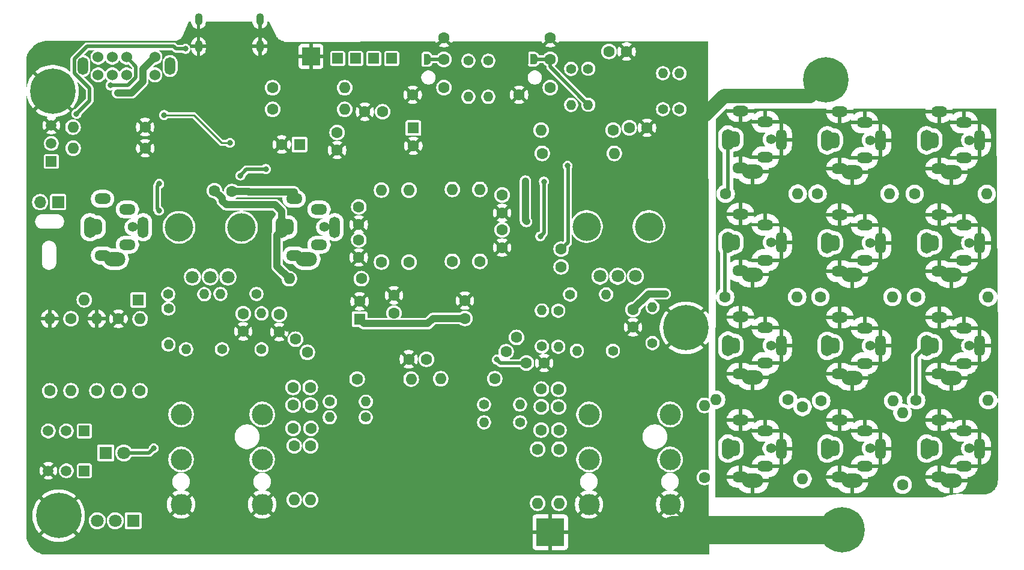
<source format=gbl>
G04 #@! TF.GenerationSoftware,KiCad,Pcbnew,9.0.1+1*
G04 #@! TF.CreationDate,2025-10-02T22:25:14+00:00*
G04 #@! TF.ProjectId,spider2,73706964-6572-4322-9e6b-696361645f70,rev?*
G04 #@! TF.SameCoordinates,Original*
G04 #@! TF.FileFunction,Copper,L2,Bot*
G04 #@! TF.FilePolarity,Positive*
%FSLAX46Y46*%
G04 Gerber Fmt 4.6, Leading zero omitted, Abs format (unit mm)*
G04 Created by KiCad (PCBNEW 9.0.1+1) date 2025-10-02 22:25:14*
%MOMM*%
%LPD*%
G01*
G04 APERTURE LIST*
G04 #@! TA.AperFunction,ComponentPad*
%ADD10C,1.400000*%
G04 #@! TD*
G04 #@! TA.AperFunction,ComponentPad*
%ADD11O,1.400000X1.400000*%
G04 #@! TD*
G04 #@! TA.AperFunction,ComponentPad*
%ADD12C,1.600000*%
G04 #@! TD*
G04 #@! TA.AperFunction,ComponentPad*
%ADD13O,1.600000X1.600000*%
G04 #@! TD*
G04 #@! TA.AperFunction,ComponentPad*
%ADD14R,1.600000X1.600000*%
G04 #@! TD*
G04 #@! TA.AperFunction,ComponentPad*
%ADD15R,2.500000X2.500000*%
G04 #@! TD*
G04 #@! TA.AperFunction,ComponentPad*
%ADD16O,2.300000X1.500000*%
G04 #@! TD*
G04 #@! TA.AperFunction,ComponentPad*
%ADD17O,1.500000X3.000000*%
G04 #@! TD*
G04 #@! TA.AperFunction,ComponentPad*
%ADD18O,1.700000X3.000000*%
G04 #@! TD*
G04 #@! TA.AperFunction,ComponentPad*
%ADD19O,1.500000X2.300000*%
G04 #@! TD*
G04 #@! TA.AperFunction,ComponentPad*
%ADD20O,3.000000X2.000000*%
G04 #@! TD*
G04 #@! TA.AperFunction,ComponentPad*
%ADD21C,0.800000*%
G04 #@! TD*
G04 #@! TA.AperFunction,ComponentPad*
%ADD22C,6.400000*%
G04 #@! TD*
G04 #@! TA.AperFunction,ComponentPad*
%ADD23C,3.000000*%
G04 #@! TD*
G04 #@! TA.AperFunction,ComponentPad*
%ADD24O,1.100000X1.700000*%
G04 #@! TD*
G04 #@! TA.AperFunction,ComponentPad*
%ADD25R,1.500000X1.500000*%
G04 #@! TD*
G04 #@! TA.AperFunction,ComponentPad*
%ADD26C,1.500000*%
G04 #@! TD*
G04 #@! TA.AperFunction,ComponentPad*
%ADD27C,1.524000*%
G04 #@! TD*
G04 #@! TA.AperFunction,ComponentPad*
%ADD28O,1.500000X2.500000*%
G04 #@! TD*
G04 #@! TA.AperFunction,WasherPad*
%ADD29C,4.000000*%
G04 #@! TD*
G04 #@! TA.AperFunction,ComponentPad*
%ADD30C,1.800000*%
G04 #@! TD*
G04 #@! TA.AperFunction,ComponentPad*
%ADD31R,1.700000X1.700000*%
G04 #@! TD*
G04 #@! TA.AperFunction,ComponentPad*
%ADD32O,1.700000X1.700000*%
G04 #@! TD*
G04 #@! TA.AperFunction,ComponentPad*
%ADD33R,1.800000X1.800000*%
G04 #@! TD*
G04 #@! TA.AperFunction,ComponentPad*
%ADD34R,4.000000X4.000000*%
G04 #@! TD*
G04 #@! TA.AperFunction,ViaPad*
%ADD35C,0.800000*%
G04 #@! TD*
G04 #@! TA.AperFunction,ViaPad*
%ADD36C,1.600000*%
G04 #@! TD*
G04 #@! TA.AperFunction,Conductor*
%ADD37C,2.000000*%
G04 #@! TD*
G04 #@! TA.AperFunction,Conductor*
%ADD38C,4.000000*%
G04 #@! TD*
G04 #@! TA.AperFunction,Conductor*
%ADD39C,0.500000*%
G04 #@! TD*
G04 #@! TA.AperFunction,Conductor*
%ADD40C,1.000000*%
G04 #@! TD*
G04 #@! TA.AperFunction,Conductor*
%ADD41C,0.250000*%
G04 #@! TD*
G04 APERTURE END LIST*
D10*
X225940000Y-73240000D03*
D11*
X225940000Y-68160000D03*
D12*
X262920000Y-52200000D03*
D13*
X273080000Y-52200000D03*
D12*
X219803450Y-32087766D03*
X222303450Y-32087766D03*
D10*
X214330000Y-66370000D03*
D11*
X219410000Y-66370000D03*
D10*
X227431600Y-40233600D03*
D11*
X227431600Y-35153600D03*
D12*
X187750000Y-61800000D03*
D13*
X187750000Y-51640000D03*
D10*
X220370000Y-74340000D03*
D11*
X215290000Y-74340000D03*
D12*
X263120000Y-81300000D03*
D13*
X273280000Y-81300000D03*
D12*
X177749200Y-87731600D03*
D13*
X177749200Y-95351600D03*
D14*
X192230000Y-42900000D03*
D12*
X192230000Y-45400000D03*
X204750000Y-52350000D03*
X204750000Y-54850000D03*
X204750000Y-59750000D03*
X204750000Y-57250000D03*
D14*
X153475000Y-67125000D03*
D13*
X145855000Y-67125000D03*
D12*
X154433450Y-45747766D03*
D13*
X144273450Y-45747766D03*
D10*
X202800000Y-33400000D03*
D11*
X202800000Y-38480000D03*
D12*
X208175000Y-76050000D03*
X210675000Y-76050000D03*
D15*
X177800000Y-32775000D03*
D16*
X238349112Y-92100000D03*
X241849112Y-90600000D03*
D10*
X242649112Y-88100000D03*
D17*
X244078391Y-88126253D03*
D18*
X236578391Y-88126253D03*
D19*
X237549112Y-88100000D03*
D16*
X238349112Y-84100000D03*
D20*
X240078391Y-92626253D03*
D16*
X241849112Y-85600000D03*
D21*
X248019532Y-36102461D03*
X248722476Y-34405405D03*
X248722476Y-37799517D03*
X250419532Y-33702461D03*
D22*
X250419532Y-36102461D03*
D21*
X250419532Y-38502461D03*
X252116588Y-34405405D03*
X252116588Y-37799517D03*
X252819532Y-36102461D03*
D10*
X157720000Y-68350000D03*
D11*
X157720000Y-73430000D03*
D12*
X199500000Y-69750000D03*
X199500000Y-67250000D03*
D10*
X216890600Y-34518600D03*
D11*
X216890600Y-39598600D03*
D12*
X196550000Y-33200000D03*
X196550000Y-30200000D03*
X192150000Y-38200000D03*
X196550000Y-37200000D03*
X212700000Y-82250000D03*
X212700000Y-79750000D03*
X175620000Y-72700000D03*
X177292827Y-74557862D03*
X175285400Y-85267800D03*
X177785400Y-85267800D03*
X191620000Y-61810000D03*
D13*
X191620000Y-51650000D03*
D12*
X261200000Y-93230000D03*
D13*
X261200000Y-83070000D03*
D12*
X249610000Y-66720000D03*
D13*
X259770000Y-66720000D03*
D23*
X217000000Y-96000000D03*
X228430000Y-89650000D03*
X217000000Y-89650000D03*
X228430000Y-96000000D03*
X228430000Y-83300000D03*
X217000000Y-83300000D03*
D12*
X184900000Y-64150000D03*
D13*
X174740000Y-64150000D03*
D23*
X159500000Y-96000000D03*
X170930000Y-89650000D03*
X159500000Y-89650000D03*
X170930000Y-96000000D03*
X170930000Y-83300000D03*
X159500000Y-83300000D03*
D12*
X147620000Y-79980000D03*
D13*
X147620000Y-69820000D03*
D12*
X249745000Y-81400000D03*
D13*
X259905000Y-81400000D03*
D10*
X185520000Y-83700000D03*
D11*
X180440000Y-83700000D03*
D12*
X249220000Y-52150000D03*
D13*
X259380000Y-52150000D03*
D24*
X170590000Y-31370000D03*
X170590000Y-27570000D03*
X161950000Y-31370000D03*
X161950000Y-27570000D03*
D12*
X203708000Y-78282800D03*
D13*
X196088000Y-78282800D03*
D12*
X201600000Y-61700000D03*
D13*
X201600000Y-51540000D03*
D10*
X229743000Y-40233600D03*
D11*
X229743000Y-35153600D03*
D12*
X236195000Y-66725000D03*
D13*
X246355000Y-66725000D03*
D14*
X176192380Y-45200000D03*
D12*
X173692380Y-45200000D03*
X191581400Y-75514200D03*
X194081400Y-75514200D03*
X143980000Y-69810000D03*
D13*
X143980000Y-79970000D03*
D12*
X181500000Y-43500000D03*
X181500000Y-46000000D03*
X247100000Y-82250000D03*
D13*
X247100000Y-92410000D03*
D10*
X210350000Y-73715000D03*
D11*
X210350000Y-68635000D03*
D16*
X238350000Y-63033333D03*
X241850000Y-61533333D03*
D10*
X242650000Y-59033333D03*
D17*
X244079279Y-59059586D03*
D18*
X236579279Y-59059586D03*
D19*
X237550000Y-59033333D03*
D16*
X238350000Y-55033333D03*
D20*
X240079279Y-63559586D03*
D16*
X241850000Y-56533333D03*
D25*
X145860000Y-85630000D03*
D26*
X143320000Y-85630000D03*
X140780000Y-85630000D03*
D12*
X173325000Y-69175000D03*
X173325000Y-71675000D03*
X175285400Y-81991200D03*
X175285400Y-79491200D03*
X210388200Y-46456600D03*
D13*
X220548200Y-46456600D03*
D25*
X189176000Y-33075000D03*
D16*
X238350000Y-77566666D03*
X241850000Y-76066666D03*
D10*
X242650000Y-73566666D03*
D17*
X244079279Y-73592919D03*
D18*
X236579279Y-73592919D03*
D19*
X237550000Y-73566666D03*
D16*
X238350000Y-69566666D03*
D20*
X240079279Y-78092919D03*
D16*
X241850000Y-71066666D03*
X175424065Y-60868249D03*
X178924065Y-59368249D03*
D10*
X179724065Y-56868249D03*
D17*
X181153344Y-56894502D03*
D18*
X173653344Y-56894502D03*
D19*
X174624065Y-56868249D03*
D16*
X175424065Y-52868249D03*
D20*
X177153344Y-61394502D03*
D16*
X178924065Y-54368249D03*
D21*
X228260142Y-71088261D03*
X228963086Y-69391205D03*
X228963086Y-72785317D03*
X230660142Y-68688261D03*
D22*
X230660142Y-71088261D03*
D21*
X230660142Y-73488261D03*
X232357198Y-69391205D03*
X232357198Y-72785317D03*
X233060142Y-71088261D03*
D12*
X154413450Y-42747766D03*
D13*
X144253450Y-42747766D03*
D16*
X266350000Y-48600000D03*
X269850000Y-47100000D03*
D10*
X270650000Y-44600000D03*
D17*
X272079279Y-44626253D03*
D18*
X264579279Y-44626253D03*
D19*
X265550000Y-44600000D03*
D16*
X266350000Y-40600000D03*
D20*
X268079279Y-49126253D03*
D16*
X269850000Y-42100000D03*
D12*
X184550000Y-56500000D03*
X184550000Y-54000000D03*
D27*
X147803450Y-32877766D03*
X149803450Y-32877766D03*
X151803450Y-32877766D03*
X155803450Y-32877766D03*
X147803450Y-35377766D03*
X149803450Y-35377766D03*
X151803450Y-35377766D03*
X155803450Y-35377766D03*
D28*
X157953450Y-34127766D03*
X145653450Y-34127766D03*
D25*
X181571000Y-33075000D03*
D10*
X202200000Y-81900000D03*
D11*
X207280000Y-81900000D03*
D29*
X159200000Y-56900000D03*
X168000000Y-56900000D03*
D30*
X166100000Y-63900000D03*
X163600000Y-63900000D03*
X161100000Y-63900000D03*
D12*
X206779532Y-72445529D03*
X205310069Y-74468071D03*
X189500000Y-69000000D03*
X189500000Y-66500000D03*
D25*
X184111000Y-33075000D03*
D12*
X172390000Y-37220000D03*
D13*
X182550000Y-37220000D03*
D12*
X175420000Y-87731600D03*
D13*
X175420000Y-95351600D03*
D25*
X186651000Y-33075000D03*
X145860000Y-91247766D03*
D26*
X143320000Y-91247766D03*
X140780000Y-91247766D03*
D12*
X150660000Y-69820000D03*
D13*
X150660000Y-79980000D03*
D16*
X266350000Y-77600000D03*
X269850000Y-76100000D03*
D10*
X270650000Y-73600000D03*
D17*
X272079279Y-73626253D03*
D18*
X264579279Y-73626253D03*
D19*
X265550000Y-73600000D03*
D16*
X266350000Y-69600000D03*
D20*
X268079279Y-78126253D03*
D16*
X269850000Y-71100000D03*
D10*
X157675000Y-66325000D03*
D11*
X162754999Y-66325000D03*
D31*
X142163450Y-53347766D03*
D32*
X139623450Y-53347766D03*
D12*
X187900000Y-40600000D03*
X185400000Y-40600000D03*
X172390000Y-40270000D03*
D13*
X182550000Y-40270000D03*
D21*
X250250000Y-99550000D03*
X250952944Y-97852944D03*
X250952944Y-101247056D03*
X252650000Y-97150000D03*
D22*
X252650000Y-99550000D03*
D21*
X252650000Y-101950000D03*
X254347056Y-97852944D03*
X254347056Y-101247056D03*
X255050000Y-99550000D03*
D12*
X209770000Y-88200000D03*
D13*
X209770000Y-95820000D03*
D12*
X236270000Y-52150000D03*
D13*
X246430000Y-52150000D03*
D10*
X214477600Y-34544000D03*
D11*
X214477600Y-39624000D03*
D12*
X211550000Y-33200000D03*
X211550000Y-30200000D03*
X207150000Y-38200000D03*
X211550000Y-37200000D03*
D16*
X266350000Y-63100000D03*
X269850000Y-61600000D03*
D10*
X270650000Y-59100000D03*
D17*
X272079279Y-59126253D03*
D18*
X264579279Y-59126253D03*
D19*
X265550000Y-59100000D03*
D16*
X266350000Y-55100000D03*
D20*
X268079279Y-63626253D03*
D16*
X269850000Y-56600000D03*
X238350000Y-48500000D03*
X241850000Y-47000000D03*
D10*
X242650000Y-44500000D03*
D17*
X244079279Y-44526253D03*
D18*
X236579279Y-44526253D03*
D19*
X237550000Y-44500000D03*
D16*
X238350000Y-40500000D03*
D20*
X240079279Y-49026253D03*
D16*
X241850000Y-42000000D03*
D12*
X263120000Y-66750000D03*
D13*
X273280000Y-66750000D03*
D12*
X233260000Y-92180000D03*
D13*
X233260000Y-82020000D03*
D16*
X252350000Y-63100000D03*
X255850000Y-61600000D03*
D10*
X256650000Y-59100000D03*
D17*
X258079279Y-59126253D03*
D18*
X250579279Y-59126253D03*
D19*
X251550000Y-59100000D03*
D16*
X252350000Y-55100000D03*
D20*
X254079279Y-63626253D03*
D16*
X255850000Y-56600000D03*
D10*
X170825000Y-74125000D03*
D11*
X170825000Y-69045000D03*
D16*
X252350000Y-77600000D03*
X255850000Y-76100000D03*
D10*
X256650000Y-73600000D03*
D17*
X258079279Y-73626253D03*
D18*
X250579279Y-73626253D03*
D19*
X251550000Y-73600000D03*
D16*
X252350000Y-69600000D03*
D20*
X254079279Y-78126253D03*
D16*
X255850000Y-71100000D03*
X252350000Y-48600000D03*
X255850000Y-47100000D03*
D10*
X256650000Y-44600000D03*
D17*
X258079279Y-44626253D03*
D18*
X250579279Y-44626253D03*
D19*
X251550000Y-44600000D03*
D16*
X252350000Y-40600000D03*
D20*
X254079279Y-49126253D03*
D16*
X255850000Y-42100000D03*
D10*
X212675000Y-68670000D03*
D11*
X212675000Y-73750000D03*
D10*
X170125000Y-66300000D03*
D11*
X165045000Y-66300000D03*
D12*
X225176400Y-42849800D03*
X222676400Y-42849800D03*
X184550000Y-58650000D03*
X184550000Y-61150000D03*
D16*
X148415198Y-60869712D03*
X151915198Y-59369712D03*
D10*
X152715198Y-56869712D03*
D17*
X154144477Y-56895965D03*
D18*
X146644477Y-56895965D03*
D19*
X147615198Y-56869712D03*
D16*
X148415198Y-52869712D03*
D20*
X150144477Y-61395965D03*
D16*
X151915198Y-54369712D03*
D12*
X168249600Y-71588000D03*
X168249600Y-69088000D03*
D10*
X165270000Y-74100000D03*
D11*
X160190000Y-74100000D03*
D16*
X252349112Y-92100000D03*
X255849112Y-90600000D03*
D10*
X256649112Y-88100000D03*
D17*
X258078391Y-88126253D03*
D18*
X250578391Y-88126253D03*
D19*
X251549112Y-88100000D03*
D16*
X252349112Y-84100000D03*
D20*
X254078391Y-92626253D03*
D16*
X255849112Y-85600000D03*
X266350000Y-92100000D03*
X269850000Y-90600000D03*
D10*
X270650000Y-88100000D03*
D17*
X272079279Y-88126253D03*
D18*
X264579279Y-88126253D03*
D19*
X265550000Y-88100000D03*
D16*
X266350000Y-84100000D03*
D20*
X268079279Y-92626253D03*
D16*
X269850000Y-85600000D03*
D12*
X177698400Y-81991200D03*
X177698400Y-79491200D03*
X153730000Y-79980000D03*
D13*
X153730000Y-69820000D03*
D12*
X184300000Y-78300000D03*
D13*
X191920000Y-78300000D03*
D33*
X148875000Y-88725000D03*
D30*
X151415000Y-88725000D03*
D10*
X200000000Y-33400000D03*
D11*
X200000000Y-38480000D03*
D10*
X207280000Y-84425000D03*
D11*
X202200000Y-84425000D03*
D12*
X220395800Y-43180000D03*
D13*
X210235800Y-43180000D03*
D12*
X210290000Y-82226600D03*
X210290000Y-79726600D03*
D29*
X216650000Y-56800000D03*
X225450000Y-56800000D03*
D30*
X223550000Y-63800000D03*
X221050000Y-63800000D03*
X218550000Y-63800000D03*
D12*
X197735200Y-61700000D03*
D13*
X197735200Y-51540000D03*
D12*
X212775000Y-88200000D03*
D13*
X212775000Y-95820000D03*
D12*
X213080600Y-59984000D03*
X213080600Y-62484000D03*
X245080000Y-81225000D03*
D13*
X234920000Y-81225000D03*
D33*
X152742934Y-98294059D03*
D30*
X150202934Y-98294059D03*
X147662934Y-98294059D03*
D10*
X180460000Y-81500000D03*
D11*
X185540000Y-81500000D03*
D21*
X139840000Y-97590000D03*
X140542944Y-95892944D03*
X140542944Y-99287056D03*
X142240000Y-95190000D03*
D22*
X142240000Y-97590000D03*
D21*
X142240000Y-99990000D03*
X143937056Y-95892944D03*
X143937056Y-99287056D03*
X144640000Y-97590000D03*
D12*
X140970000Y-79980000D03*
D13*
X140970000Y-69820000D03*
D12*
X223200000Y-71000000D03*
X223200000Y-68500000D03*
X210250000Y-85500000D03*
X212750000Y-85500000D03*
D14*
X184650000Y-69850000D03*
D12*
X184650000Y-67350000D03*
D21*
X138994600Y-37691600D03*
X139697544Y-35994544D03*
X139697544Y-39388656D03*
X141394600Y-35291600D03*
D22*
X141394600Y-37691600D03*
D21*
X141394600Y-40091600D03*
X143091656Y-35994544D03*
X143091656Y-39388656D03*
X143794600Y-37691600D03*
D25*
X141200000Y-47600000D03*
D26*
X141200000Y-45060000D03*
X141200000Y-42520000D03*
D34*
X211531200Y-99923600D03*
G04 #@! TA.AperFunction,SMDPad,CuDef*
G36*
X208430000Y-33920000D02*
G01*
X207930000Y-33920000D01*
X207930000Y-33915722D01*
X207864737Y-33915722D01*
X207738658Y-33881940D01*
X207625619Y-33816677D01*
X207533323Y-33724381D01*
X207468060Y-33611342D01*
X207434278Y-33485263D01*
X207434278Y-33420000D01*
X207430000Y-33420000D01*
X207430000Y-32920000D01*
X207434278Y-32920000D01*
X207434278Y-32854737D01*
X207468060Y-32728658D01*
X207533323Y-32615619D01*
X207625619Y-32523323D01*
X207738658Y-32458060D01*
X207864737Y-32424278D01*
X207930000Y-32424278D01*
X207930000Y-32420000D01*
X208430000Y-32420000D01*
X208430000Y-33920000D01*
G37*
G04 #@! TD.AperFunction*
G04 #@! TA.AperFunction,SMDPad,CuDef*
G36*
X209230000Y-32424278D02*
G01*
X209295263Y-32424278D01*
X209421342Y-32458060D01*
X209534381Y-32523323D01*
X209626677Y-32615619D01*
X209691940Y-32728658D01*
X209725722Y-32854737D01*
X209725722Y-32920000D01*
X209730000Y-32920000D01*
X209730000Y-33420000D01*
X209725722Y-33420000D01*
X209725722Y-33485263D01*
X209691940Y-33611342D01*
X209626677Y-33724381D01*
X209534381Y-33816677D01*
X209421342Y-33881940D01*
X209295263Y-33915722D01*
X209230000Y-33915722D01*
X209230000Y-33920000D01*
X208730000Y-33920000D01*
X208730000Y-32420000D01*
X209230000Y-32420000D01*
X209230000Y-32424278D01*
G37*
G04 #@! TD.AperFunction*
G04 #@! TA.AperFunction,SMDPad,CuDef*
G36*
X193400000Y-33940000D02*
G01*
X192900000Y-33940000D01*
X192900000Y-33935722D01*
X192834737Y-33935722D01*
X192708658Y-33901940D01*
X192595619Y-33836677D01*
X192503323Y-33744381D01*
X192438060Y-33631342D01*
X192404278Y-33505263D01*
X192404278Y-33440000D01*
X192400000Y-33440000D01*
X192400000Y-32940000D01*
X192404278Y-32940000D01*
X192404278Y-32874737D01*
X192438060Y-32748658D01*
X192503323Y-32635619D01*
X192595619Y-32543323D01*
X192708658Y-32478060D01*
X192834737Y-32444278D01*
X192900000Y-32444278D01*
X192900000Y-32440000D01*
X193400000Y-32440000D01*
X193400000Y-33940000D01*
G37*
G04 #@! TD.AperFunction*
G04 #@! TA.AperFunction,SMDPad,CuDef*
G36*
X194200000Y-32444278D02*
G01*
X194265263Y-32444278D01*
X194391342Y-32478060D01*
X194504381Y-32543323D01*
X194596677Y-32635619D01*
X194661940Y-32748658D01*
X194695722Y-32874737D01*
X194695722Y-32940000D01*
X194700000Y-32940000D01*
X194700000Y-33440000D01*
X194695722Y-33440000D01*
X194695722Y-33505263D01*
X194661940Y-33631342D01*
X194596677Y-33744381D01*
X194504381Y-33836677D01*
X194391342Y-33901940D01*
X194265263Y-33935722D01*
X194200000Y-33935722D01*
X194200000Y-33940000D01*
X193700000Y-33940000D01*
X193700000Y-32440000D01*
X194200000Y-32440000D01*
X194200000Y-32444278D01*
G37*
G04 #@! TD.AperFunction*
D35*
X219350000Y-73200000D03*
X160842400Y-43700000D03*
X158400000Y-64975000D03*
X218425000Y-71425000D03*
X163075000Y-71075000D03*
X211525000Y-62975000D03*
X175160000Y-89350000D03*
X229400000Y-86400000D03*
X168625000Y-91375000D03*
X200870000Y-75270000D03*
X182727600Y-77292200D03*
X160842400Y-47350000D03*
X216800000Y-73225000D03*
X158875000Y-67675000D03*
X158025000Y-75000000D03*
X213570000Y-89510000D03*
X194280000Y-78420000D03*
X169475000Y-67800000D03*
X189750000Y-75500000D03*
X213740000Y-86970000D03*
X203174600Y-76454000D03*
X211600000Y-69925000D03*
X157825000Y-71900000D03*
X215475000Y-63450000D03*
X224825000Y-65000000D03*
X208250000Y-74050000D03*
X166880000Y-74260000D03*
X215730000Y-91660000D03*
X195420000Y-71440000D03*
X176490000Y-86460000D03*
X167800000Y-62425000D03*
X176520000Y-82750000D03*
X159642400Y-46700000D03*
X219030000Y-90730000D03*
X197713600Y-75158600D03*
X176110000Y-70010000D03*
X211470000Y-83150000D03*
X164800000Y-64925000D03*
X211450000Y-67450000D03*
X229575000Y-66125000D03*
X160842400Y-46300000D03*
X206350000Y-77425000D03*
X164900000Y-62600000D03*
X173625000Y-84675000D03*
X174450000Y-71250000D03*
X186110000Y-75150000D03*
X221500000Y-67300000D03*
X211260000Y-95790000D03*
X229700000Y-101100000D03*
X161600000Y-65525000D03*
X161750000Y-73275000D03*
X172350000Y-87750000D03*
X197967600Y-78359000D03*
X216925000Y-87450000D03*
X213730000Y-71130000D03*
X157840000Y-101860000D03*
X169900000Y-71250000D03*
X178075000Y-72600000D03*
X204015503Y-75575722D03*
X210642200Y-50444400D03*
X210131082Y-58169118D03*
D36*
X166650305Y-51849695D03*
X164200000Y-51719712D03*
D35*
X156370000Y-54550000D03*
X156420000Y-50770000D03*
X155640000Y-88080000D03*
X208020000Y-50380000D03*
X227761800Y-66294000D03*
X171440000Y-48670000D03*
X167870000Y-49590000D03*
X208178400Y-56083200D03*
X149533450Y-36867766D03*
X150523450Y-37907766D03*
X213969600Y-48222800D03*
X166380600Y-44982200D03*
X157092400Y-41050000D03*
X160116801Y-31701117D03*
X144746383Y-40880699D03*
D37*
X248181993Y-38340000D02*
X236060000Y-38340000D01*
X252678178Y-99588332D02*
X252706510Y-99560000D01*
X233200000Y-41200000D02*
X232925000Y-41200000D01*
X236060000Y-38340000D02*
X233200000Y-41200000D01*
X250419532Y-36102461D02*
X248181993Y-38340000D01*
D38*
X252678178Y-99588332D02*
X228888332Y-99588332D01*
D39*
X263120000Y-75080000D02*
X264600000Y-73600000D01*
X263120000Y-81300000D02*
X263120000Y-75080000D01*
X236600000Y-44500000D02*
X236600000Y-51820000D01*
X236600000Y-51820000D02*
X236270000Y-52150000D01*
X236195000Y-59438333D02*
X236600000Y-59033333D01*
X236195000Y-66725000D02*
X236195000Y-59438333D01*
X211550000Y-34258000D02*
X211550000Y-33200000D01*
X209230000Y-33170000D02*
X211520000Y-33170000D01*
X211520000Y-33170000D02*
X211550000Y-33200000D01*
X216890600Y-39598600D02*
X211550000Y-34258000D01*
X196540000Y-33190000D02*
X196550000Y-33200000D01*
X194200000Y-33190000D02*
X196540000Y-33190000D01*
X210642200Y-57658000D02*
X210642200Y-50444400D01*
X204489781Y-76050000D02*
X204015503Y-75575722D01*
X210131082Y-58169118D02*
X210642200Y-57658000D01*
X208175000Y-76050000D02*
X204489781Y-76050000D01*
D40*
X181174065Y-57368249D02*
X181174065Y-56868249D01*
X175450000Y-52842314D02*
X175424065Y-52868249D01*
X169026346Y-51900000D02*
X175450000Y-51900000D01*
X168976041Y-51849695D02*
X169026346Y-51900000D01*
X175450000Y-51900000D02*
X175450000Y-52842314D01*
X166650305Y-51849695D02*
X168976041Y-51849695D01*
X173003450Y-57996550D02*
X173003450Y-62413450D01*
X173653344Y-54603344D02*
X173653344Y-56894502D01*
X165275000Y-52794712D02*
X165275000Y-53150000D01*
X164200000Y-51719712D02*
X165275000Y-52794712D01*
X173653344Y-56894502D02*
X173653344Y-57346656D01*
X173003450Y-62413450D02*
X174740000Y-64150000D01*
X172075000Y-53725000D02*
X172100000Y-53700000D01*
X165850000Y-53725000D02*
X172075000Y-53725000D01*
X173653344Y-57346656D02*
X173003450Y-57996550D01*
X172100000Y-53700000D02*
X172750000Y-53700000D01*
X165275000Y-53150000D02*
X165850000Y-53725000D01*
X172750000Y-53700000D02*
X173653344Y-54603344D01*
D39*
X156110000Y-51080000D02*
X156110000Y-54290000D01*
D40*
X195015075Y-69750000D02*
X199500000Y-69750000D01*
X185300000Y-70500000D02*
X194265075Y-70500000D01*
D39*
X156110000Y-54290000D02*
X156370000Y-54550000D01*
D40*
X194265075Y-70500000D02*
X195015075Y-69750000D01*
X184650000Y-69850000D02*
X185300000Y-70500000D01*
D39*
X154995000Y-88725000D02*
X155640000Y-88080000D01*
X151415000Y-88725000D02*
X154995000Y-88725000D01*
X156420000Y-50770000D02*
X156110000Y-51080000D01*
X168720000Y-48740000D02*
X171370000Y-48740000D01*
D40*
X208178400Y-56083200D02*
X208020000Y-55924800D01*
X225386000Y-66294000D02*
X223160000Y-68520000D01*
D39*
X171370000Y-48740000D02*
X171440000Y-48670000D01*
D40*
X208020000Y-55924800D02*
X208020000Y-50380000D01*
D39*
X167870000Y-49590000D02*
X168720000Y-48740000D01*
D40*
X227761800Y-66294000D02*
X225386000Y-66294000D01*
D39*
X149533450Y-36867766D02*
X152028892Y-36867766D01*
X153132450Y-34206766D02*
X151803450Y-32877766D01*
X152028892Y-36867766D02*
X153132450Y-35764208D01*
X153132450Y-35764208D02*
X153132450Y-34206766D01*
D40*
X150523450Y-37907766D02*
X152523450Y-37907766D01*
X152523450Y-37907766D02*
X154083450Y-36347766D01*
X154083450Y-34597766D02*
X155803450Y-32877766D01*
X154083450Y-36347766D02*
X154083450Y-34597766D01*
D39*
X214020000Y-55520000D02*
X214020000Y-59044600D01*
X214020000Y-59044600D02*
X213080600Y-59984000D01*
X213969600Y-48222800D02*
X214020000Y-48273200D01*
X214020000Y-48273200D02*
X214020000Y-55520000D01*
D41*
X157103650Y-41055566D02*
X161291250Y-41055566D01*
X161291250Y-41055566D02*
X165223450Y-44987766D01*
X165223450Y-44987766D02*
X166391850Y-44987766D01*
D39*
X158780219Y-31701117D02*
X158436868Y-31357766D01*
X146224980Y-31357766D02*
X144452450Y-33130296D01*
X144452450Y-33130296D02*
X144452450Y-35125236D01*
X160116801Y-31701117D02*
X158780219Y-31701117D01*
X146590450Y-39036632D02*
X144746383Y-40880699D01*
X146590450Y-37263236D02*
X146590450Y-39036632D01*
X158436868Y-31357766D02*
X146224980Y-31357766D01*
X144452450Y-35125236D02*
X146590450Y-37263236D01*
G04 #@! TA.AperFunction,Conductor*
G36*
X171859954Y-27885151D02*
G01*
X171868830Y-27897213D01*
X172926444Y-29923807D01*
X172926447Y-29923812D01*
X172934795Y-29939813D01*
X172934771Y-29939829D01*
X172935006Y-29940218D01*
X172935728Y-29941601D01*
X172935728Y-29941608D01*
X172935771Y-29941684D01*
X172937734Y-29945465D01*
X172939425Y-29947438D01*
X172990785Y-30032228D01*
X172990787Y-30032230D01*
X173129086Y-30196961D01*
X173158499Y-30222660D01*
X173158498Y-30222660D01*
X173160877Y-30224738D01*
X173168612Y-30233485D01*
X173191495Y-30251491D01*
X173192427Y-30252305D01*
X173192450Y-30252324D01*
X173241721Y-30295373D01*
X173291064Y-30338485D01*
X173347001Y-30373852D01*
X173365525Y-30388428D01*
X173393275Y-30403111D01*
X173394875Y-30404122D01*
X173394875Y-30404123D01*
X173472867Y-30453435D01*
X173559241Y-30490927D01*
X173586997Y-30505613D01*
X173609465Y-30512728D01*
X173670175Y-30539080D01*
X173798091Y-30572456D01*
X173825871Y-30581253D01*
X173837457Y-30582727D01*
X173878302Y-30593385D01*
X173909062Y-30596500D01*
X173942088Y-30614270D01*
X173945422Y-30618878D01*
X173996609Y-30699031D01*
X174010000Y-30720000D01*
X174010000Y-30719999D01*
X174010001Y-30720000D01*
X174046036Y-30719942D01*
X195308589Y-30686172D01*
X195343258Y-30700469D01*
X195352324Y-30712926D01*
X195438140Y-30881349D01*
X195470524Y-30925921D01*
X195710911Y-30685533D01*
X196210359Y-30684740D01*
X196223852Y-30735095D01*
X196269930Y-30814905D01*
X196279288Y-30824263D01*
X195824076Y-31279475D01*
X195868653Y-31311861D01*
X196050971Y-31404756D01*
X196245582Y-31467989D01*
X196245585Y-31467990D01*
X196447689Y-31500000D01*
X196652311Y-31500000D01*
X196854414Y-31467990D01*
X196854417Y-31467989D01*
X197049028Y-31404756D01*
X197231343Y-31311863D01*
X197275921Y-31279474D01*
X196820711Y-30824264D01*
X196830070Y-30814905D01*
X196876148Y-30735095D01*
X196889929Y-30683661D01*
X197386425Y-30682872D01*
X197629474Y-30925921D01*
X197661863Y-30881342D01*
X197749686Y-30708981D01*
X197778203Y-30684624D01*
X197793262Y-30682226D01*
X210297654Y-30662366D01*
X210332323Y-30676663D01*
X210344332Y-30696224D01*
X210345242Y-30699026D01*
X210438138Y-30881346D01*
X210438139Y-30881348D01*
X210470524Y-30925921D01*
X210734772Y-30661672D01*
X211203978Y-30660926D01*
X211223852Y-30735095D01*
X211269930Y-30814905D01*
X211279288Y-30824263D01*
X210824076Y-31279475D01*
X210868653Y-31311861D01*
X211050971Y-31404756D01*
X211245582Y-31467989D01*
X211245585Y-31467990D01*
X211447689Y-31500000D01*
X211652311Y-31500000D01*
X211854414Y-31467990D01*
X211854417Y-31467989D01*
X212049028Y-31404756D01*
X212231343Y-31311863D01*
X212275921Y-31279474D01*
X211820711Y-30824264D01*
X211830070Y-30814905D01*
X211876148Y-30735095D01*
X211896315Y-30659827D01*
X212362640Y-30659087D01*
X212629474Y-30925921D01*
X212661863Y-30881343D01*
X212754754Y-30699031D01*
X212754755Y-30699030D01*
X212756959Y-30692247D01*
X212781314Y-30663728D01*
X212803479Y-30658387D01*
X233775991Y-30625077D01*
X233810660Y-30639374D01*
X233825067Y-30673999D01*
X233825067Y-30674009D01*
X233878025Y-69082741D01*
X233863721Y-69117409D01*
X233829093Y-69131809D01*
X233794425Y-69117505D01*
X233788283Y-69110032D01*
X233635595Y-68881518D01*
X233448461Y-68653494D01*
X231954393Y-70147562D01*
X231880554Y-70045931D01*
X231702472Y-69867849D01*
X231600839Y-69794008D01*
X233094908Y-68299941D01*
X233094907Y-68299940D01*
X232866884Y-68112807D01*
X232564617Y-67910839D01*
X232243998Y-67739463D01*
X231908139Y-67600347D01*
X231908130Y-67600344D01*
X231560254Y-67494817D01*
X231560234Y-67494812D01*
X231203715Y-67423896D01*
X231203694Y-67423893D01*
X230841912Y-67388261D01*
X230478372Y-67388261D01*
X230116589Y-67423893D01*
X230116568Y-67423896D01*
X229760049Y-67494812D01*
X229760029Y-67494817D01*
X229412153Y-67600344D01*
X229412144Y-67600347D01*
X229076285Y-67739463D01*
X228755666Y-67910839D01*
X228453399Y-68112807D01*
X228225375Y-68299939D01*
X228225374Y-68299940D01*
X229719443Y-69794009D01*
X229617812Y-69867849D01*
X229439730Y-70045931D01*
X229365890Y-70147562D01*
X227871821Y-68653493D01*
X227871820Y-68653494D01*
X227684688Y-68881518D01*
X227482720Y-69183785D01*
X227311344Y-69504404D01*
X227172228Y-69840263D01*
X227172225Y-69840272D01*
X227066698Y-70188148D01*
X227066693Y-70188168D01*
X226995777Y-70544687D01*
X226995774Y-70544708D01*
X226960142Y-70906490D01*
X226960142Y-71270031D01*
X226995774Y-71631813D01*
X226995777Y-71631834D01*
X227066693Y-71988353D01*
X227066698Y-71988373D01*
X227172225Y-72336249D01*
X227172228Y-72336258D01*
X227311344Y-72672117D01*
X227482720Y-72992736D01*
X227684688Y-73295003D01*
X227871821Y-73523026D01*
X227871822Y-73523027D01*
X229365889Y-72028959D01*
X229439730Y-72130591D01*
X229617812Y-72308673D01*
X229719443Y-72382512D01*
X228225375Y-73876580D01*
X228453399Y-74063714D01*
X228755666Y-74265682D01*
X229076285Y-74437058D01*
X229412144Y-74576174D01*
X229412153Y-74576177D01*
X229760029Y-74681704D01*
X229760049Y-74681709D01*
X230116568Y-74752625D01*
X230116589Y-74752628D01*
X230478372Y-74788261D01*
X230841912Y-74788261D01*
X231203694Y-74752628D01*
X231203715Y-74752625D01*
X231560234Y-74681709D01*
X231560254Y-74681704D01*
X231908130Y-74576177D01*
X231908139Y-74576174D01*
X232243998Y-74437058D01*
X232564617Y-74265682D01*
X232866884Y-74063714D01*
X232866896Y-74063705D01*
X233094907Y-73876581D01*
X233094907Y-73876580D01*
X231600840Y-72382513D01*
X231702472Y-72308673D01*
X231880554Y-72130591D01*
X231954393Y-72028959D01*
X233448461Y-73523027D01*
X233448462Y-73523026D01*
X233635586Y-73295015D01*
X233635595Y-73295003D01*
X233793802Y-73058229D01*
X233824984Y-73037394D01*
X233861767Y-73044710D01*
X233882602Y-73075892D01*
X233883544Y-73085384D01*
X233894199Y-80812966D01*
X233891801Y-80828176D01*
X233846598Y-80967298D01*
X233846597Y-80967300D01*
X233840078Y-81008458D01*
X233820482Y-81040434D01*
X233784015Y-81049189D01*
X233769438Y-81044452D01*
X233682445Y-81000127D01*
X233682444Y-81000126D01*
X233682443Y-81000126D01*
X233517701Y-80946598D01*
X233517698Y-80946597D01*
X233357546Y-80921232D01*
X233346611Y-80919500D01*
X233173389Y-80919500D01*
X233162454Y-80921232D01*
X233002301Y-80946597D01*
X233002298Y-80946598D01*
X232837553Y-81000127D01*
X232683217Y-81078764D01*
X232543065Y-81180591D01*
X232420591Y-81303065D01*
X232318764Y-81443217D01*
X232240127Y-81597553D01*
X232186598Y-81762298D01*
X232186597Y-81762301D01*
X232176262Y-81827555D01*
X232159500Y-81933389D01*
X232159500Y-82106611D01*
X232160085Y-82110306D01*
X232186597Y-82277698D01*
X232186598Y-82277701D01*
X232240127Y-82442446D01*
X232318764Y-82596782D01*
X232318767Y-82596786D01*
X232318768Y-82596788D01*
X232420586Y-82736928D01*
X232420588Y-82736930D01*
X232420591Y-82736934D01*
X232543065Y-82859408D01*
X232543068Y-82859410D01*
X232543072Y-82859414D01*
X232683212Y-82961232D01*
X232683214Y-82961233D01*
X232683217Y-82961235D01*
X232779569Y-83010328D01*
X232837555Y-83039873D01*
X233002299Y-83093402D01*
X233173389Y-83120500D01*
X233173390Y-83120500D01*
X233346610Y-83120500D01*
X233346611Y-83120500D01*
X233517701Y-83093402D01*
X233682445Y-83039873D01*
X233825984Y-82966737D01*
X233863371Y-82963794D01*
X233891888Y-82988151D01*
X233897229Y-83010328D01*
X233908515Y-91195286D01*
X233894211Y-91229954D01*
X233859583Y-91244354D01*
X233837270Y-91239013D01*
X233682446Y-91160127D01*
X233517701Y-91106598D01*
X233517698Y-91106597D01*
X233386271Y-91085781D01*
X233346611Y-91079500D01*
X233173389Y-91079500D01*
X233141192Y-91084599D01*
X233002301Y-91106597D01*
X233002298Y-91106598D01*
X232837553Y-91160127D01*
X232683217Y-91238764D01*
X232543065Y-91340591D01*
X232420591Y-91463065D01*
X232318764Y-91603217D01*
X232240127Y-91757553D01*
X232186598Y-91922298D01*
X232186597Y-91922301D01*
X232159500Y-92093389D01*
X232159500Y-92266610D01*
X232186597Y-92437698D01*
X232186598Y-92437701D01*
X232240127Y-92602446D01*
X232318764Y-92756782D01*
X232318767Y-92756786D01*
X232318768Y-92756788D01*
X232420586Y-92896928D01*
X232420588Y-92896930D01*
X232420591Y-92896934D01*
X232543065Y-93019408D01*
X232543068Y-93019410D01*
X232543072Y-93019414D01*
X232683212Y-93121232D01*
X232683214Y-93121233D01*
X232683217Y-93121235D01*
X232715128Y-93137494D01*
X232837555Y-93199873D01*
X233002299Y-93253402D01*
X233173389Y-93280500D01*
X233173390Y-93280500D01*
X233346610Y-93280500D01*
X233346611Y-93280500D01*
X233517701Y-93253402D01*
X233682445Y-93199873D01*
X233804872Y-93137494D01*
X233838504Y-93120358D01*
X233838824Y-93120987D01*
X233873651Y-93115460D01*
X233903999Y-93137494D01*
X233911228Y-93163042D01*
X233924850Y-103042032D01*
X233910546Y-103076700D01*
X233875918Y-103091100D01*
X188595561Y-103091100D01*
X140044049Y-103028013D01*
X140033210Y-103026784D01*
X140024781Y-103024860D01*
X139982479Y-103015204D01*
X139980702Y-103014763D01*
X139733749Y-102948593D01*
X139730247Y-102947513D01*
X139683926Y-102931304D01*
X139682565Y-102930805D01*
X139432336Y-102834752D01*
X139428660Y-102833164D01*
X139404527Y-102821542D01*
X139403542Y-102821054D01*
X139147137Y-102690408D01*
X139142696Y-102687844D01*
X138883692Y-102519645D01*
X138879542Y-102516630D01*
X138639535Y-102322276D01*
X138635724Y-102318844D01*
X138417355Y-102100475D01*
X138413923Y-102096664D01*
X138219564Y-101856650D01*
X138216558Y-101852513D01*
X138048353Y-101593500D01*
X138045791Y-101589062D01*
X137977823Y-101455668D01*
X137915106Y-101332579D01*
X137914694Y-101331748D01*
X137903023Y-101307512D01*
X137901456Y-101303886D01*
X137805365Y-101053559D01*
X137804913Y-101052326D01*
X137788674Y-101005915D01*
X137787614Y-101002478D01*
X137724319Y-100766259D01*
X137722649Y-100753628D01*
X137722454Y-100565453D01*
X137719187Y-97408229D01*
X138540000Y-97408229D01*
X138540000Y-97771770D01*
X138575632Y-98133552D01*
X138575635Y-98133573D01*
X138646551Y-98490092D01*
X138646556Y-98490112D01*
X138752083Y-98837988D01*
X138752086Y-98837997D01*
X138891202Y-99173856D01*
X139062578Y-99494475D01*
X139264546Y-99796742D01*
X139451679Y-100024765D01*
X139451680Y-100024766D01*
X140945747Y-98530698D01*
X141019588Y-98632330D01*
X141197670Y-98810412D01*
X141299301Y-98884251D01*
X139805233Y-100378319D01*
X140033257Y-100565453D01*
X140335524Y-100767421D01*
X140656143Y-100938797D01*
X140992002Y-101077913D01*
X140992011Y-101077916D01*
X141339887Y-101183443D01*
X141339907Y-101183448D01*
X141696426Y-101254364D01*
X141696447Y-101254367D01*
X142058230Y-101290000D01*
X142421770Y-101290000D01*
X142783552Y-101254367D01*
X142783573Y-101254364D01*
X143140092Y-101183448D01*
X143140112Y-101183443D01*
X143487988Y-101077916D01*
X143487997Y-101077913D01*
X143823856Y-100938797D01*
X144144475Y-100767421D01*
X144446742Y-100565453D01*
X144446754Y-100565444D01*
X144674765Y-100378320D01*
X144674766Y-100378319D01*
X144484399Y-100187952D01*
X143180698Y-98884251D01*
X143282330Y-98810412D01*
X143460412Y-98632330D01*
X143534251Y-98530698D01*
X145028319Y-100024766D01*
X145028320Y-100024765D01*
X145215444Y-99796754D01*
X145215453Y-99796742D01*
X145417421Y-99494475D01*
X145588797Y-99173856D01*
X145727913Y-98837997D01*
X145727916Y-98837988D01*
X145833443Y-98490112D01*
X145833448Y-98490092D01*
X145891235Y-98199578D01*
X146462434Y-98199578D01*
X146462434Y-98388539D01*
X146491993Y-98575174D01*
X146491994Y-98575177D01*
X146550387Y-98754892D01*
X146636170Y-98923252D01*
X146636173Y-98923256D01*
X146636174Y-98923258D01*
X146747244Y-99076132D01*
X146747246Y-99076134D01*
X146747249Y-99076138D01*
X146880854Y-99209743D01*
X146880857Y-99209745D01*
X146880861Y-99209749D01*
X147033735Y-99320819D01*
X147033737Y-99320820D01*
X147033740Y-99320822D01*
X147124025Y-99366824D01*
X147202102Y-99406606D01*
X147381816Y-99464999D01*
X147568453Y-99494559D01*
X147568454Y-99494559D01*
X147757414Y-99494559D01*
X147757415Y-99494559D01*
X147944052Y-99464999D01*
X148123766Y-99406606D01*
X148292133Y-99320819D01*
X148445007Y-99209749D01*
X148578624Y-99076132D01*
X148689694Y-98923258D01*
X148775481Y-98754891D01*
X148833874Y-98575177D01*
X148863434Y-98388540D01*
X148863434Y-98199578D01*
X149002434Y-98199578D01*
X149002434Y-98388539D01*
X149031993Y-98575174D01*
X149031994Y-98575177D01*
X149090387Y-98754892D01*
X149176170Y-98923252D01*
X149176173Y-98923256D01*
X149176174Y-98923258D01*
X149287244Y-99076132D01*
X149287246Y-99076134D01*
X149287249Y-99076138D01*
X149420854Y-99209743D01*
X149420857Y-99209745D01*
X149420861Y-99209749D01*
X149573735Y-99320819D01*
X149573737Y-99320820D01*
X149573740Y-99320822D01*
X149664025Y-99366824D01*
X149742102Y-99406606D01*
X149921816Y-99464999D01*
X150108453Y-99494559D01*
X150108454Y-99494559D01*
X150297414Y-99494559D01*
X150297415Y-99494559D01*
X150484052Y-99464999D01*
X150663766Y-99406606D01*
X150832133Y-99320819D01*
X150985007Y-99209749D01*
X151118624Y-99076132D01*
X151229694Y-98923258D01*
X151315481Y-98754891D01*
X151373874Y-98575177D01*
X151403434Y-98388540D01*
X151403434Y-98199578D01*
X151373874Y-98012941D01*
X151315481Y-97833227D01*
X151230534Y-97666508D01*
X151229697Y-97664865D01*
X151229695Y-97664862D01*
X151229694Y-97664860D01*
X151118624Y-97511986D01*
X151118620Y-97511982D01*
X151118618Y-97511979D01*
X150985013Y-97378374D01*
X150985014Y-97378374D01*
X150955534Y-97356956D01*
X150944849Y-97349193D01*
X151542434Y-97349193D01*
X151542434Y-99238917D01*
X151542435Y-99238927D01*
X151545349Y-99264051D01*
X151590728Y-99366825D01*
X151670167Y-99446264D01*
X151670168Y-99446264D01*
X151670169Y-99446265D01*
X151697380Y-99458280D01*
X151772940Y-99491643D01*
X151772943Y-99491644D01*
X151798069Y-99494559D01*
X153687798Y-99494558D01*
X153712925Y-99491644D01*
X153815699Y-99446265D01*
X153895140Y-99366824D01*
X153940519Y-99264050D01*
X153943434Y-99238924D01*
X153943433Y-97349195D01*
X153940519Y-97324068D01*
X153895140Y-97221294D01*
X153895139Y-97221293D01*
X153895139Y-97221292D01*
X153815700Y-97141853D01*
X153815701Y-97141853D01*
X153712927Y-97096474D01*
X153700362Y-97095016D01*
X153687799Y-97093559D01*
X153687797Y-97093559D01*
X151798075Y-97093559D01*
X151798065Y-97093560D01*
X151772941Y-97096474D01*
X151670167Y-97141853D01*
X151590728Y-97221292D01*
X151545349Y-97324065D01*
X151542434Y-97349193D01*
X150944849Y-97349193D01*
X150832133Y-97267299D01*
X150832131Y-97267298D01*
X150832127Y-97267295D01*
X150663767Y-97181512D01*
X150484052Y-97123119D01*
X150484049Y-97123118D01*
X150340678Y-97100411D01*
X150297415Y-97093559D01*
X150108453Y-97093559D01*
X150073331Y-97099121D01*
X149921818Y-97123118D01*
X149921815Y-97123119D01*
X149742100Y-97181512D01*
X149573740Y-97267295D01*
X149420854Y-97378374D01*
X149287249Y-97511979D01*
X149176170Y-97664865D01*
X149090387Y-97833225D01*
X149031994Y-98012940D01*
X149031993Y-98012943D01*
X149002434Y-98199578D01*
X148863434Y-98199578D01*
X148833874Y-98012941D01*
X148775481Y-97833227D01*
X148690534Y-97666508D01*
X148689697Y-97664865D01*
X148689695Y-97664862D01*
X148689694Y-97664860D01*
X148578624Y-97511986D01*
X148578620Y-97511982D01*
X148578618Y-97511979D01*
X148445013Y-97378374D01*
X148445014Y-97378374D01*
X148415534Y-97356956D01*
X148292133Y-97267299D01*
X148292131Y-97267298D01*
X148292127Y-97267295D01*
X148123767Y-97181512D01*
X147944052Y-97123119D01*
X147944049Y-97123118D01*
X147800678Y-97100411D01*
X147757415Y-97093559D01*
X147568453Y-97093559D01*
X147533331Y-97099121D01*
X147381818Y-97123118D01*
X147381815Y-97123119D01*
X147202100Y-97181512D01*
X147033740Y-97267295D01*
X146880854Y-97378374D01*
X146747249Y-97511979D01*
X146636170Y-97664865D01*
X146550387Y-97833225D01*
X146491994Y-98012940D01*
X146491993Y-98012943D01*
X146462434Y-98199578D01*
X145891235Y-98199578D01*
X145893519Y-98188094D01*
X145893519Y-98188093D01*
X145904364Y-98133569D01*
X145904367Y-98133552D01*
X145940000Y-97771770D01*
X145940000Y-97408229D01*
X145904367Y-97046447D01*
X145904364Y-97046426D01*
X145833448Y-96689907D01*
X145833443Y-96689887D01*
X145727916Y-96342011D01*
X145727913Y-96342002D01*
X145640548Y-96131083D01*
X157499999Y-96131083D01*
X157534223Y-96391029D01*
X157602073Y-96644251D01*
X157602077Y-96644261D01*
X157702406Y-96886476D01*
X157833491Y-97113521D01*
X157833501Y-97113536D01*
X157920079Y-97226365D01*
X157920080Y-97226366D01*
X158822421Y-96324024D01*
X158835359Y-96355258D01*
X158917437Y-96478097D01*
X159021903Y-96582563D01*
X159144742Y-96664641D01*
X159175974Y-96677578D01*
X158273633Y-97579919D01*
X158386463Y-97666498D01*
X158386478Y-97666508D01*
X158613523Y-97797593D01*
X158855738Y-97897922D01*
X158855748Y-97897926D01*
X159108970Y-97965776D01*
X159368916Y-98000000D01*
X159631083Y-98000000D01*
X159891029Y-97965776D01*
X160144251Y-97897926D01*
X160144261Y-97897922D01*
X160386476Y-97797593D01*
X160613521Y-97666508D01*
X160613529Y-97666503D01*
X160726365Y-97579919D01*
X160726366Y-97579919D01*
X159824025Y-96677578D01*
X159855258Y-96664641D01*
X159978097Y-96582563D01*
X160082563Y-96478097D01*
X160164641Y-96355258D01*
X160177578Y-96324025D01*
X161079918Y-97226366D01*
X161079919Y-97226365D01*
X161166503Y-97113529D01*
X161166508Y-97113521D01*
X161297593Y-96886476D01*
X161397922Y-96644261D01*
X161397926Y-96644251D01*
X161465776Y-96391029D01*
X161500000Y-96131083D01*
X168929999Y-96131083D01*
X168964223Y-96391029D01*
X169032073Y-96644251D01*
X169032077Y-96644261D01*
X169132406Y-96886476D01*
X169263491Y-97113521D01*
X169263501Y-97113536D01*
X169350079Y-97226365D01*
X169350080Y-97226366D01*
X170252421Y-96324024D01*
X170265359Y-96355258D01*
X170347437Y-96478097D01*
X170451903Y-96582563D01*
X170574742Y-96664641D01*
X170605974Y-96677578D01*
X169703632Y-97579919D01*
X169816463Y-97666498D01*
X169816478Y-97666508D01*
X170043523Y-97797593D01*
X170285738Y-97897922D01*
X170285748Y-97897926D01*
X170538970Y-97965776D01*
X170798916Y-98000000D01*
X171061083Y-98000000D01*
X171321029Y-97965776D01*
X171574251Y-97897926D01*
X171574261Y-97897922D01*
X171627753Y-97875765D01*
X209031200Y-97875765D01*
X209031200Y-99673600D01*
X210561337Y-99673600D01*
X210531200Y-99825109D01*
X210531200Y-100022091D01*
X210561337Y-100173600D01*
X209031200Y-100173600D01*
X209031200Y-101971434D01*
X209037601Y-102030972D01*
X209037601Y-102030973D01*
X209087848Y-102165691D01*
X209174011Y-102280788D01*
X209289108Y-102366951D01*
X209423826Y-102417198D01*
X209483366Y-102423600D01*
X211281200Y-102423600D01*
X211281200Y-100893463D01*
X211432709Y-100923600D01*
X211629691Y-100923600D01*
X211781200Y-100893463D01*
X211781200Y-102423600D01*
X213579034Y-102423600D01*
X213638572Y-102417198D01*
X213638573Y-102417198D01*
X213773291Y-102366951D01*
X213888388Y-102280788D01*
X213974551Y-102165691D01*
X214024798Y-102030973D01*
X214024798Y-102030972D01*
X214031200Y-101971434D01*
X214031200Y-100173600D01*
X212501063Y-100173600D01*
X212531200Y-100022091D01*
X212531200Y-99825109D01*
X212501063Y-99673600D01*
X214031200Y-99673600D01*
X214031200Y-97875765D01*
X214024798Y-97816227D01*
X214024798Y-97816226D01*
X213974551Y-97681508D01*
X213906304Y-97590343D01*
X213906297Y-97590335D01*
X213888386Y-97566409D01*
X213773291Y-97480248D01*
X213638573Y-97430001D01*
X213579034Y-97423600D01*
X211781200Y-97423600D01*
X211781200Y-98953736D01*
X211629691Y-98923600D01*
X211432709Y-98923600D01*
X211281200Y-98953736D01*
X211281200Y-97423600D01*
X209483366Y-97423600D01*
X209423827Y-97430001D01*
X209423826Y-97430001D01*
X209289108Y-97480248D01*
X209174011Y-97566411D01*
X209087848Y-97681508D01*
X209037601Y-97816226D01*
X209037601Y-97816227D01*
X209031200Y-97875765D01*
X171627753Y-97875765D01*
X171740196Y-97829190D01*
X171816476Y-97797593D01*
X172043521Y-97666508D01*
X172043529Y-97666503D01*
X172156365Y-97579919D01*
X172156366Y-97579919D01*
X171254025Y-96677578D01*
X171285258Y-96664641D01*
X171408097Y-96582563D01*
X171512563Y-96478097D01*
X171594641Y-96355258D01*
X171607578Y-96324025D01*
X172509918Y-97226366D01*
X172509919Y-97226365D01*
X172596503Y-97113529D01*
X172596508Y-97113521D01*
X172727593Y-96886476D01*
X172827922Y-96644261D01*
X172827926Y-96644251D01*
X172895776Y-96391029D01*
X172930000Y-96131083D01*
X172930000Y-95868916D01*
X172895776Y-95608970D01*
X172827926Y-95355748D01*
X172827920Y-95355732D01*
X172797303Y-95281815D01*
X172790333Y-95264989D01*
X174319500Y-95264989D01*
X174319500Y-95438210D01*
X174346597Y-95609298D01*
X174346598Y-95609301D01*
X174400127Y-95774046D01*
X174478764Y-95928382D01*
X174478767Y-95928386D01*
X174478768Y-95928388D01*
X174580586Y-96068528D01*
X174580588Y-96068530D01*
X174580591Y-96068534D01*
X174703065Y-96191008D01*
X174703068Y-96191010D01*
X174703072Y-96191014D01*
X174843212Y-96292832D01*
X174843214Y-96292833D01*
X174843217Y-96292835D01*
X174965731Y-96355258D01*
X174997555Y-96371473D01*
X175162299Y-96425002D01*
X175333389Y-96452100D01*
X175333390Y-96452100D01*
X175506610Y-96452100D01*
X175506611Y-96452100D01*
X175677701Y-96425002D01*
X175842445Y-96371473D01*
X175996788Y-96292832D01*
X176136928Y-96191014D01*
X176259414Y-96068528D01*
X176361232Y-95928388D01*
X176439873Y-95774045D01*
X176493402Y-95609301D01*
X176520500Y-95438211D01*
X176520500Y-95264989D01*
X176648700Y-95264989D01*
X176648700Y-95438210D01*
X176675797Y-95609298D01*
X176675798Y-95609301D01*
X176729327Y-95774046D01*
X176807964Y-95928382D01*
X176807967Y-95928386D01*
X176807968Y-95928388D01*
X176909786Y-96068528D01*
X176909788Y-96068530D01*
X176909791Y-96068534D01*
X177032265Y-96191008D01*
X177032268Y-96191010D01*
X177032272Y-96191014D01*
X177172412Y-96292832D01*
X177172414Y-96292833D01*
X177172417Y-96292835D01*
X177294931Y-96355258D01*
X177326755Y-96371473D01*
X177491499Y-96425002D01*
X177662589Y-96452100D01*
X177662590Y-96452100D01*
X177835810Y-96452100D01*
X177835811Y-96452100D01*
X178006901Y-96425002D01*
X178171645Y-96371473D01*
X178325988Y-96292832D01*
X178466128Y-96191014D01*
X178588614Y-96068528D01*
X178690432Y-95928388D01*
X178769073Y-95774045D01*
X178782283Y-95733389D01*
X208669500Y-95733389D01*
X208669500Y-95906610D01*
X208696597Y-96077698D01*
X208696598Y-96077701D01*
X208750127Y-96242446D01*
X208828764Y-96396782D01*
X208828767Y-96396786D01*
X208828768Y-96396788D01*
X208930586Y-96536928D01*
X208930588Y-96536930D01*
X208930591Y-96536934D01*
X209053065Y-96659408D01*
X209053068Y-96659410D01*
X209053072Y-96659414D01*
X209193212Y-96761232D01*
X209193214Y-96761233D01*
X209193217Y-96761235D01*
X209347553Y-96839872D01*
X209347555Y-96839873D01*
X209512299Y-96893402D01*
X209683389Y-96920500D01*
X209683390Y-96920500D01*
X209856610Y-96920500D01*
X209856611Y-96920500D01*
X210027701Y-96893402D01*
X210192445Y-96839873D01*
X210346788Y-96761232D01*
X210486928Y-96659414D01*
X210609414Y-96536928D01*
X210711232Y-96396788D01*
X210789873Y-96242445D01*
X210843402Y-96077701D01*
X210870500Y-95906611D01*
X210870500Y-95733389D01*
X211674500Y-95733389D01*
X211674500Y-95906610D01*
X211701597Y-96077698D01*
X211701598Y-96077701D01*
X211755127Y-96242446D01*
X211833764Y-96396782D01*
X211833767Y-96396786D01*
X211833768Y-96396788D01*
X211935586Y-96536928D01*
X211935588Y-96536930D01*
X211935591Y-96536934D01*
X212058065Y-96659408D01*
X212058068Y-96659410D01*
X212058072Y-96659414D01*
X212198212Y-96761232D01*
X212198214Y-96761233D01*
X212198217Y-96761235D01*
X212352553Y-96839872D01*
X212352555Y-96839873D01*
X212517299Y-96893402D01*
X212688389Y-96920500D01*
X212688390Y-96920500D01*
X212861610Y-96920500D01*
X212861611Y-96920500D01*
X213032701Y-96893402D01*
X213197445Y-96839873D01*
X213351788Y-96761232D01*
X213491928Y-96659414D01*
X213614414Y-96536928D01*
X213716232Y-96396788D01*
X213794873Y-96242445D01*
X213831057Y-96131083D01*
X214999999Y-96131083D01*
X215034223Y-96391029D01*
X215102073Y-96644251D01*
X215102077Y-96644261D01*
X215202406Y-96886476D01*
X215333491Y-97113521D01*
X215333501Y-97113536D01*
X215420079Y-97226365D01*
X215420080Y-97226366D01*
X216322421Y-96324024D01*
X216335359Y-96355258D01*
X216417437Y-96478097D01*
X216521903Y-96582563D01*
X216644742Y-96664641D01*
X216675974Y-96677578D01*
X215773633Y-97579919D01*
X215886463Y-97666498D01*
X215886478Y-97666508D01*
X216113523Y-97797593D01*
X216355738Y-97897922D01*
X216355748Y-97897926D01*
X216608970Y-97965776D01*
X216868916Y-98000000D01*
X217131083Y-98000000D01*
X217391029Y-97965776D01*
X217644251Y-97897926D01*
X217644261Y-97897922D01*
X217886476Y-97797593D01*
X218113521Y-97666508D01*
X218113529Y-97666503D01*
X218226365Y-97579919D01*
X218226366Y-97579919D01*
X217324025Y-96677578D01*
X217355258Y-96664641D01*
X217478097Y-96582563D01*
X217582563Y-96478097D01*
X217664641Y-96355258D01*
X217677578Y-96324025D01*
X218579918Y-97226366D01*
X218579919Y-97226365D01*
X218666503Y-97113529D01*
X218666508Y-97113521D01*
X218797593Y-96886476D01*
X218897922Y-96644261D01*
X218897926Y-96644251D01*
X218965776Y-96391029D01*
X219000000Y-96131083D01*
X226429999Y-96131083D01*
X226464223Y-96391029D01*
X226532073Y-96644251D01*
X226532077Y-96644261D01*
X226632406Y-96886476D01*
X226763491Y-97113521D01*
X226763501Y-97113536D01*
X226850079Y-97226365D01*
X226850080Y-97226366D01*
X227752421Y-96324024D01*
X227765359Y-96355258D01*
X227847437Y-96478097D01*
X227951903Y-96582563D01*
X228074742Y-96664641D01*
X228105974Y-96677578D01*
X227203633Y-97579919D01*
X227316463Y-97666498D01*
X227316478Y-97666508D01*
X227543523Y-97797593D01*
X227785738Y-97897922D01*
X227785748Y-97897926D01*
X228038970Y-97965776D01*
X228298916Y-98000000D01*
X228561083Y-98000000D01*
X228821029Y-97965776D01*
X229074251Y-97897926D01*
X229074261Y-97897922D01*
X229316476Y-97797593D01*
X229543521Y-97666508D01*
X229543529Y-97666503D01*
X229656365Y-97579919D01*
X229656366Y-97579919D01*
X228754025Y-96677578D01*
X228785258Y-96664641D01*
X228908097Y-96582563D01*
X229012563Y-96478097D01*
X229094641Y-96355258D01*
X229107578Y-96324025D01*
X230009918Y-97226366D01*
X230009919Y-97226365D01*
X230096503Y-97113529D01*
X230096508Y-97113521D01*
X230227593Y-96886476D01*
X230327922Y-96644261D01*
X230327926Y-96644251D01*
X230395776Y-96391029D01*
X230430000Y-96131083D01*
X230430000Y-95868916D01*
X230395776Y-95608970D01*
X230327926Y-95355748D01*
X230327922Y-95355738D01*
X230227593Y-95113523D01*
X230096508Y-94886478D01*
X230096498Y-94886463D01*
X230009919Y-94773633D01*
X229107577Y-95675974D01*
X229094641Y-95644742D01*
X229012563Y-95521903D01*
X228908097Y-95417437D01*
X228785258Y-95335359D01*
X228754023Y-95322421D01*
X229656366Y-94420080D01*
X229656365Y-94420079D01*
X229543536Y-94333501D01*
X229543521Y-94333491D01*
X229316476Y-94202406D01*
X229074261Y-94102077D01*
X229074251Y-94102073D01*
X228902512Y-94056056D01*
X228872759Y-94033226D01*
X228867864Y-93996044D01*
X228890694Y-93966291D01*
X228900053Y-93962124D01*
X228910025Y-93958884D01*
X229085405Y-93869524D01*
X229244646Y-93753828D01*
X229383828Y-93614646D01*
X229499524Y-93455405D01*
X229588884Y-93280025D01*
X229649709Y-93092826D01*
X229680500Y-92898417D01*
X229680500Y-92701583D01*
X229649709Y-92507174D01*
X229588884Y-92319975D01*
X229561693Y-92266610D01*
X229499527Y-92144600D01*
X229499525Y-92144597D01*
X229499524Y-92144595D01*
X229383828Y-91985354D01*
X229383824Y-91985350D01*
X229383822Y-91985347D01*
X229244652Y-91846177D01*
X229244653Y-91846177D01*
X229213945Y-91823866D01*
X229085405Y-91730476D01*
X229085403Y-91730475D01*
X229085399Y-91730472D01*
X228910026Y-91641116D01*
X228722826Y-91580291D01*
X228722823Y-91580290D01*
X228573482Y-91556637D01*
X228528417Y-91549500D01*
X228331583Y-91549500D01*
X228294998Y-91555294D01*
X228137176Y-91580290D01*
X228137173Y-91580291D01*
X227949973Y-91641116D01*
X227774600Y-91730472D01*
X227615347Y-91846177D01*
X227476177Y-91985347D01*
X227360472Y-92144600D01*
X227271116Y-92319973D01*
X227210291Y-92507173D01*
X227210290Y-92507176D01*
X227179500Y-92701583D01*
X227179500Y-92898416D01*
X227210290Y-93092823D01*
X227210291Y-93092826D01*
X227271116Y-93280026D01*
X227360472Y-93455399D01*
X227360475Y-93455403D01*
X227360476Y-93455405D01*
X227476172Y-93614646D01*
X227476174Y-93614648D01*
X227476177Y-93614652D01*
X227615347Y-93753822D01*
X227615350Y-93753824D01*
X227615354Y-93753828D01*
X227774595Y-93869524D01*
X227774597Y-93869525D01*
X227774600Y-93869527D01*
X227949973Y-93958883D01*
X227949975Y-93958884D01*
X227959947Y-93962124D01*
X227988464Y-93986480D01*
X227991407Y-94023868D01*
X227967051Y-94052385D01*
X227957487Y-94056056D01*
X227785748Y-94102073D01*
X227785738Y-94102077D01*
X227543523Y-94202406D01*
X227316478Y-94333491D01*
X227316463Y-94333501D01*
X227203632Y-94420079D01*
X228105974Y-95322421D01*
X228074742Y-95335359D01*
X227951903Y-95417437D01*
X227847437Y-95521903D01*
X227765359Y-95644742D01*
X227752421Y-95675975D01*
X226850079Y-94773633D01*
X226763501Y-94886463D01*
X226763491Y-94886478D01*
X226632406Y-95113523D01*
X226532077Y-95355738D01*
X226532073Y-95355748D01*
X226464223Y-95608970D01*
X226430000Y-95868916D01*
X226430000Y-96131083D01*
X226429999Y-96131083D01*
X219000000Y-96131083D01*
X219000000Y-95868916D01*
X218965776Y-95608970D01*
X218897926Y-95355748D01*
X218897922Y-95355738D01*
X218797593Y-95113523D01*
X218666508Y-94886478D01*
X218666498Y-94886463D01*
X218579919Y-94773633D01*
X217677577Y-95675974D01*
X217664641Y-95644742D01*
X217582563Y-95521903D01*
X217478097Y-95417437D01*
X217355258Y-95335359D01*
X217324023Y-95322421D01*
X218226366Y-94420080D01*
X218226365Y-94420079D01*
X218113536Y-94333501D01*
X218113521Y-94333491D01*
X217886476Y-94202406D01*
X217644261Y-94102077D01*
X217644251Y-94102073D01*
X217472512Y-94056056D01*
X217442759Y-94033226D01*
X217437864Y-93996044D01*
X217460694Y-93966291D01*
X217470053Y-93962124D01*
X217480025Y-93958884D01*
X217655405Y-93869524D01*
X217814646Y-93753828D01*
X217953828Y-93614646D01*
X218069524Y-93455405D01*
X218158884Y-93280025D01*
X218219709Y-93092826D01*
X218250500Y-92898417D01*
X218250500Y-92701583D01*
X218219709Y-92507174D01*
X218158884Y-92319975D01*
X218131693Y-92266610D01*
X218069527Y-92144600D01*
X218069525Y-92144597D01*
X218069524Y-92144595D01*
X217953828Y-91985354D01*
X217953824Y-91985350D01*
X217953822Y-91985347D01*
X217814652Y-91846177D01*
X217814653Y-91846177D01*
X217783945Y-91823866D01*
X217655405Y-91730476D01*
X217655403Y-91730475D01*
X217655399Y-91730472D01*
X217480026Y-91641116D01*
X217292826Y-91580291D01*
X217292823Y-91580290D01*
X217143482Y-91556637D01*
X217098417Y-91549500D01*
X216901583Y-91549500D01*
X216864998Y-91555294D01*
X216707176Y-91580290D01*
X216707173Y-91580291D01*
X216519973Y-91641116D01*
X216344600Y-91730472D01*
X216185347Y-91846177D01*
X216046177Y-91985347D01*
X215930472Y-92144600D01*
X215841116Y-92319973D01*
X215780291Y-92507173D01*
X215780290Y-92507176D01*
X215749500Y-92701583D01*
X215749500Y-92898416D01*
X215780290Y-93092823D01*
X215780291Y-93092826D01*
X215841116Y-93280026D01*
X215930472Y-93455399D01*
X215930475Y-93455403D01*
X215930476Y-93455405D01*
X216046172Y-93614646D01*
X216046174Y-93614648D01*
X216046177Y-93614652D01*
X216185347Y-93753822D01*
X216185350Y-93753824D01*
X216185354Y-93753828D01*
X216344595Y-93869524D01*
X216344597Y-93869525D01*
X216344600Y-93869527D01*
X216519973Y-93958883D01*
X216519975Y-93958884D01*
X216529947Y-93962124D01*
X216558464Y-93986480D01*
X216561407Y-94023868D01*
X216537051Y-94052385D01*
X216527487Y-94056056D01*
X216355748Y-94102073D01*
X216355738Y-94102077D01*
X216113523Y-94202406D01*
X215886478Y-94333491D01*
X215886463Y-94333501D01*
X215773633Y-94420079D01*
X216675975Y-95322421D01*
X216644742Y-95335359D01*
X216521903Y-95417437D01*
X216417437Y-95521903D01*
X216335359Y-95644742D01*
X216322421Y-95675975D01*
X215420079Y-94773633D01*
X215333501Y-94886463D01*
X215333491Y-94886478D01*
X215202406Y-95113523D01*
X215102077Y-95355738D01*
X215102073Y-95355748D01*
X215034223Y-95608970D01*
X215000000Y-95868916D01*
X215000000Y-96131083D01*
X214999999Y-96131083D01*
X213831057Y-96131083D01*
X213848402Y-96077701D01*
X213875500Y-95906611D01*
X213875500Y-95733389D01*
X213848402Y-95562299D01*
X213794873Y-95397555D01*
X213787588Y-95383257D01*
X213716235Y-95243217D01*
X213716233Y-95243214D01*
X213716232Y-95243212D01*
X213614414Y-95103072D01*
X213614410Y-95103068D01*
X213614408Y-95103065D01*
X213491934Y-94980591D01*
X213491935Y-94980591D01*
X213464912Y-94960958D01*
X213351788Y-94878768D01*
X213351786Y-94878767D01*
X213351782Y-94878764D01*
X213197446Y-94800127D01*
X213032701Y-94746598D01*
X213032698Y-94746597D01*
X212901271Y-94725781D01*
X212861611Y-94719500D01*
X212688389Y-94719500D01*
X212656192Y-94724599D01*
X212517301Y-94746597D01*
X212517298Y-94746598D01*
X212352553Y-94800127D01*
X212198217Y-94878764D01*
X212058065Y-94980591D01*
X211935591Y-95103065D01*
X211833764Y-95243217D01*
X211755127Y-95397553D01*
X211701598Y-95562298D01*
X211701597Y-95562301D01*
X211674500Y-95733389D01*
X210870500Y-95733389D01*
X210843402Y-95562299D01*
X210789873Y-95397555D01*
X210782588Y-95383257D01*
X210711235Y-95243217D01*
X210711233Y-95243214D01*
X210711232Y-95243212D01*
X210609414Y-95103072D01*
X210609410Y-95103068D01*
X210609408Y-95103065D01*
X210486934Y-94980591D01*
X210486935Y-94980591D01*
X210459912Y-94960958D01*
X210346788Y-94878768D01*
X210346786Y-94878767D01*
X210346782Y-94878764D01*
X210192446Y-94800127D01*
X210027701Y-94746598D01*
X210027698Y-94746597D01*
X209896271Y-94725781D01*
X209856611Y-94719500D01*
X209683389Y-94719500D01*
X209651192Y-94724599D01*
X209512301Y-94746597D01*
X209512298Y-94746598D01*
X209347553Y-94800127D01*
X209193217Y-94878764D01*
X209053065Y-94980591D01*
X208930591Y-95103065D01*
X208828764Y-95243217D01*
X208750127Y-95397553D01*
X208696598Y-95562298D01*
X208696597Y-95562301D01*
X208669500Y-95733389D01*
X178782283Y-95733389D01*
X178822602Y-95609301D01*
X178849700Y-95438211D01*
X178849700Y-95264989D01*
X178822602Y-95093899D01*
X178769073Y-94929155D01*
X178704122Y-94801680D01*
X178690435Y-94774817D01*
X178690433Y-94774814D01*
X178690432Y-94774812D01*
X178588614Y-94634672D01*
X178588610Y-94634668D01*
X178588608Y-94634665D01*
X178466134Y-94512191D01*
X178466135Y-94512191D01*
X178339354Y-94420079D01*
X178325988Y-94410368D01*
X178325986Y-94410367D01*
X178325982Y-94410364D01*
X178171646Y-94331727D01*
X178006901Y-94278198D01*
X178006898Y-94278197D01*
X177875471Y-94257381D01*
X177835811Y-94251100D01*
X177662589Y-94251100D01*
X177630392Y-94256199D01*
X177491501Y-94278197D01*
X177491498Y-94278198D01*
X177326753Y-94331727D01*
X177172417Y-94410364D01*
X177032265Y-94512191D01*
X176909791Y-94634665D01*
X176807964Y-94774817D01*
X176729327Y-94929153D01*
X176675798Y-95093898D01*
X176675797Y-95093901D01*
X176648700Y-95264989D01*
X176520500Y-95264989D01*
X176493402Y-95093899D01*
X176439873Y-94929155D01*
X176374922Y-94801680D01*
X176361235Y-94774817D01*
X176361233Y-94774814D01*
X176361232Y-94774812D01*
X176259414Y-94634672D01*
X176259410Y-94634668D01*
X176259408Y-94634665D01*
X176136934Y-94512191D01*
X176136935Y-94512191D01*
X176010154Y-94420079D01*
X175996788Y-94410368D01*
X175996786Y-94410367D01*
X175996782Y-94410364D01*
X175842446Y-94331727D01*
X175677701Y-94278198D01*
X175677698Y-94278197D01*
X175546271Y-94257381D01*
X175506611Y-94251100D01*
X175333389Y-94251100D01*
X175301192Y-94256199D01*
X175162301Y-94278197D01*
X175162298Y-94278198D01*
X174997553Y-94331727D01*
X174843217Y-94410364D01*
X174703065Y-94512191D01*
X174580591Y-94634665D01*
X174478764Y-94774817D01*
X174400127Y-94929153D01*
X174346598Y-95093898D01*
X174346597Y-95093901D01*
X174319500Y-95264989D01*
X172790333Y-95264989D01*
X172727593Y-95113523D01*
X172596508Y-94886478D01*
X172596498Y-94886463D01*
X172509919Y-94773633D01*
X171607577Y-95675974D01*
X171594641Y-95644742D01*
X171512563Y-95521903D01*
X171408097Y-95417437D01*
X171285258Y-95335359D01*
X171254023Y-95322421D01*
X172156366Y-94420080D01*
X172156365Y-94420079D01*
X172043536Y-94333501D01*
X172043521Y-94333491D01*
X171816476Y-94202406D01*
X171574261Y-94102077D01*
X171574251Y-94102073D01*
X171402512Y-94056056D01*
X171372759Y-94033226D01*
X171367864Y-93996044D01*
X171390694Y-93966291D01*
X171400053Y-93962124D01*
X171410025Y-93958884D01*
X171585405Y-93869524D01*
X171744646Y-93753828D01*
X171883828Y-93614646D01*
X171999524Y-93455405D01*
X172088884Y-93280025D01*
X172149709Y-93092826D01*
X172180500Y-92898417D01*
X172180500Y-92701583D01*
X172149709Y-92507174D01*
X172088884Y-92319975D01*
X172061693Y-92266610D01*
X171999527Y-92144600D01*
X171999525Y-92144597D01*
X171999524Y-92144595D01*
X171883828Y-91985354D01*
X171883824Y-91985350D01*
X171883822Y-91985347D01*
X171744652Y-91846177D01*
X171744653Y-91846177D01*
X171713945Y-91823866D01*
X171585405Y-91730476D01*
X171585403Y-91730475D01*
X171585399Y-91730472D01*
X171410026Y-91641116D01*
X171222826Y-91580291D01*
X171222823Y-91580290D01*
X171073482Y-91556637D01*
X171028417Y-91549500D01*
X170831583Y-91549500D01*
X170794998Y-91555294D01*
X170637176Y-91580290D01*
X170637173Y-91580291D01*
X170449973Y-91641116D01*
X170274600Y-91730472D01*
X170115347Y-91846177D01*
X169976177Y-91985347D01*
X169860472Y-92144600D01*
X169771116Y-92319973D01*
X169710291Y-92507173D01*
X169710290Y-92507176D01*
X169679500Y-92701583D01*
X169679500Y-92898416D01*
X169710290Y-93092823D01*
X169710291Y-93092826D01*
X169771116Y-93280026D01*
X169860472Y-93455399D01*
X169860475Y-93455403D01*
X169860476Y-93455405D01*
X169976172Y-93614646D01*
X169976174Y-93614648D01*
X169976177Y-93614652D01*
X170115347Y-93753822D01*
X170115350Y-93753824D01*
X170115354Y-93753828D01*
X170274595Y-93869524D01*
X170274597Y-93869525D01*
X170274600Y-93869527D01*
X170449973Y-93958883D01*
X170449975Y-93958884D01*
X170459947Y-93962124D01*
X170488464Y-93986480D01*
X170491407Y-94023868D01*
X170467051Y-94052385D01*
X170457487Y-94056056D01*
X170285748Y-94102073D01*
X170285738Y-94102077D01*
X170043523Y-94202406D01*
X169816478Y-94333491D01*
X169816463Y-94333501D01*
X169703632Y-94420079D01*
X170605974Y-95322421D01*
X170574742Y-95335359D01*
X170451903Y-95417437D01*
X170347437Y-95521903D01*
X170265359Y-95644742D01*
X170252421Y-95675975D01*
X169350079Y-94773633D01*
X169263501Y-94886463D01*
X169263491Y-94886478D01*
X169132406Y-95113523D01*
X169032077Y-95355738D01*
X169032073Y-95355748D01*
X168964223Y-95608970D01*
X168930000Y-95868916D01*
X168930000Y-96131083D01*
X168929999Y-96131083D01*
X161500000Y-96131083D01*
X161500000Y-95868916D01*
X161465776Y-95608970D01*
X161397926Y-95355748D01*
X161397922Y-95355738D01*
X161297593Y-95113523D01*
X161166508Y-94886478D01*
X161166498Y-94886463D01*
X161079919Y-94773633D01*
X160177577Y-95675974D01*
X160164641Y-95644742D01*
X160082563Y-95521903D01*
X159978097Y-95417437D01*
X159855258Y-95335359D01*
X159824023Y-95322421D01*
X160726366Y-94420080D01*
X160726365Y-94420079D01*
X160613536Y-94333501D01*
X160613521Y-94333491D01*
X160386476Y-94202406D01*
X160144261Y-94102077D01*
X160144251Y-94102073D01*
X159972512Y-94056056D01*
X159942759Y-94033226D01*
X159937864Y-93996044D01*
X159960694Y-93966291D01*
X159970053Y-93962124D01*
X159980025Y-93958884D01*
X160155405Y-93869524D01*
X160314646Y-93753828D01*
X160453828Y-93614646D01*
X160569524Y-93455405D01*
X160658884Y-93280025D01*
X160719709Y-93092826D01*
X160750500Y-92898417D01*
X160750500Y-92701583D01*
X160719709Y-92507174D01*
X160658884Y-92319975D01*
X160631693Y-92266610D01*
X160569527Y-92144600D01*
X160569525Y-92144597D01*
X160569524Y-92144595D01*
X160453828Y-91985354D01*
X160453824Y-91985350D01*
X160453822Y-91985347D01*
X160314652Y-91846177D01*
X160314653Y-91846177D01*
X160283945Y-91823866D01*
X160155405Y-91730476D01*
X160155403Y-91730475D01*
X160155399Y-91730472D01*
X159980026Y-91641116D01*
X159792826Y-91580291D01*
X159792823Y-91580290D01*
X159643482Y-91556637D01*
X159598417Y-91549500D01*
X159401583Y-91549500D01*
X159364998Y-91555294D01*
X159207176Y-91580290D01*
X159207173Y-91580291D01*
X159019973Y-91641116D01*
X158844600Y-91730472D01*
X158685347Y-91846177D01*
X158546177Y-91985347D01*
X158430472Y-92144600D01*
X158341116Y-92319973D01*
X158280291Y-92507173D01*
X158280290Y-92507176D01*
X158249500Y-92701583D01*
X158249500Y-92898416D01*
X158280290Y-93092823D01*
X158280291Y-93092826D01*
X158341116Y-93280026D01*
X158430472Y-93455399D01*
X158430475Y-93455403D01*
X158430476Y-93455405D01*
X158546172Y-93614646D01*
X158546174Y-93614648D01*
X158546177Y-93614652D01*
X158685347Y-93753822D01*
X158685350Y-93753824D01*
X158685354Y-93753828D01*
X158844595Y-93869524D01*
X158844597Y-93869525D01*
X158844600Y-93869527D01*
X159019973Y-93958883D01*
X159019975Y-93958884D01*
X159029947Y-93962124D01*
X159058464Y-93986480D01*
X159061407Y-94023868D01*
X159037051Y-94052385D01*
X159027487Y-94056056D01*
X158855748Y-94102073D01*
X158855738Y-94102077D01*
X158613523Y-94202406D01*
X158386478Y-94333491D01*
X158386463Y-94333501D01*
X158273633Y-94420079D01*
X159175975Y-95322421D01*
X159144742Y-95335359D01*
X159021903Y-95417437D01*
X158917437Y-95521903D01*
X158835359Y-95644742D01*
X158822421Y-95675975D01*
X157920079Y-94773633D01*
X157833501Y-94886463D01*
X157833491Y-94886478D01*
X157702406Y-95113523D01*
X157602077Y-95355738D01*
X157602073Y-95355748D01*
X157534223Y-95608970D01*
X157500000Y-95868916D01*
X157500000Y-96131083D01*
X157499999Y-96131083D01*
X145640548Y-96131083D01*
X145588796Y-96006141D01*
X145588794Y-96006137D01*
X145526936Y-95890410D01*
X145526935Y-95890408D01*
X145417421Y-95685524D01*
X145215453Y-95383257D01*
X145028319Y-95155233D01*
X143534251Y-96649300D01*
X143460412Y-96547670D01*
X143282330Y-96369588D01*
X143180697Y-96295747D01*
X144674766Y-94801680D01*
X144674765Y-94801679D01*
X144446742Y-94614546D01*
X144144475Y-94412578D01*
X143823856Y-94241202D01*
X143487997Y-94102086D01*
X143487988Y-94102083D01*
X143140112Y-93996556D01*
X143140092Y-93996551D01*
X142783573Y-93925635D01*
X142783552Y-93925632D01*
X142421770Y-93890000D01*
X142058230Y-93890000D01*
X141696447Y-93925632D01*
X141696426Y-93925635D01*
X141339907Y-93996551D01*
X141339887Y-93996556D01*
X140992011Y-94102083D01*
X140992002Y-94102086D01*
X140656143Y-94241202D01*
X140335524Y-94412578D01*
X140033257Y-94614546D01*
X139805233Y-94801678D01*
X139805232Y-94801679D01*
X141299301Y-96295748D01*
X141197670Y-96369588D01*
X141019588Y-96547670D01*
X140945748Y-96649301D01*
X139451679Y-95155232D01*
X139451678Y-95155233D01*
X139264546Y-95383257D01*
X139062578Y-95685524D01*
X138891202Y-96006143D01*
X138752086Y-96342002D01*
X138752083Y-96342011D01*
X138646556Y-96689887D01*
X138646551Y-96689907D01*
X138575635Y-97046426D01*
X138575632Y-97046447D01*
X138540000Y-97408229D01*
X137719187Y-97408229D01*
X137715618Y-93958883D01*
X137714315Y-92699709D01*
X137713873Y-92272821D01*
X137713635Y-92042624D01*
X137712711Y-91149389D01*
X139530000Y-91149389D01*
X139530000Y-91346142D01*
X139560778Y-91540472D01*
X139560779Y-91540475D01*
X139621580Y-91727600D01*
X139710902Y-91902906D01*
X139710907Y-91902915D01*
X139736319Y-91937891D01*
X139736320Y-91937891D01*
X140380000Y-91294211D01*
X140380000Y-91300427D01*
X140407259Y-91402160D01*
X140459920Y-91493372D01*
X140534394Y-91567846D01*
X140625606Y-91620507D01*
X140727339Y-91647766D01*
X140733553Y-91647766D01*
X140089873Y-92291444D01*
X140124857Y-92316862D01*
X140124859Y-92316863D01*
X140300165Y-92406185D01*
X140487290Y-92466986D01*
X140487293Y-92466987D01*
X140681624Y-92497766D01*
X140878376Y-92497766D01*
X141072706Y-92466987D01*
X141072709Y-92466986D01*
X141259834Y-92406185D01*
X141435140Y-92316863D01*
X141470126Y-92291445D01*
X140826447Y-91647766D01*
X140832661Y-91647766D01*
X140934394Y-91620507D01*
X141025606Y-91567846D01*
X141100080Y-91493372D01*
X141152741Y-91402160D01*
X141180000Y-91300427D01*
X141180000Y-91294213D01*
X141823679Y-91937892D01*
X141849097Y-91902906D01*
X141938419Y-91727600D01*
X141999220Y-91540475D01*
X141999221Y-91540472D01*
X142030000Y-91346142D01*
X142030000Y-91149388D01*
X142029194Y-91144301D01*
X142269500Y-91144301D01*
X142269500Y-91351231D01*
X142296290Y-91485916D01*
X142309869Y-91554183D01*
X142309871Y-91554189D01*
X142320683Y-91580291D01*
X142389059Y-91745364D01*
X142504023Y-91917421D01*
X142650345Y-92063743D01*
X142822402Y-92178707D01*
X143013580Y-92257896D01*
X143216535Y-92298266D01*
X143216538Y-92298266D01*
X143423462Y-92298266D01*
X143423465Y-92298266D01*
X143626420Y-92257896D01*
X143817598Y-92178707D01*
X143989655Y-92063743D01*
X144135977Y-91917421D01*
X144250941Y-91745364D01*
X144330130Y-91554186D01*
X144370500Y-91351231D01*
X144370500Y-91144301D01*
X144330130Y-90941346D01*
X144250941Y-90750168D01*
X144135977Y-90578111D01*
X144010766Y-90452900D01*
X144809500Y-90452900D01*
X144809500Y-92042624D01*
X144809501Y-92042634D01*
X144812415Y-92067758D01*
X144857794Y-92170532D01*
X144937233Y-92249971D01*
X145040006Y-92295350D01*
X145040009Y-92295351D01*
X145065135Y-92298266D01*
X146654864Y-92298265D01*
X146679991Y-92295351D01*
X146782765Y-92249972D01*
X146862206Y-92170531D01*
X146907585Y-92067757D01*
X146910500Y-92042631D01*
X146910499Y-90452902D01*
X146907585Y-90427775D01*
X146862206Y-90325001D01*
X146862205Y-90325000D01*
X146862205Y-90324999D01*
X146782766Y-90245560D01*
X146782767Y-90245560D01*
X146679993Y-90200181D01*
X146667428Y-90198723D01*
X146654865Y-90197266D01*
X146654863Y-90197266D01*
X145065141Y-90197266D01*
X145065131Y-90197267D01*
X145040007Y-90200181D01*
X144937233Y-90245560D01*
X144857794Y-90324999D01*
X144812415Y-90427772D01*
X144809500Y-90452900D01*
X144010766Y-90452900D01*
X143989655Y-90431789D01*
X143983643Y-90427772D01*
X143829831Y-90324999D01*
X143817598Y-90316825D01*
X143817596Y-90316824D01*
X143626423Y-90237637D01*
X143626417Y-90237635D01*
X143544572Y-90221355D01*
X143423465Y-90197266D01*
X143216535Y-90197266D01*
X143115520Y-90217358D01*
X143013582Y-90237635D01*
X143013576Y-90237637D01*
X142822403Y-90316824D01*
X142650345Y-90431788D01*
X142504022Y-90578111D01*
X142389058Y-90750169D01*
X142309871Y-90941342D01*
X142309869Y-90941348D01*
X142307142Y-90955059D01*
X142269500Y-91144301D01*
X142029194Y-91144301D01*
X141999221Y-90955059D01*
X141999220Y-90955056D01*
X141938419Y-90767931D01*
X141849097Y-90592625D01*
X141849096Y-90592623D01*
X141823678Y-90557639D01*
X141180000Y-91201317D01*
X141180000Y-91195105D01*
X141152741Y-91093372D01*
X141100080Y-91002160D01*
X141025606Y-90927686D01*
X140934394Y-90875025D01*
X140832661Y-90847766D01*
X140826445Y-90847766D01*
X141470125Y-90204086D01*
X141470125Y-90204085D01*
X141435149Y-90178673D01*
X141435140Y-90178668D01*
X141259834Y-90089346D01*
X141072709Y-90028545D01*
X141072706Y-90028544D01*
X140878376Y-89997766D01*
X140681624Y-89997766D01*
X140487293Y-90028544D01*
X140487290Y-90028545D01*
X140300171Y-90089344D01*
X140124859Y-90178668D01*
X140124856Y-90178669D01*
X140089873Y-90204086D01*
X140733553Y-90847766D01*
X140727339Y-90847766D01*
X140625606Y-90875025D01*
X140534394Y-90927686D01*
X140459920Y-91002160D01*
X140407259Y-91093372D01*
X140380000Y-91195105D01*
X140380000Y-91201319D01*
X139736320Y-90557639D01*
X139710903Y-90592622D01*
X139710902Y-90592625D01*
X139621578Y-90767937D01*
X139560779Y-90955056D01*
X139560778Y-90955059D01*
X139530000Y-91149389D01*
X137712711Y-91149389D01*
X137709224Y-87780134D01*
X147674500Y-87780134D01*
X147674500Y-89669858D01*
X147674501Y-89669868D01*
X147677415Y-89694992D01*
X147722794Y-89797766D01*
X147802233Y-89877205D01*
X147905006Y-89922584D01*
X147905009Y-89922585D01*
X147930135Y-89925500D01*
X149819864Y-89925499D01*
X149844991Y-89922585D01*
X149947765Y-89877206D01*
X150027206Y-89797765D01*
X150072585Y-89694991D01*
X150075500Y-89669865D01*
X150075499Y-88630519D01*
X150214500Y-88630519D01*
X150214500Y-88819480D01*
X150244059Y-89006115D01*
X150244060Y-89006118D01*
X150302453Y-89185833D01*
X150388236Y-89354193D01*
X150388239Y-89354197D01*
X150388240Y-89354199D01*
X150499310Y-89507073D01*
X150499312Y-89507075D01*
X150499315Y-89507079D01*
X150632920Y-89640684D01*
X150632923Y-89640686D01*
X150632927Y-89640690D01*
X150785801Y-89751760D01*
X150785803Y-89751761D01*
X150785806Y-89751763D01*
X150817695Y-89768011D01*
X150954168Y-89837547D01*
X151133882Y-89895940D01*
X151320519Y-89925500D01*
X151320520Y-89925500D01*
X151509480Y-89925500D01*
X151509481Y-89925500D01*
X151696118Y-89895940D01*
X151875832Y-89837547D01*
X152044199Y-89751760D01*
X152197073Y-89640690D01*
X152305774Y-89531989D01*
X157699500Y-89531989D01*
X157699500Y-89768011D01*
X157730307Y-90002014D01*
X157730308Y-90002018D01*
X157730309Y-90002025D01*
X157791391Y-90229986D01*
X157791395Y-90229996D01*
X157881716Y-90448050D01*
X157999725Y-90652447D01*
X157999735Y-90652462D01*
X158143403Y-90839693D01*
X158143413Y-90839705D01*
X158310294Y-91006586D01*
X158310306Y-91006596D01*
X158497537Y-91150264D01*
X158497552Y-91150274D01*
X158635561Y-91229954D01*
X158701951Y-91268284D01*
X158920007Y-91358606D01*
X158920010Y-91358606D01*
X158920013Y-91358608D01*
X159147974Y-91419690D01*
X159147975Y-91419690D01*
X159147986Y-91419693D01*
X159381989Y-91450500D01*
X159381993Y-91450500D01*
X159618007Y-91450500D01*
X159618011Y-91450500D01*
X159852014Y-91419693D01*
X160079993Y-91358606D01*
X160298049Y-91268284D01*
X160502450Y-91150273D01*
X160503604Y-91149388D01*
X160594683Y-91079500D01*
X160689699Y-91006592D01*
X160856592Y-90839699D01*
X161000273Y-90652450D01*
X161118284Y-90448049D01*
X161208606Y-90229993D01*
X161269693Y-90002014D01*
X161300500Y-89768011D01*
X161300500Y-89531989D01*
X169129500Y-89531989D01*
X169129500Y-89768011D01*
X169160307Y-90002014D01*
X169160308Y-90002018D01*
X169160309Y-90002025D01*
X169221391Y-90229986D01*
X169221395Y-90229996D01*
X169311716Y-90448050D01*
X169429725Y-90652447D01*
X169429735Y-90652462D01*
X169573403Y-90839693D01*
X169573413Y-90839705D01*
X169740294Y-91006586D01*
X169740306Y-91006596D01*
X169927537Y-91150264D01*
X169927552Y-91150274D01*
X170065561Y-91229954D01*
X170131951Y-91268284D01*
X170350007Y-91358606D01*
X170350010Y-91358606D01*
X170350013Y-91358608D01*
X170577974Y-91419690D01*
X170577975Y-91419690D01*
X170577986Y-91419693D01*
X170811989Y-91450500D01*
X170811993Y-91450500D01*
X171048007Y-91450500D01*
X171048011Y-91450500D01*
X171282014Y-91419693D01*
X171509993Y-91358606D01*
X171728049Y-91268284D01*
X171932450Y-91150273D01*
X171933604Y-91149388D01*
X172024683Y-91079500D01*
X172119699Y-91006592D01*
X172286592Y-90839699D01*
X172430273Y-90652450D01*
X172548284Y-90448049D01*
X172638606Y-90229993D01*
X172699693Y-90002014D01*
X172730500Y-89768011D01*
X172730500Y-89531989D01*
X215199500Y-89531989D01*
X215199500Y-89768011D01*
X215230307Y-90002014D01*
X215230308Y-90002018D01*
X215230309Y-90002025D01*
X215291391Y-90229986D01*
X215291395Y-90229996D01*
X215381716Y-90448050D01*
X215499725Y-90652447D01*
X215499735Y-90652462D01*
X215643403Y-90839693D01*
X215643413Y-90839705D01*
X215810294Y-91006586D01*
X215810306Y-91006596D01*
X215997537Y-91150264D01*
X215997552Y-91150274D01*
X216135561Y-91229954D01*
X216201951Y-91268284D01*
X216420007Y-91358606D01*
X216420010Y-91358606D01*
X216420013Y-91358608D01*
X216647974Y-91419690D01*
X216647975Y-91419690D01*
X216647986Y-91419693D01*
X216881989Y-91450500D01*
X216881993Y-91450500D01*
X217118007Y-91450500D01*
X217118011Y-91450500D01*
X217352014Y-91419693D01*
X217579993Y-91358606D01*
X217798049Y-91268284D01*
X218002450Y-91150273D01*
X218003604Y-91149388D01*
X218094683Y-91079500D01*
X218189699Y-91006592D01*
X218356592Y-90839699D01*
X218500273Y-90652450D01*
X218618284Y-90448049D01*
X218708606Y-90229993D01*
X218769693Y-90002014D01*
X218800500Y-89768011D01*
X218800500Y-89531989D01*
X226629500Y-89531989D01*
X226629500Y-89768011D01*
X226660307Y-90002014D01*
X226660308Y-90002018D01*
X226660309Y-90002025D01*
X226721391Y-90229986D01*
X226721395Y-90229996D01*
X226811716Y-90448050D01*
X226929725Y-90652447D01*
X226929735Y-90652462D01*
X227073403Y-90839693D01*
X227073413Y-90839705D01*
X227240294Y-91006586D01*
X227240306Y-91006596D01*
X227427537Y-91150264D01*
X227427552Y-91150274D01*
X227565561Y-91229954D01*
X227631951Y-91268284D01*
X227850007Y-91358606D01*
X227850010Y-91358606D01*
X227850013Y-91358608D01*
X228077974Y-91419690D01*
X228077975Y-91419690D01*
X228077986Y-91419693D01*
X228311989Y-91450500D01*
X228311993Y-91450500D01*
X228548007Y-91450500D01*
X228548011Y-91450500D01*
X228782014Y-91419693D01*
X229009993Y-91358606D01*
X229228049Y-91268284D01*
X229432450Y-91150273D01*
X229433604Y-91149388D01*
X229524683Y-91079500D01*
X229619699Y-91006592D01*
X229786592Y-90839699D01*
X229930273Y-90652450D01*
X230048284Y-90448049D01*
X230138606Y-90229993D01*
X230199693Y-90002014D01*
X230230500Y-89768011D01*
X230230500Y-89531989D01*
X230199693Y-89297986D01*
X230199690Y-89297974D01*
X230138608Y-89070013D01*
X230138604Y-89070003D01*
X230048283Y-88851949D01*
X229944871Y-88672835D01*
X229930273Y-88647550D01*
X229930270Y-88647546D01*
X229930264Y-88647537D01*
X229786596Y-88460306D01*
X229786586Y-88460294D01*
X229619705Y-88293413D01*
X229619693Y-88293403D01*
X229432462Y-88149735D01*
X229432447Y-88149725D01*
X229228050Y-88031716D01*
X229009996Y-87941395D01*
X229009986Y-87941391D01*
X228782025Y-87880309D01*
X228782018Y-87880308D01*
X228782014Y-87880307D01*
X228548011Y-87849500D01*
X228311989Y-87849500D01*
X228077986Y-87880307D01*
X228077982Y-87880307D01*
X228077974Y-87880309D01*
X227850013Y-87941391D01*
X227850003Y-87941395D01*
X227631949Y-88031716D01*
X227427552Y-88149725D01*
X227427537Y-88149735D01*
X227240306Y-88293403D01*
X227240294Y-88293413D01*
X227073413Y-88460294D01*
X227073403Y-88460306D01*
X226929735Y-88647537D01*
X226929725Y-88647552D01*
X226811716Y-88851949D01*
X226721395Y-89070003D01*
X226721391Y-89070013D01*
X226660309Y-89297974D01*
X226660307Y-89297982D01*
X226660307Y-89297986D01*
X226629500Y-89531989D01*
X218800500Y-89531989D01*
X218769693Y-89297986D01*
X218769690Y-89297974D01*
X218708608Y-89070013D01*
X218708604Y-89070003D01*
X218618283Y-88851949D01*
X218514871Y-88672835D01*
X218500273Y-88647550D01*
X218500270Y-88647546D01*
X218500264Y-88647537D01*
X218356596Y-88460306D01*
X218356586Y-88460294D01*
X218189705Y-88293413D01*
X218189693Y-88293403D01*
X218002462Y-88149735D01*
X218002447Y-88149725D01*
X217798050Y-88031716D01*
X217579996Y-87941395D01*
X217579986Y-87941391D01*
X217352025Y-87880309D01*
X217352018Y-87880308D01*
X217352014Y-87880307D01*
X217118011Y-87849500D01*
X216881989Y-87849500D01*
X216647986Y-87880307D01*
X216647982Y-87880307D01*
X216647974Y-87880309D01*
X216420013Y-87941391D01*
X216420003Y-87941395D01*
X216201949Y-88031716D01*
X215997552Y-88149725D01*
X215997537Y-88149735D01*
X215810306Y-88293403D01*
X215810294Y-88293413D01*
X215643413Y-88460294D01*
X215643403Y-88460306D01*
X215499735Y-88647537D01*
X215499725Y-88647552D01*
X215381716Y-88851949D01*
X215291395Y-89070003D01*
X215291391Y-89070013D01*
X215230309Y-89297974D01*
X215230307Y-89297982D01*
X215230307Y-89297986D01*
X215199500Y-89531989D01*
X172730500Y-89531989D01*
X172699693Y-89297986D01*
X172699690Y-89297974D01*
X172638608Y-89070013D01*
X172638604Y-89070003D01*
X172548283Y-88851949D01*
X172444871Y-88672835D01*
X172430273Y-88647550D01*
X172430270Y-88647546D01*
X172430264Y-88647537D01*
X172286596Y-88460306D01*
X172286586Y-88460294D01*
X172119705Y-88293413D01*
X172119693Y-88293403D01*
X171932462Y-88149735D01*
X171932447Y-88149725D01*
X171728050Y-88031716D01*
X171509996Y-87941395D01*
X171509986Y-87941391D01*
X171282025Y-87880309D01*
X171282018Y-87880308D01*
X171282014Y-87880307D01*
X171048011Y-87849500D01*
X170811989Y-87849500D01*
X170577986Y-87880307D01*
X170577982Y-87880307D01*
X170577974Y-87880309D01*
X170350013Y-87941391D01*
X170350003Y-87941395D01*
X170131949Y-88031716D01*
X169927552Y-88149725D01*
X169927537Y-88149735D01*
X169740306Y-88293403D01*
X169740294Y-88293413D01*
X169573413Y-88460294D01*
X169573403Y-88460306D01*
X169429735Y-88647537D01*
X169429725Y-88647552D01*
X169311716Y-88851949D01*
X169221395Y-89070003D01*
X169221391Y-89070013D01*
X169160309Y-89297974D01*
X169160307Y-89297982D01*
X169160307Y-89297986D01*
X169129500Y-89531989D01*
X161300500Y-89531989D01*
X161269693Y-89297986D01*
X161269690Y-89297974D01*
X161208608Y-89070013D01*
X161208604Y-89070003D01*
X161118283Y-88851949D01*
X161014871Y-88672835D01*
X161000273Y-88647550D01*
X161000270Y-88647546D01*
X161000264Y-88647537D01*
X160856596Y-88460306D01*
X160856586Y-88460294D01*
X160689705Y-88293413D01*
X160689693Y-88293403D01*
X160502462Y-88149735D01*
X160502447Y-88149725D01*
X160298050Y-88031716D01*
X160079996Y-87941395D01*
X160079986Y-87941391D01*
X159852025Y-87880309D01*
X159852018Y-87880308D01*
X159852014Y-87880307D01*
X159618011Y-87849500D01*
X159381989Y-87849500D01*
X159147986Y-87880307D01*
X159147982Y-87880307D01*
X159147974Y-87880309D01*
X158920013Y-87941391D01*
X158920003Y-87941395D01*
X158701949Y-88031716D01*
X158497552Y-88149725D01*
X158497537Y-88149735D01*
X158310306Y-88293403D01*
X158310294Y-88293413D01*
X158143413Y-88460294D01*
X158143403Y-88460306D01*
X157999735Y-88647537D01*
X157999725Y-88647552D01*
X157881716Y-88851949D01*
X157791395Y-89070003D01*
X157791391Y-89070013D01*
X157730309Y-89297974D01*
X157730307Y-89297982D01*
X157730307Y-89297986D01*
X157699500Y-89531989D01*
X152305774Y-89531989D01*
X152330690Y-89507073D01*
X152441760Y-89354199D01*
X152468227Y-89302255D01*
X152496744Y-89277898D01*
X152511886Y-89275500D01*
X155067477Y-89275500D01*
X155137480Y-89256742D01*
X155207485Y-89237984D01*
X155333015Y-89165510D01*
X155709758Y-88788765D01*
X155734841Y-88775358D01*
X155844328Y-88753580D01*
X155971811Y-88700775D01*
X156086542Y-88624114D01*
X156184114Y-88526542D01*
X156260775Y-88411811D01*
X156313580Y-88284328D01*
X156340500Y-88148993D01*
X156340500Y-88011007D01*
X156338257Y-87999732D01*
X156313582Y-87875681D01*
X156313579Y-87875670D01*
X156289779Y-87818211D01*
X156260775Y-87748189D01*
X156214613Y-87679102D01*
X156184116Y-87633460D01*
X156086539Y-87535883D01*
X155993772Y-87473899D01*
X155971811Y-87459225D01*
X155971808Y-87459223D01*
X155971807Y-87459223D01*
X155844329Y-87406420D01*
X155844318Y-87406417D01*
X155708998Y-87379500D01*
X155708993Y-87379500D01*
X155571007Y-87379500D01*
X155571001Y-87379500D01*
X155435681Y-87406417D01*
X155435670Y-87406420D01*
X155308192Y-87459223D01*
X155193460Y-87535883D01*
X155095883Y-87633460D01*
X155019223Y-87748192D01*
X154966420Y-87875669D01*
X154966417Y-87875678D01*
X154944641Y-87985154D01*
X154931231Y-88010242D01*
X154781327Y-88160148D01*
X154746679Y-88174500D01*
X152511886Y-88174500D01*
X152477238Y-88160148D01*
X152468227Y-88147745D01*
X152441763Y-88095806D01*
X152441761Y-88095803D01*
X152441760Y-88095801D01*
X152330690Y-87942927D01*
X152330686Y-87942923D01*
X152330684Y-87942920D01*
X152197079Y-87809315D01*
X152197080Y-87809315D01*
X152167600Y-87787897D01*
X152044199Y-87698240D01*
X152044197Y-87698239D01*
X152044193Y-87698236D01*
X151875833Y-87612453D01*
X151696118Y-87554060D01*
X151696115Y-87554059D01*
X151552744Y-87531352D01*
X151509481Y-87524500D01*
X151320519Y-87524500D01*
X151285397Y-87530062D01*
X151133884Y-87554059D01*
X151133881Y-87554060D01*
X150954166Y-87612453D01*
X150785806Y-87698236D01*
X150632920Y-87809315D01*
X150499315Y-87942920D01*
X150388236Y-88095806D01*
X150302453Y-88264166D01*
X150244060Y-88443881D01*
X150244059Y-88443884D01*
X150214500Y-88630519D01*
X150075499Y-88630519D01*
X150075499Y-87780136D01*
X150072585Y-87755009D01*
X150027206Y-87652235D01*
X150027205Y-87652234D01*
X150027205Y-87652233D01*
X149947766Y-87572794D01*
X149947767Y-87572794D01*
X149844993Y-87527415D01*
X149832428Y-87525957D01*
X149819865Y-87524500D01*
X149819863Y-87524500D01*
X147930141Y-87524500D01*
X147930131Y-87524501D01*
X147905007Y-87527415D01*
X147802233Y-87572794D01*
X147722794Y-87652233D01*
X147677415Y-87755006D01*
X147674500Y-87780134D01*
X137709224Y-87780134D01*
X137706892Y-85526535D01*
X139729500Y-85526535D01*
X139729500Y-85733465D01*
X139751604Y-85844588D01*
X139769869Y-85936417D01*
X139769871Y-85936423D01*
X139849058Y-86127596D01*
X139963594Y-86299014D01*
X139964023Y-86299655D01*
X140110345Y-86445977D01*
X140282402Y-86560941D01*
X140473580Y-86640130D01*
X140676535Y-86680500D01*
X140676538Y-86680500D01*
X140883462Y-86680500D01*
X140883465Y-86680500D01*
X141086420Y-86640130D01*
X141277598Y-86560941D01*
X141449655Y-86445977D01*
X141595977Y-86299655D01*
X141710941Y-86127598D01*
X141790130Y-85936420D01*
X141830500Y-85733465D01*
X141830500Y-85526535D01*
X142269500Y-85526535D01*
X142269500Y-85733465D01*
X142291604Y-85844588D01*
X142309869Y-85936417D01*
X142309871Y-85936423D01*
X142389058Y-86127596D01*
X142503594Y-86299014D01*
X142504023Y-86299655D01*
X142650345Y-86445977D01*
X142822402Y-86560941D01*
X143013580Y-86640130D01*
X143216535Y-86680500D01*
X143216538Y-86680500D01*
X143423462Y-86680500D01*
X143423465Y-86680500D01*
X143626420Y-86640130D01*
X143817598Y-86560941D01*
X143989655Y-86445977D01*
X144135977Y-86299655D01*
X144250941Y-86127598D01*
X144330130Y-85936420D01*
X144370500Y-85733465D01*
X144370500Y-85526535D01*
X144330130Y-85323580D01*
X144250941Y-85132402D01*
X144135977Y-84960345D01*
X144010766Y-84835134D01*
X144809500Y-84835134D01*
X144809500Y-86424858D01*
X144809501Y-86424868D01*
X144812415Y-86449992D01*
X144857794Y-86552766D01*
X144937233Y-86632205D01*
X145040006Y-86677584D01*
X145040009Y-86677585D01*
X145065135Y-86680500D01*
X146654864Y-86680499D01*
X146679991Y-86677585D01*
X146782765Y-86632206D01*
X146850241Y-86564730D01*
X167049499Y-86564730D01*
X167058237Y-86631100D01*
X167079452Y-86792238D01*
X167079453Y-86792242D01*
X167079454Y-86792249D01*
X167138842Y-87013887D01*
X167226656Y-87225889D01*
X167341387Y-87424609D01*
X167341397Y-87424624D01*
X167481072Y-87606651D01*
X167481083Y-87606663D01*
X167643336Y-87768916D01*
X167643348Y-87768927D01*
X167825375Y-87908602D01*
X167825390Y-87908612D01*
X168002743Y-88011007D01*
X168024112Y-88023344D01*
X168236113Y-88111158D01*
X168380086Y-88149735D01*
X168457750Y-88170545D01*
X168457751Y-88170545D01*
X168457762Y-88170548D01*
X168685266Y-88200500D01*
X168685269Y-88200500D01*
X168914730Y-88200500D01*
X168914734Y-88200500D01*
X169142238Y-88170548D01*
X169363887Y-88111158D01*
X169575888Y-88023344D01*
X169774612Y-87908611D01*
X169811496Y-87880309D01*
X169956651Y-87768927D01*
X169956653Y-87768924D01*
X169956661Y-87768919D01*
X170080591Y-87644989D01*
X174319500Y-87644989D01*
X174319500Y-87818210D01*
X174346597Y-87989298D01*
X174346598Y-87989301D01*
X174400127Y-88154046D01*
X174478764Y-88308382D01*
X174478767Y-88308386D01*
X174478768Y-88308388D01*
X174580586Y-88448528D01*
X174580588Y-88448530D01*
X174580591Y-88448534D01*
X174703065Y-88571008D01*
X174703068Y-88571010D01*
X174703072Y-88571014D01*
X174843212Y-88672832D01*
X174843214Y-88672833D01*
X174843217Y-88672835D01*
X174997553Y-88751472D01*
X174997555Y-88751473D01*
X175162299Y-88805002D01*
X175333389Y-88832100D01*
X175333390Y-88832100D01*
X175506610Y-88832100D01*
X175506611Y-88832100D01*
X175677701Y-88805002D01*
X175842445Y-88751473D01*
X175996788Y-88672832D01*
X176136928Y-88571014D01*
X176259414Y-88448528D01*
X176361232Y-88308388D01*
X176439873Y-88154045D01*
X176493402Y-87989301D01*
X176520500Y-87818211D01*
X176520500Y-87644989D01*
X176648700Y-87644989D01*
X176648700Y-87818210D01*
X176675797Y-87989298D01*
X176675798Y-87989301D01*
X176729327Y-88154046D01*
X176807964Y-88308382D01*
X176807967Y-88308386D01*
X176807968Y-88308388D01*
X176909786Y-88448528D01*
X176909788Y-88448530D01*
X176909791Y-88448534D01*
X177032265Y-88571008D01*
X177032268Y-88571010D01*
X177032272Y-88571014D01*
X177172412Y-88672832D01*
X177172414Y-88672833D01*
X177172417Y-88672835D01*
X177326753Y-88751472D01*
X177326755Y-88751473D01*
X177491499Y-88805002D01*
X177662589Y-88832100D01*
X177662590Y-88832100D01*
X177835810Y-88832100D01*
X177835811Y-88832100D01*
X178006901Y-88805002D01*
X178171645Y-88751473D01*
X178325988Y-88672832D01*
X178466128Y-88571014D01*
X178588614Y-88448528D01*
X178690432Y-88308388D01*
X178769073Y-88154045D01*
X178782283Y-88113389D01*
X208669500Y-88113389D01*
X208669500Y-88286610D01*
X208696597Y-88457698D01*
X208696598Y-88457701D01*
X208750127Y-88622446D01*
X208828764Y-88776782D01*
X208828767Y-88776786D01*
X208828768Y-88776788D01*
X208930586Y-88916928D01*
X208930588Y-88916930D01*
X208930591Y-88916934D01*
X209053065Y-89039408D01*
X209053068Y-89039410D01*
X209053072Y-89039414D01*
X209193212Y-89141232D01*
X209193214Y-89141233D01*
X209193217Y-89141235D01*
X209280745Y-89185832D01*
X209347555Y-89219873D01*
X209512299Y-89273402D01*
X209683389Y-89300500D01*
X209683390Y-89300500D01*
X209856610Y-89300500D01*
X209856611Y-89300500D01*
X210027701Y-89273402D01*
X210192445Y-89219873D01*
X210346788Y-89141232D01*
X210486928Y-89039414D01*
X210609414Y-88916928D01*
X210711232Y-88776788D01*
X210789873Y-88622445D01*
X210843402Y-88457701D01*
X210870500Y-88286611D01*
X210870500Y-88113389D01*
X211674500Y-88113389D01*
X211674500Y-88286610D01*
X211701597Y-88457698D01*
X211701598Y-88457701D01*
X211755127Y-88622446D01*
X211833764Y-88776782D01*
X211833767Y-88776786D01*
X211833768Y-88776788D01*
X211935586Y-88916928D01*
X211935588Y-88916930D01*
X211935591Y-88916934D01*
X212058065Y-89039408D01*
X212058068Y-89039410D01*
X212058072Y-89039414D01*
X212198212Y-89141232D01*
X212198214Y-89141233D01*
X212198217Y-89141235D01*
X212285745Y-89185832D01*
X212352555Y-89219873D01*
X212517299Y-89273402D01*
X212688389Y-89300500D01*
X212688390Y-89300500D01*
X212861610Y-89300500D01*
X212861611Y-89300500D01*
X213032701Y-89273402D01*
X213197445Y-89219873D01*
X213351788Y-89141232D01*
X213491928Y-89039414D01*
X213614414Y-88916928D01*
X213716232Y-88776788D01*
X213794873Y-88622445D01*
X213848402Y-88457701D01*
X213875500Y-88286611D01*
X213875500Y-88113389D01*
X213848402Y-87942299D01*
X213794873Y-87777555D01*
X213779912Y-87748192D01*
X213716235Y-87623217D01*
X213716233Y-87623214D01*
X213716232Y-87623212D01*
X213614414Y-87483072D01*
X213614410Y-87483068D01*
X213614408Y-87483065D01*
X213491934Y-87360591D01*
X213491935Y-87360591D01*
X213464912Y-87340958D01*
X213351788Y-87258768D01*
X213351786Y-87258767D01*
X213351782Y-87258764D01*
X213197446Y-87180127D01*
X213032701Y-87126598D01*
X213032698Y-87126597D01*
X212901271Y-87105781D01*
X212861611Y-87099500D01*
X212688389Y-87099500D01*
X212656192Y-87104599D01*
X212517301Y-87126597D01*
X212517298Y-87126598D01*
X212352553Y-87180127D01*
X212198217Y-87258764D01*
X212058065Y-87360591D01*
X211935591Y-87483065D01*
X211833764Y-87623217D01*
X211755127Y-87777553D01*
X211701598Y-87942298D01*
X211701597Y-87942301D01*
X211674500Y-88113389D01*
X210870500Y-88113389D01*
X210843402Y-87942299D01*
X210789873Y-87777555D01*
X210774912Y-87748192D01*
X210711235Y-87623217D01*
X210711233Y-87623214D01*
X210711232Y-87623212D01*
X210609414Y-87483072D01*
X210609410Y-87483068D01*
X210609408Y-87483065D01*
X210486934Y-87360591D01*
X210486935Y-87360591D01*
X210459912Y-87340958D01*
X210346788Y-87258768D01*
X210346786Y-87258767D01*
X210346782Y-87258764D01*
X210192446Y-87180127D01*
X210027701Y-87126598D01*
X210027698Y-87126597D01*
X209896271Y-87105781D01*
X209856611Y-87099500D01*
X209683389Y-87099500D01*
X209651192Y-87104599D01*
X209512301Y-87126597D01*
X209512298Y-87126598D01*
X209347553Y-87180127D01*
X209193217Y-87258764D01*
X209053065Y-87360591D01*
X208930591Y-87483065D01*
X208828764Y-87623217D01*
X208750127Y-87777553D01*
X208696598Y-87942298D01*
X208696597Y-87942301D01*
X208669500Y-88113389D01*
X178782283Y-88113389D01*
X178822602Y-87989301D01*
X178849700Y-87818211D01*
X178849700Y-87644989D01*
X178822602Y-87473899D01*
X178769073Y-87309155D01*
X178690432Y-87154812D01*
X178588614Y-87014672D01*
X178588610Y-87014668D01*
X178588608Y-87014665D01*
X178466134Y-86892191D01*
X178466135Y-86892191D01*
X178439112Y-86872558D01*
X178325988Y-86790368D01*
X178325986Y-86790367D01*
X178325982Y-86790364D01*
X178171646Y-86711727D01*
X178006901Y-86658198D01*
X178006898Y-86658197D01*
X177875471Y-86637381D01*
X177835811Y-86631100D01*
X177662589Y-86631100D01*
X177630392Y-86636199D01*
X177491501Y-86658197D01*
X177491498Y-86658198D01*
X177326753Y-86711727D01*
X177172417Y-86790364D01*
X177032265Y-86892191D01*
X176909791Y-87014665D01*
X176807964Y-87154817D01*
X176729327Y-87309153D01*
X176675798Y-87473898D01*
X176675797Y-87473901D01*
X176648700Y-87644989D01*
X176520500Y-87644989D01*
X176493402Y-87473899D01*
X176439873Y-87309155D01*
X176361232Y-87154812D01*
X176259414Y-87014672D01*
X176259410Y-87014668D01*
X176259408Y-87014665D01*
X176136934Y-86892191D01*
X176136935Y-86892191D01*
X176109912Y-86872558D01*
X175996788Y-86790368D01*
X175996786Y-86790367D01*
X175996782Y-86790364D01*
X175842446Y-86711727D01*
X175677701Y-86658198D01*
X175677698Y-86658197D01*
X175546271Y-86637381D01*
X175506611Y-86631100D01*
X175333389Y-86631100D01*
X175301192Y-86636199D01*
X175162301Y-86658197D01*
X175162298Y-86658198D01*
X174997553Y-86711727D01*
X174843217Y-86790364D01*
X174703065Y-86892191D01*
X174580591Y-87014665D01*
X174478764Y-87154817D01*
X174400127Y-87309153D01*
X174346598Y-87473898D01*
X174346597Y-87473901D01*
X174319500Y-87644989D01*
X170080591Y-87644989D01*
X170118919Y-87606661D01*
X170144907Y-87572794D01*
X170258602Y-87424624D01*
X170258603Y-87424621D01*
X170258611Y-87424612D01*
X170373344Y-87225888D01*
X170461158Y-87013887D01*
X170520548Y-86792238D01*
X170550500Y-86564734D01*
X170550500Y-86335266D01*
X170520548Y-86107762D01*
X170461158Y-85886113D01*
X170373344Y-85674112D01*
X170258611Y-85475388D01*
X170258608Y-85475384D01*
X170258602Y-85475375D01*
X170118927Y-85293348D01*
X170118916Y-85293336D01*
X170006769Y-85181189D01*
X174184900Y-85181189D01*
X174184900Y-85354410D01*
X174211997Y-85525498D01*
X174211998Y-85525501D01*
X174265527Y-85690246D01*
X174344164Y-85844582D01*
X174344167Y-85844586D01*
X174344168Y-85844588D01*
X174445986Y-85984728D01*
X174445988Y-85984730D01*
X174445991Y-85984734D01*
X174568465Y-86107208D01*
X174568468Y-86107210D01*
X174568472Y-86107214D01*
X174708612Y-86209032D01*
X174708614Y-86209033D01*
X174708617Y-86209035D01*
X174862953Y-86287672D01*
X174862955Y-86287673D01*
X175027699Y-86341202D01*
X175198789Y-86368300D01*
X175198790Y-86368300D01*
X175372010Y-86368300D01*
X175372011Y-86368300D01*
X175543101Y-86341202D01*
X175707845Y-86287673D01*
X175862188Y-86209032D01*
X176002328Y-86107214D01*
X176124814Y-85984728D01*
X176226632Y-85844588D01*
X176305273Y-85690245D01*
X176358802Y-85525501D01*
X176385900Y-85354411D01*
X176385900Y-85181189D01*
X176684900Y-85181189D01*
X176684900Y-85354410D01*
X176711997Y-85525498D01*
X176711998Y-85525501D01*
X176765527Y-85690246D01*
X176844164Y-85844582D01*
X176844167Y-85844586D01*
X176844168Y-85844588D01*
X176945986Y-85984728D01*
X176945988Y-85984730D01*
X176945991Y-85984734D01*
X177068465Y-86107208D01*
X177068468Y-86107210D01*
X177068472Y-86107214D01*
X177208612Y-86209032D01*
X177208614Y-86209033D01*
X177208617Y-86209035D01*
X177362953Y-86287672D01*
X177362955Y-86287673D01*
X177527699Y-86341202D01*
X177698789Y-86368300D01*
X177698790Y-86368300D01*
X177872010Y-86368300D01*
X177872011Y-86368300D01*
X178043101Y-86341202D01*
X178207845Y-86287673D01*
X178362188Y-86209032D01*
X178502328Y-86107214D01*
X178624814Y-85984728D01*
X178726632Y-85844588D01*
X178805273Y-85690245D01*
X178858802Y-85525501D01*
X178885900Y-85354411D01*
X178885900Y-85181189D01*
X178858802Y-85010099D01*
X178805273Y-84845355D01*
X178789308Y-84814022D01*
X178726635Y-84691017D01*
X178726633Y-84691014D01*
X178726632Y-84691012D01*
X178624814Y-84550872D01*
X178624810Y-84550868D01*
X178624808Y-84550865D01*
X178502334Y-84428391D01*
X178502335Y-84428391D01*
X178462570Y-84399500D01*
X178362188Y-84326568D01*
X178362186Y-84326567D01*
X178362182Y-84326564D01*
X178207846Y-84247927D01*
X178043101Y-84194398D01*
X178043098Y-84194397D01*
X177911671Y-84173581D01*
X177872011Y-84167300D01*
X177698789Y-84167300D01*
X177666592Y-84172399D01*
X177527701Y-84194397D01*
X177527698Y-84194398D01*
X177362953Y-84247927D01*
X177208617Y-84326564D01*
X177068465Y-84428391D01*
X176945991Y-84550865D01*
X176844164Y-84691017D01*
X176765527Y-84845353D01*
X176711998Y-85010098D01*
X176711997Y-85010101D01*
X176684900Y-85181189D01*
X176385900Y-85181189D01*
X176358802Y-85010099D01*
X176305273Y-84845355D01*
X176289308Y-84814022D01*
X176226635Y-84691017D01*
X176226633Y-84691014D01*
X176226632Y-84691012D01*
X176124814Y-84550872D01*
X176124810Y-84550868D01*
X176124808Y-84550865D01*
X176002334Y-84428391D01*
X176002335Y-84428391D01*
X175962570Y-84399500D01*
X175862188Y-84326568D01*
X175862186Y-84326567D01*
X175862182Y-84326564D01*
X175707846Y-84247927D01*
X175543101Y-84194398D01*
X175543098Y-84194397D01*
X175411671Y-84173581D01*
X175372011Y-84167300D01*
X175198789Y-84167300D01*
X175166592Y-84172399D01*
X175027701Y-84194397D01*
X175027698Y-84194398D01*
X174862953Y-84247927D01*
X174708617Y-84326564D01*
X174568465Y-84428391D01*
X174445991Y-84550865D01*
X174344164Y-84691017D01*
X174265527Y-84845353D01*
X174211998Y-85010098D01*
X174211997Y-85010101D01*
X174184900Y-85181189D01*
X170006769Y-85181189D01*
X169956663Y-85131083D01*
X169956651Y-85131072D01*
X169774624Y-84991397D01*
X169774609Y-84991387D01*
X169575889Y-84876656D01*
X169363887Y-84788842D01*
X169142249Y-84729454D01*
X169142242Y-84729453D01*
X169142238Y-84729452D01*
X168914734Y-84699500D01*
X168685266Y-84699500D01*
X168457762Y-84729452D01*
X168457758Y-84729452D01*
X168457750Y-84729454D01*
X168236112Y-84788842D01*
X168024110Y-84876656D01*
X167825390Y-84991387D01*
X167825375Y-84991397D01*
X167643348Y-85131072D01*
X167643336Y-85131083D01*
X167481083Y-85293336D01*
X167481072Y-85293348D01*
X167341397Y-85475375D01*
X167341387Y-85475390D01*
X167226656Y-85674110D01*
X167138842Y-85886112D01*
X167079454Y-86107750D01*
X167079452Y-86107758D01*
X167079452Y-86107762D01*
X167049500Y-86335266D01*
X167049500Y-86335269D01*
X167049500Y-86564730D01*
X167049499Y-86564730D01*
X146850241Y-86564730D01*
X146862206Y-86552765D01*
X146907585Y-86449991D01*
X146910500Y-86424865D01*
X146910499Y-85586611D01*
X146910499Y-84835141D01*
X146910498Y-84835135D01*
X146907585Y-84810009D01*
X146862206Y-84707235D01*
X146862205Y-84707234D01*
X146862205Y-84707233D01*
X146782766Y-84627794D01*
X146782767Y-84627794D01*
X146679993Y-84582415D01*
X146667428Y-84580957D01*
X146654865Y-84579500D01*
X146654863Y-84579500D01*
X145065141Y-84579500D01*
X145065131Y-84579501D01*
X145040007Y-84582415D01*
X144937233Y-84627794D01*
X144857794Y-84707233D01*
X144812415Y-84810006D01*
X144809500Y-84835134D01*
X144010766Y-84835134D01*
X143989655Y-84814023D01*
X143983643Y-84810006D01*
X143904207Y-84756929D01*
X143817598Y-84699059D01*
X143728256Y-84662052D01*
X143626423Y-84619871D01*
X143626417Y-84619869D01*
X143544572Y-84603589D01*
X143423465Y-84579500D01*
X143216535Y-84579500D01*
X143115520Y-84599592D01*
X143013582Y-84619869D01*
X143013576Y-84619871D01*
X142822403Y-84699058D01*
X142650345Y-84814022D01*
X142504022Y-84960345D01*
X142389058Y-85132403D01*
X142309871Y-85323576D01*
X142309869Y-85323582D01*
X142292006Y-85413389D01*
X142269500Y-85526535D01*
X141830500Y-85526535D01*
X141790130Y-85323580D01*
X141710941Y-85132402D01*
X141595977Y-84960345D01*
X141449655Y-84814023D01*
X141443643Y-84810006D01*
X141364207Y-84756929D01*
X141277598Y-84699059D01*
X141188256Y-84662052D01*
X141086423Y-84619871D01*
X141086417Y-84619869D01*
X141004572Y-84603589D01*
X140883465Y-84579500D01*
X140676535Y-84579500D01*
X140575520Y-84599592D01*
X140473582Y-84619869D01*
X140473576Y-84619871D01*
X140282403Y-84699058D01*
X140110345Y-84814022D01*
X139964022Y-84960345D01*
X139849058Y-85132403D01*
X139769871Y-85323576D01*
X139769869Y-85323582D01*
X139752006Y-85413389D01*
X139729500Y-85526535D01*
X137706892Y-85526535D01*
X137704466Y-83181989D01*
X157699500Y-83181989D01*
X157699500Y-83418011D01*
X157730307Y-83652014D01*
X157730308Y-83652018D01*
X157730309Y-83652025D01*
X157791391Y-83879986D01*
X157791395Y-83879996D01*
X157881716Y-84098050D01*
X157999725Y-84302447D01*
X157999735Y-84302462D01*
X158143403Y-84489693D01*
X158143413Y-84489705D01*
X158310294Y-84656586D01*
X158310306Y-84656596D01*
X158497537Y-84800264D01*
X158497546Y-84800270D01*
X158497550Y-84800273D01*
X158701951Y-84918284D01*
X158920007Y-85008606D01*
X158920010Y-85008606D01*
X158920013Y-85008608D01*
X159147974Y-85069690D01*
X159147975Y-85069690D01*
X159147986Y-85069693D01*
X159381989Y-85100500D01*
X159381993Y-85100500D01*
X159618007Y-85100500D01*
X159618011Y-85100500D01*
X159852014Y-85069693D01*
X160074414Y-85010101D01*
X160079986Y-85008608D01*
X160079986Y-85008607D01*
X160079993Y-85008606D01*
X160298049Y-84918284D01*
X160502450Y-84800273D01*
X160689699Y-84656592D01*
X160856592Y-84489699D01*
X161000273Y-84302450D01*
X161118284Y-84098049D01*
X161208606Y-83879993D01*
X161269693Y-83652014D01*
X161300500Y-83418011D01*
X161300500Y-83181989D01*
X169129500Y-83181989D01*
X169129500Y-83418011D01*
X169160307Y-83652014D01*
X169160308Y-83652018D01*
X169160309Y-83652025D01*
X169221391Y-83879986D01*
X169221395Y-83879996D01*
X169311716Y-84098050D01*
X169429725Y-84302447D01*
X169429735Y-84302462D01*
X169573403Y-84489693D01*
X169573413Y-84489705D01*
X169740294Y-84656586D01*
X169740306Y-84656596D01*
X169927537Y-84800264D01*
X169927546Y-84800270D01*
X169927550Y-84800273D01*
X170131951Y-84918284D01*
X170350007Y-85008606D01*
X170350010Y-85008606D01*
X170350013Y-85008608D01*
X170577974Y-85069690D01*
X170577975Y-85069690D01*
X170577986Y-85069693D01*
X170811989Y-85100500D01*
X170811993Y-85100500D01*
X171048007Y-85100500D01*
X171048011Y-85100500D01*
X171282014Y-85069693D01*
X171504414Y-85010101D01*
X171509986Y-85008608D01*
X171509986Y-85008607D01*
X171509993Y-85008606D01*
X171728049Y-84918284D01*
X171932450Y-84800273D01*
X172119699Y-84656592D01*
X172286592Y-84489699D01*
X172430273Y-84302450D01*
X172548284Y-84098049D01*
X172638606Y-83879993D01*
X172699693Y-83652014D01*
X172706349Y-83601455D01*
X179439500Y-83601455D01*
X179439500Y-83798544D01*
X179477947Y-83991827D01*
X179477949Y-83991836D01*
X179536489Y-84133165D01*
X179553368Y-84173914D01*
X179602822Y-84247927D01*
X179655292Y-84326455D01*
X179662861Y-84337782D01*
X179802218Y-84477139D01*
X179966086Y-84586632D01*
X180148165Y-84662051D01*
X180341459Y-84700500D01*
X180538541Y-84700500D01*
X180731835Y-84662051D01*
X180913914Y-84586632D01*
X181077782Y-84477139D01*
X181217139Y-84337782D01*
X181326632Y-84173914D01*
X181402051Y-83991835D01*
X181440500Y-83798541D01*
X181440500Y-83601459D01*
X181440499Y-83601455D01*
X184519500Y-83601455D01*
X184519500Y-83798544D01*
X184557947Y-83991827D01*
X184557949Y-83991836D01*
X184616489Y-84133165D01*
X184633368Y-84173914D01*
X184682822Y-84247927D01*
X184735292Y-84326455D01*
X184742861Y-84337782D01*
X184882218Y-84477139D01*
X185046086Y-84586632D01*
X185228165Y-84662051D01*
X185421459Y-84700500D01*
X185618541Y-84700500D01*
X185811835Y-84662051D01*
X185993914Y-84586632D01*
X186157782Y-84477139D01*
X186297139Y-84337782D01*
X186304707Y-84326455D01*
X201199500Y-84326455D01*
X201199500Y-84523544D01*
X201237947Y-84716827D01*
X201237949Y-84716836D01*
X201313366Y-84898910D01*
X201313368Y-84898914D01*
X201422861Y-85062782D01*
X201562218Y-85202139D01*
X201726086Y-85311632D01*
X201908165Y-85387051D01*
X202101459Y-85425500D01*
X202298541Y-85425500D01*
X202491835Y-85387051D01*
X202673914Y-85311632D01*
X202837782Y-85202139D01*
X202977139Y-85062782D01*
X203086632Y-84898914D01*
X203162051Y-84716835D01*
X203200500Y-84523541D01*
X203200500Y-84326459D01*
X203200499Y-84326455D01*
X206279500Y-84326455D01*
X206279500Y-84523544D01*
X206317947Y-84716827D01*
X206317949Y-84716836D01*
X206393366Y-84898910D01*
X206393368Y-84898914D01*
X206502861Y-85062782D01*
X206642218Y-85202139D01*
X206806086Y-85311632D01*
X206988165Y-85387051D01*
X207181459Y-85425500D01*
X207378541Y-85425500D01*
X207439426Y-85413389D01*
X209149500Y-85413389D01*
X209149500Y-85586610D01*
X209176597Y-85757698D01*
X209176598Y-85757701D01*
X209230127Y-85922446D01*
X209308764Y-86076782D01*
X209308767Y-86076786D01*
X209308768Y-86076788D01*
X209410586Y-86216928D01*
X209410588Y-86216930D01*
X209410591Y-86216934D01*
X209533065Y-86339408D01*
X209533068Y-86339410D01*
X209533072Y-86339414D01*
X209673212Y-86441232D01*
X209673214Y-86441233D01*
X209673217Y-86441235D01*
X209827553Y-86519872D01*
X209827555Y-86519873D01*
X209992299Y-86573402D01*
X210163389Y-86600500D01*
X210163390Y-86600500D01*
X210336610Y-86600500D01*
X210336611Y-86600500D01*
X210507701Y-86573402D01*
X210672445Y-86519873D01*
X210826788Y-86441232D01*
X210966928Y-86339414D01*
X211089414Y-86216928D01*
X211191232Y-86076788D01*
X211269873Y-85922445D01*
X211323402Y-85757701D01*
X211350500Y-85586611D01*
X211350500Y-85413389D01*
X211649500Y-85413389D01*
X211649500Y-85586610D01*
X211676597Y-85757698D01*
X211676598Y-85757701D01*
X211730127Y-85922446D01*
X211808764Y-86076782D01*
X211808767Y-86076786D01*
X211808768Y-86076788D01*
X211910586Y-86216928D01*
X211910588Y-86216930D01*
X211910591Y-86216934D01*
X212033065Y-86339408D01*
X212033068Y-86339410D01*
X212033072Y-86339414D01*
X212173212Y-86441232D01*
X212173214Y-86441233D01*
X212173217Y-86441235D01*
X212327553Y-86519872D01*
X212327555Y-86519873D01*
X212492299Y-86573402D01*
X212663389Y-86600500D01*
X212663390Y-86600500D01*
X212836610Y-86600500D01*
X212836611Y-86600500D01*
X213007701Y-86573402D01*
X213034390Y-86564730D01*
X224549499Y-86564730D01*
X224558237Y-86631100D01*
X224579452Y-86792238D01*
X224579453Y-86792242D01*
X224579454Y-86792249D01*
X224638842Y-87013887D01*
X224726656Y-87225889D01*
X224841387Y-87424609D01*
X224841397Y-87424624D01*
X224981072Y-87606651D01*
X224981083Y-87606663D01*
X225143336Y-87768916D01*
X225143348Y-87768927D01*
X225325375Y-87908602D01*
X225325390Y-87908612D01*
X225502743Y-88011007D01*
X225524112Y-88023344D01*
X225736113Y-88111158D01*
X225880086Y-88149735D01*
X225957750Y-88170545D01*
X225957751Y-88170545D01*
X225957762Y-88170548D01*
X226185266Y-88200500D01*
X226185269Y-88200500D01*
X226414730Y-88200500D01*
X226414734Y-88200500D01*
X226642238Y-88170548D01*
X226863887Y-88111158D01*
X227075888Y-88023344D01*
X227274612Y-87908611D01*
X227311496Y-87880309D01*
X227456651Y-87768927D01*
X227456653Y-87768924D01*
X227456661Y-87768919D01*
X227618919Y-87606661D01*
X227644907Y-87572794D01*
X227758602Y-87424624D01*
X227758603Y-87424621D01*
X227758611Y-87424612D01*
X227873344Y-87225888D01*
X227961158Y-87013887D01*
X228020548Y-86792238D01*
X228050500Y-86564734D01*
X228050500Y-86335266D01*
X228020548Y-86107762D01*
X227961158Y-85886113D01*
X227873344Y-85674112D01*
X227758611Y-85475388D01*
X227758608Y-85475384D01*
X227758602Y-85475375D01*
X227618927Y-85293348D01*
X227618916Y-85293336D01*
X227456663Y-85131083D01*
X227456651Y-85131072D01*
X227274624Y-84991397D01*
X227274609Y-84991387D01*
X227075889Y-84876656D01*
X226863887Y-84788842D01*
X226642249Y-84729454D01*
X226642242Y-84729453D01*
X226642238Y-84729452D01*
X226414734Y-84699500D01*
X226185266Y-84699500D01*
X225957762Y-84729452D01*
X225957758Y-84729452D01*
X225957750Y-84729454D01*
X225736112Y-84788842D01*
X225524110Y-84876656D01*
X225325390Y-84991387D01*
X225325375Y-84991397D01*
X225143348Y-85131072D01*
X225143336Y-85131083D01*
X224981083Y-85293336D01*
X224981072Y-85293348D01*
X224841397Y-85475375D01*
X224841387Y-85475390D01*
X224726656Y-85674110D01*
X224638842Y-85886112D01*
X224579454Y-86107750D01*
X224579452Y-86107758D01*
X224579452Y-86107762D01*
X224549500Y-86335266D01*
X224549500Y-86335269D01*
X224549500Y-86564730D01*
X224549499Y-86564730D01*
X213034390Y-86564730D01*
X213172445Y-86519873D01*
X213326788Y-86441232D01*
X213466928Y-86339414D01*
X213472680Y-86333662D01*
X213507329Y-86299014D01*
X213589408Y-86216934D01*
X213589414Y-86216928D01*
X213691232Y-86076788D01*
X213769873Y-85922445D01*
X213823402Y-85757701D01*
X213850500Y-85586611D01*
X213850500Y-85413389D01*
X213823402Y-85242299D01*
X213769873Y-85077555D01*
X213691232Y-84923212D01*
X213589414Y-84783072D01*
X213589410Y-84783068D01*
X213589408Y-84783065D01*
X213466934Y-84660591D01*
X213466935Y-84660591D01*
X213410886Y-84619869D01*
X213326788Y-84558768D01*
X213326786Y-84558767D01*
X213326782Y-84558764D01*
X213172446Y-84480127D01*
X213007701Y-84426598D01*
X213007698Y-84426597D01*
X212876271Y-84405781D01*
X212836611Y-84399500D01*
X212663389Y-84399500D01*
X212631192Y-84404599D01*
X212492301Y-84426597D01*
X212492298Y-84426598D01*
X212327553Y-84480127D01*
X212173217Y-84558764D01*
X212033065Y-84660591D01*
X211910591Y-84783065D01*
X211808764Y-84923217D01*
X211730127Y-85077553D01*
X211676598Y-85242298D01*
X211676597Y-85242301D01*
X211649500Y-85413389D01*
X211350500Y-85413389D01*
X211323402Y-85242299D01*
X211269873Y-85077555D01*
X211191232Y-84923212D01*
X211089414Y-84783072D01*
X211089410Y-84783068D01*
X211089408Y-84783065D01*
X210966934Y-84660591D01*
X210966935Y-84660591D01*
X210910886Y-84619869D01*
X210826788Y-84558768D01*
X210826786Y-84558767D01*
X210826782Y-84558764D01*
X210672446Y-84480127D01*
X210507701Y-84426598D01*
X210507698Y-84426597D01*
X210376271Y-84405781D01*
X210336611Y-84399500D01*
X210163389Y-84399500D01*
X210131192Y-84404599D01*
X209992301Y-84426597D01*
X209992298Y-84426598D01*
X209827553Y-84480127D01*
X209673217Y-84558764D01*
X209533065Y-84660591D01*
X209410591Y-84783065D01*
X209308764Y-84923217D01*
X209230127Y-85077553D01*
X209176598Y-85242298D01*
X209176597Y-85242301D01*
X209149500Y-85413389D01*
X207439426Y-85413389D01*
X207571835Y-85387051D01*
X207753914Y-85311632D01*
X207917782Y-85202139D01*
X208057139Y-85062782D01*
X208166632Y-84898914D01*
X208242051Y-84716835D01*
X208280500Y-84523541D01*
X208280500Y-84326459D01*
X208242051Y-84133165D01*
X208166632Y-83951086D01*
X208057139Y-83787218D01*
X207917782Y-83647861D01*
X207753914Y-83538368D01*
X207753911Y-83538366D01*
X207753910Y-83538366D01*
X207571836Y-83462949D01*
X207571827Y-83462947D01*
X207378544Y-83424500D01*
X207378541Y-83424500D01*
X207181459Y-83424500D01*
X207181455Y-83424500D01*
X206988172Y-83462947D01*
X206988163Y-83462949D01*
X206806089Y-83538366D01*
X206642218Y-83647860D01*
X206502860Y-83787218D01*
X206393366Y-83951089D01*
X206317949Y-84133163D01*
X206317947Y-84133172D01*
X206279500Y-84326455D01*
X203200499Y-84326455D01*
X203162051Y-84133165D01*
X203086632Y-83951086D01*
X202977139Y-83787218D01*
X202837782Y-83647861D01*
X202673914Y-83538368D01*
X202673911Y-83538366D01*
X202673910Y-83538366D01*
X202491836Y-83462949D01*
X202491827Y-83462947D01*
X202298544Y-83424500D01*
X202298541Y-83424500D01*
X202101459Y-83424500D01*
X202101455Y-83424500D01*
X201908172Y-83462947D01*
X201908163Y-83462949D01*
X201726089Y-83538366D01*
X201562218Y-83647860D01*
X201422860Y-83787218D01*
X201313366Y-83951089D01*
X201237949Y-84133163D01*
X201237947Y-84133172D01*
X201199500Y-84326455D01*
X186304707Y-84326455D01*
X186406632Y-84173914D01*
X186482051Y-83991835D01*
X186520500Y-83798541D01*
X186520500Y-83601459D01*
X186482051Y-83408165D01*
X186406632Y-83226086D01*
X186297139Y-83062218D01*
X186157782Y-82922861D01*
X186124316Y-82900500D01*
X186103650Y-82886691D01*
X185993914Y-82813368D01*
X185993911Y-82813366D01*
X185993910Y-82813366D01*
X185811836Y-82737949D01*
X185811827Y-82737947D01*
X185618544Y-82699500D01*
X185618541Y-82699500D01*
X185421459Y-82699500D01*
X185421455Y-82699500D01*
X185228172Y-82737947D01*
X185228163Y-82737949D01*
X185046089Y-82813366D01*
X184882218Y-82922860D01*
X184742860Y-83062218D01*
X184633366Y-83226089D01*
X184557949Y-83408163D01*
X184557947Y-83408172D01*
X184519500Y-83601455D01*
X181440499Y-83601455D01*
X181402051Y-83408165D01*
X181326632Y-83226086D01*
X181217139Y-83062218D01*
X181077782Y-82922861D01*
X181044316Y-82900500D01*
X181023650Y-82886691D01*
X180913914Y-82813368D01*
X180913911Y-82813366D01*
X180913910Y-82813366D01*
X180731836Y-82737949D01*
X180731827Y-82737947D01*
X180538544Y-82699500D01*
X180538541Y-82699500D01*
X180341459Y-82699500D01*
X180341455Y-82699500D01*
X180148172Y-82737947D01*
X180148163Y-82737949D01*
X179966089Y-82813366D01*
X179802218Y-82922860D01*
X179662860Y-83062218D01*
X179553366Y-83226089D01*
X179477949Y-83408163D01*
X179477947Y-83408172D01*
X179439500Y-83601455D01*
X172706349Y-83601455D01*
X172730500Y-83418011D01*
X172730500Y-83181989D01*
X172699693Y-82947986D01*
X172698500Y-82943534D01*
X172638608Y-82720013D01*
X172638604Y-82720003D01*
X172633685Y-82708128D01*
X172548284Y-82501951D01*
X172497300Y-82413645D01*
X172430274Y-82297552D01*
X172430264Y-82297537D01*
X172286596Y-82110306D01*
X172286586Y-82110294D01*
X172119705Y-81943413D01*
X172119693Y-81943403D01*
X172117263Y-81941538D01*
X172069110Y-81904589D01*
X174184900Y-81904589D01*
X174184900Y-82077811D01*
X174190045Y-82110294D01*
X174211997Y-82248898D01*
X174211998Y-82248901D01*
X174265527Y-82413646D01*
X174344164Y-82567982D01*
X174344167Y-82567986D01*
X174344168Y-82567988D01*
X174445986Y-82708128D01*
X174445988Y-82708130D01*
X174445991Y-82708134D01*
X174568465Y-82830608D01*
X174568468Y-82830610D01*
X174568472Y-82830614D01*
X174708612Y-82932432D01*
X174708614Y-82932433D01*
X174708617Y-82932435D01*
X174861493Y-83010328D01*
X174862955Y-83011073D01*
X175027699Y-83064602D01*
X175198789Y-83091700D01*
X175198790Y-83091700D01*
X175372010Y-83091700D01*
X175372011Y-83091700D01*
X175543101Y-83064602D01*
X175707845Y-83011073D01*
X175862188Y-82932432D01*
X176002328Y-82830614D01*
X176124814Y-82708128D01*
X176226632Y-82567988D01*
X176305273Y-82413645D01*
X176358802Y-82248901D01*
X176385900Y-82077811D01*
X176385900Y-81904589D01*
X176597900Y-81904589D01*
X176597900Y-82077811D01*
X176603045Y-82110294D01*
X176624997Y-82248898D01*
X176624998Y-82248901D01*
X176678527Y-82413646D01*
X176757164Y-82567982D01*
X176757167Y-82567986D01*
X176757168Y-82567988D01*
X176858986Y-82708128D01*
X176858988Y-82708130D01*
X176858991Y-82708134D01*
X176981465Y-82830608D01*
X176981468Y-82830610D01*
X176981472Y-82830614D01*
X177121612Y-82932432D01*
X177121614Y-82932433D01*
X177121617Y-82932435D01*
X177274493Y-83010328D01*
X177275955Y-83011073D01*
X177440699Y-83064602D01*
X177611789Y-83091700D01*
X177611790Y-83091700D01*
X177785010Y-83091700D01*
X177785011Y-83091700D01*
X177956101Y-83064602D01*
X178120845Y-83011073D01*
X178275188Y-82932432D01*
X178415328Y-82830614D01*
X178537814Y-82708128D01*
X178639632Y-82567988D01*
X178718273Y-82413645D01*
X178771802Y-82248901D01*
X178798900Y-82077811D01*
X178798900Y-81904589D01*
X178771802Y-81733499D01*
X178718273Y-81568755D01*
X178639632Y-81414412D01*
X178630218Y-81401455D01*
X179459500Y-81401455D01*
X179459500Y-81598544D01*
X179497947Y-81791827D01*
X179497949Y-81791836D01*
X179573366Y-81973910D01*
X179573368Y-81973914D01*
X179589827Y-81998546D01*
X179676661Y-82128504D01*
X179682861Y-82137782D01*
X179822218Y-82277139D01*
X179986086Y-82386632D01*
X180168165Y-82462051D01*
X180361459Y-82500500D01*
X180558541Y-82500500D01*
X180751835Y-82462051D01*
X180933914Y-82386632D01*
X181097782Y-82277139D01*
X181237139Y-82137782D01*
X181346632Y-81973914D01*
X181422051Y-81791835D01*
X181460500Y-81598541D01*
X181460500Y-81401459D01*
X181460499Y-81401455D01*
X184539500Y-81401455D01*
X184539500Y-81598544D01*
X184577947Y-81791827D01*
X184577949Y-81791836D01*
X184653366Y-81973910D01*
X184653368Y-81973914D01*
X184669827Y-81998546D01*
X184756661Y-82128504D01*
X184762861Y-82137782D01*
X184902218Y-82277139D01*
X185066086Y-82386632D01*
X185248165Y-82462051D01*
X185441459Y-82500500D01*
X185638541Y-82500500D01*
X185831835Y-82462051D01*
X186013914Y-82386632D01*
X186177782Y-82277139D01*
X186317139Y-82137782D01*
X186426632Y-81973914D01*
X186498066Y-81801455D01*
X201199500Y-81801455D01*
X201199500Y-81998544D01*
X201237947Y-82191827D01*
X201237949Y-82191836D01*
X201313366Y-82373910D01*
X201313368Y-82373914D01*
X201339916Y-82413646D01*
X201402761Y-82507701D01*
X201422861Y-82537782D01*
X201562218Y-82677139D01*
X201726086Y-82786632D01*
X201908165Y-82862051D01*
X202101459Y-82900500D01*
X202298541Y-82900500D01*
X202491835Y-82862051D01*
X202673914Y-82786632D01*
X202837782Y-82677139D01*
X202977139Y-82537782D01*
X203086632Y-82373914D01*
X203162051Y-82191835D01*
X203200500Y-81998541D01*
X203200500Y-81801459D01*
X203200499Y-81801455D01*
X206279500Y-81801455D01*
X206279500Y-81998544D01*
X206317947Y-82191827D01*
X206317949Y-82191836D01*
X206393366Y-82373910D01*
X206393368Y-82373914D01*
X206419916Y-82413646D01*
X206482761Y-82507701D01*
X206502861Y-82537782D01*
X206642218Y-82677139D01*
X206806086Y-82786632D01*
X206988165Y-82862051D01*
X207181459Y-82900500D01*
X207378541Y-82900500D01*
X207571835Y-82862051D01*
X207753914Y-82786632D01*
X207917782Y-82677139D01*
X208057139Y-82537782D01*
X208166632Y-82373914D01*
X208242051Y-82191835D01*
X208252364Y-82139989D01*
X209189500Y-82139989D01*
X209189500Y-82313210D01*
X209216597Y-82484298D01*
X209216598Y-82484301D01*
X209270127Y-82649046D01*
X209348764Y-82803382D01*
X209348767Y-82803386D01*
X209348768Y-82803388D01*
X209450586Y-82943528D01*
X209450588Y-82943530D01*
X209450591Y-82943534D01*
X209573065Y-83066008D01*
X209573068Y-83066010D01*
X209573072Y-83066014D01*
X209713212Y-83167832D01*
X209713214Y-83167833D01*
X209713217Y-83167835D01*
X209759137Y-83191232D01*
X209867555Y-83246473D01*
X210032299Y-83300002D01*
X210203389Y-83327100D01*
X210203390Y-83327100D01*
X210376610Y-83327100D01*
X210376611Y-83327100D01*
X210547701Y-83300002D01*
X210712445Y-83246473D01*
X210866788Y-83167832D01*
X211006928Y-83066014D01*
X211129414Y-82943528D01*
X211231232Y-82803388D01*
X211309873Y-82649045D01*
X211363402Y-82484301D01*
X211390500Y-82313211D01*
X211390500Y-82163389D01*
X211599500Y-82163389D01*
X211599500Y-82336610D01*
X211626597Y-82507698D01*
X211626598Y-82507701D01*
X211680127Y-82672446D01*
X211758764Y-82826782D01*
X211758767Y-82826786D01*
X211758768Y-82826788D01*
X211860586Y-82966928D01*
X211860588Y-82966930D01*
X211860591Y-82966934D01*
X211983065Y-83089408D01*
X211983068Y-83089410D01*
X211983072Y-83089414D01*
X212123212Y-83191232D01*
X212123214Y-83191233D01*
X212123217Y-83191235D01*
X212277553Y-83269872D01*
X212277555Y-83269873D01*
X212442299Y-83323402D01*
X212613389Y-83350500D01*
X212613390Y-83350500D01*
X212786610Y-83350500D01*
X212786611Y-83350500D01*
X212957701Y-83323402D01*
X213122445Y-83269873D01*
X213276788Y-83191232D01*
X213289510Y-83181989D01*
X215199500Y-83181989D01*
X215199500Y-83418011D01*
X215230307Y-83652014D01*
X215230308Y-83652018D01*
X215230309Y-83652025D01*
X215291391Y-83879986D01*
X215291395Y-83879996D01*
X215381716Y-84098050D01*
X215499725Y-84302447D01*
X215499735Y-84302462D01*
X215643403Y-84489693D01*
X215643413Y-84489705D01*
X215810294Y-84656586D01*
X215810306Y-84656596D01*
X215997537Y-84800264D01*
X215997546Y-84800270D01*
X215997550Y-84800273D01*
X216201951Y-84918284D01*
X216420007Y-85008606D01*
X216420010Y-85008606D01*
X216420013Y-85008608D01*
X216647974Y-85069690D01*
X216647975Y-85069690D01*
X216647986Y-85069693D01*
X216881989Y-85100500D01*
X216881993Y-85100500D01*
X217118007Y-85100500D01*
X217118011Y-85100500D01*
X217352014Y-85069693D01*
X217574414Y-85010101D01*
X217579986Y-85008608D01*
X217579986Y-85008607D01*
X217579993Y-85008606D01*
X217798049Y-84918284D01*
X218002450Y-84800273D01*
X218189699Y-84656592D01*
X218356592Y-84489699D01*
X218500273Y-84302450D01*
X218618284Y-84098049D01*
X218708606Y-83879993D01*
X218769693Y-83652014D01*
X218800500Y-83418011D01*
X218800500Y-83181989D01*
X226629500Y-83181989D01*
X226629500Y-83418011D01*
X226660307Y-83652014D01*
X226660308Y-83652018D01*
X226660309Y-83652025D01*
X226721391Y-83879986D01*
X226721395Y-83879996D01*
X226811716Y-84098050D01*
X226929725Y-84302447D01*
X226929735Y-84302462D01*
X227073403Y-84489693D01*
X227073413Y-84489705D01*
X227240294Y-84656586D01*
X227240306Y-84656596D01*
X227427537Y-84800264D01*
X227427546Y-84800270D01*
X227427550Y-84800273D01*
X227631951Y-84918284D01*
X227850007Y-85008606D01*
X227850010Y-85008606D01*
X227850013Y-85008608D01*
X228077974Y-85069690D01*
X228077975Y-85069690D01*
X228077986Y-85069693D01*
X228311989Y-85100500D01*
X228311993Y-85100500D01*
X228548007Y-85100500D01*
X228548011Y-85100500D01*
X228782014Y-85069693D01*
X229004414Y-85010101D01*
X229009986Y-85008608D01*
X229009986Y-85008607D01*
X229009993Y-85008606D01*
X229228049Y-84918284D01*
X229432450Y-84800273D01*
X229619699Y-84656592D01*
X229786592Y-84489699D01*
X229930273Y-84302450D01*
X230048284Y-84098049D01*
X230138606Y-83879993D01*
X230199693Y-83652014D01*
X230230500Y-83418011D01*
X230230500Y-83181989D01*
X230199693Y-82947986D01*
X230198500Y-82943534D01*
X230138608Y-82720013D01*
X230138604Y-82720003D01*
X230133685Y-82708128D01*
X230048284Y-82501951D01*
X229997300Y-82413645D01*
X229930274Y-82297552D01*
X229930264Y-82297537D01*
X229786596Y-82110306D01*
X229786586Y-82110294D01*
X229619705Y-81943413D01*
X229619693Y-81943403D01*
X229432462Y-81799735D01*
X229432447Y-81799725D01*
X229228050Y-81681716D01*
X229009996Y-81591395D01*
X229009986Y-81591391D01*
X228782025Y-81530309D01*
X228782018Y-81530308D01*
X228782014Y-81530307D01*
X228548011Y-81499500D01*
X228311989Y-81499500D01*
X228077986Y-81530307D01*
X228077982Y-81530307D01*
X228077974Y-81530309D01*
X227850013Y-81591391D01*
X227850003Y-81591395D01*
X227631949Y-81681716D01*
X227427552Y-81799725D01*
X227427537Y-81799735D01*
X227240306Y-81943403D01*
X227240294Y-81943413D01*
X227073413Y-82110294D01*
X227073403Y-82110306D01*
X226929735Y-82297537D01*
X226929725Y-82297552D01*
X226811716Y-82501949D01*
X226721395Y-82720003D01*
X226721391Y-82720013D01*
X226660309Y-82947974D01*
X226660307Y-82947982D01*
X226660307Y-82947986D01*
X226629500Y-83181989D01*
X218800500Y-83181989D01*
X218769693Y-82947986D01*
X218768500Y-82943534D01*
X218708608Y-82720013D01*
X218708604Y-82720003D01*
X218703685Y-82708128D01*
X218618284Y-82501951D01*
X218567300Y-82413645D01*
X218500274Y-82297552D01*
X218500264Y-82297537D01*
X218356596Y-82110306D01*
X218356586Y-82110294D01*
X218189705Y-81943413D01*
X218189693Y-81943403D01*
X218002462Y-81799735D01*
X218002447Y-81799725D01*
X217798050Y-81681716D01*
X217579996Y-81591395D01*
X217579986Y-81591391D01*
X217352025Y-81530309D01*
X217352018Y-81530308D01*
X217352014Y-81530307D01*
X217118011Y-81499500D01*
X216881989Y-81499500D01*
X216647986Y-81530307D01*
X216647982Y-81530307D01*
X216647974Y-81530309D01*
X216420013Y-81591391D01*
X216420003Y-81591395D01*
X216201949Y-81681716D01*
X215997552Y-81799725D01*
X215997537Y-81799735D01*
X215810306Y-81943403D01*
X215810294Y-81943413D01*
X215643413Y-82110294D01*
X215643403Y-82110306D01*
X215499735Y-82297537D01*
X215499725Y-82297552D01*
X215381716Y-82501949D01*
X215291395Y-82720003D01*
X215291391Y-82720013D01*
X215230309Y-82947974D01*
X215230307Y-82947982D01*
X215230307Y-82947986D01*
X215199500Y-83181989D01*
X213289510Y-83181989D01*
X213416928Y-83089414D01*
X213539414Y-82966928D01*
X213641232Y-82826788D01*
X213719873Y-82672445D01*
X213773402Y-82507701D01*
X213800500Y-82336611D01*
X213800500Y-82163389D01*
X213773402Y-81992299D01*
X213719873Y-81827555D01*
X213705693Y-81799725D01*
X213641235Y-81673217D01*
X213641233Y-81673214D01*
X213641232Y-81673212D01*
X213539414Y-81533072D01*
X213539410Y-81533068D01*
X213539408Y-81533065D01*
X213416934Y-81410591D01*
X213416935Y-81410591D01*
X213276782Y-81308764D01*
X213122446Y-81230127D01*
X212957701Y-81176598D01*
X212957698Y-81176597D01*
X212809953Y-81153197D01*
X212786611Y-81149500D01*
X212613389Y-81149500D01*
X212590047Y-81153197D01*
X212442301Y-81176597D01*
X212442298Y-81176598D01*
X212277553Y-81230127D01*
X212123217Y-81308764D01*
X211983065Y-81410591D01*
X211860591Y-81533065D01*
X211758764Y-81673217D01*
X211680127Y-81827553D01*
X211626598Y-81992298D01*
X211626597Y-81992301D01*
X211599500Y-82163389D01*
X211390500Y-82163389D01*
X211390500Y-82139989D01*
X211363402Y-81968899D01*
X211309873Y-81804155D01*
X211303592Y-81791827D01*
X211231235Y-81649817D01*
X211231233Y-81649814D01*
X211231232Y-81649812D01*
X211129414Y-81509672D01*
X211129410Y-81509668D01*
X211129408Y-81509665D01*
X211006934Y-81387191D01*
X211006935Y-81387191D01*
X210898995Y-81308768D01*
X210866788Y-81285368D01*
X210866786Y-81285367D01*
X210866782Y-81285364D01*
X210712446Y-81206727D01*
X210547701Y-81153198D01*
X210547698Y-81153197D01*
X210416271Y-81132381D01*
X210376611Y-81126100D01*
X210203389Y-81126100D01*
X210171192Y-81131199D01*
X210032301Y-81153197D01*
X210032298Y-81153198D01*
X209867553Y-81206727D01*
X209713217Y-81285364D01*
X209573065Y-81387191D01*
X209450591Y-81509665D01*
X209348764Y-81649817D01*
X209270127Y-81804153D01*
X209216598Y-81968898D01*
X209216597Y-81968901D01*
X209189500Y-82139989D01*
X208252364Y-82139989D01*
X208252803Y-82137782D01*
X208254649Y-82128504D01*
X208254649Y-82128503D01*
X208280499Y-81998546D01*
X208280500Y-81998541D01*
X208280500Y-81801459D01*
X208280499Y-81801455D01*
X208278586Y-81791836D01*
X208242051Y-81608165D01*
X208166632Y-81426086D01*
X208057139Y-81262218D01*
X207917782Y-81122861D01*
X207753914Y-81013368D01*
X207753911Y-81013366D01*
X207753910Y-81013366D01*
X207571836Y-80937949D01*
X207571827Y-80937947D01*
X207378544Y-80899500D01*
X207378541Y-80899500D01*
X207181459Y-80899500D01*
X207181455Y-80899500D01*
X206988172Y-80937947D01*
X206988163Y-80937949D01*
X206806089Y-81013366D01*
X206642218Y-81122860D01*
X206502860Y-81262218D01*
X206393366Y-81426089D01*
X206317949Y-81608163D01*
X206317947Y-81608172D01*
X206279500Y-81801455D01*
X203200499Y-81801455D01*
X203162051Y-81608165D01*
X203086632Y-81426086D01*
X202977139Y-81262218D01*
X202837782Y-81122861D01*
X202673914Y-81013368D01*
X202673911Y-81013366D01*
X202673910Y-81013366D01*
X202491836Y-80937949D01*
X202491827Y-80937947D01*
X202298544Y-80899500D01*
X202298541Y-80899500D01*
X202101459Y-80899500D01*
X202101455Y-80899500D01*
X201908172Y-80937947D01*
X201908163Y-80937949D01*
X201726089Y-81013366D01*
X201562218Y-81122860D01*
X201422860Y-81262218D01*
X201313366Y-81426089D01*
X201237949Y-81608163D01*
X201237947Y-81608172D01*
X201199500Y-81801455D01*
X186498066Y-81801455D01*
X186502051Y-81791835D01*
X186540500Y-81598541D01*
X186540500Y-81401459D01*
X186502051Y-81208165D01*
X186426632Y-81026086D01*
X186317139Y-80862218D01*
X186177782Y-80722861D01*
X186138979Y-80696934D01*
X186123650Y-80686691D01*
X186013914Y-80613368D01*
X186013911Y-80613366D01*
X186013910Y-80613366D01*
X185831836Y-80537949D01*
X185831827Y-80537947D01*
X185638544Y-80499500D01*
X185638541Y-80499500D01*
X185441459Y-80499500D01*
X185441455Y-80499500D01*
X185248172Y-80537947D01*
X185248163Y-80537949D01*
X185066089Y-80613366D01*
X184902218Y-80722860D01*
X184762860Y-80862218D01*
X184653366Y-81026089D01*
X184577949Y-81208163D01*
X184577947Y-81208172D01*
X184539500Y-81401455D01*
X181460499Y-81401455D01*
X181422051Y-81208165D01*
X181346632Y-81026086D01*
X181237139Y-80862218D01*
X181097782Y-80722861D01*
X181058979Y-80696934D01*
X181043650Y-80686691D01*
X180933914Y-80613368D01*
X180933911Y-80613366D01*
X180933910Y-80613366D01*
X180751836Y-80537949D01*
X180751827Y-80537947D01*
X180558544Y-80499500D01*
X180558541Y-80499500D01*
X180361459Y-80499500D01*
X180361455Y-80499500D01*
X180168172Y-80537947D01*
X180168163Y-80537949D01*
X179986089Y-80613366D01*
X179822218Y-80722860D01*
X179682860Y-80862218D01*
X179573366Y-81026089D01*
X179497949Y-81208163D01*
X179497947Y-81208172D01*
X179459500Y-81401455D01*
X178630218Y-81401455D01*
X178537814Y-81274272D01*
X178537810Y-81274268D01*
X178537808Y-81274265D01*
X178415334Y-81151791D01*
X178415335Y-81151791D01*
X178375515Y-81122860D01*
X178275188Y-81049968D01*
X178275186Y-81049967D01*
X178275182Y-81049964D01*
X178120846Y-80971327D01*
X177956101Y-80917798D01*
X177956098Y-80917797D01*
X177824671Y-80896981D01*
X177785011Y-80890700D01*
X177611789Y-80890700D01*
X177579592Y-80895799D01*
X177440701Y-80917797D01*
X177440698Y-80917798D01*
X177275953Y-80971327D01*
X177121617Y-81049964D01*
X176981465Y-81151791D01*
X176858991Y-81274265D01*
X176757164Y-81414417D01*
X176678527Y-81568753D01*
X176624998Y-81733498D01*
X176624997Y-81733501D01*
X176613807Y-81804155D01*
X176597900Y-81904589D01*
X176385900Y-81904589D01*
X176358802Y-81733499D01*
X176305273Y-81568755D01*
X176275169Y-81509672D01*
X176226635Y-81414417D01*
X176226633Y-81414414D01*
X176226632Y-81414412D01*
X176124814Y-81274272D01*
X176124810Y-81274268D01*
X176124808Y-81274265D01*
X176002334Y-81151791D01*
X176002335Y-81151791D01*
X175962515Y-81122860D01*
X175862188Y-81049968D01*
X175862186Y-81049967D01*
X175862182Y-81049964D01*
X175707846Y-80971327D01*
X175543101Y-80917798D01*
X175543098Y-80917797D01*
X175411671Y-80896981D01*
X175372011Y-80890700D01*
X175198789Y-80890700D01*
X175166592Y-80895799D01*
X175027701Y-80917797D01*
X175027698Y-80917798D01*
X174862953Y-80971327D01*
X174708617Y-81049964D01*
X174568465Y-81151791D01*
X174445991Y-81274265D01*
X174344164Y-81414417D01*
X174265527Y-81568753D01*
X174211998Y-81733498D01*
X174211997Y-81733501D01*
X174200807Y-81804155D01*
X174184900Y-81904589D01*
X172069110Y-81904589D01*
X171932462Y-81799735D01*
X171932447Y-81799725D01*
X171728050Y-81681716D01*
X171509996Y-81591395D01*
X171509986Y-81591391D01*
X171282025Y-81530309D01*
X171282018Y-81530308D01*
X171282014Y-81530307D01*
X171048011Y-81499500D01*
X170811989Y-81499500D01*
X170577986Y-81530307D01*
X170577982Y-81530307D01*
X170577974Y-81530309D01*
X170350013Y-81591391D01*
X170350003Y-81591395D01*
X170131949Y-81681716D01*
X169927552Y-81799725D01*
X169927537Y-81799735D01*
X169740306Y-81943403D01*
X169740294Y-81943413D01*
X169573413Y-82110294D01*
X169573403Y-82110306D01*
X169429735Y-82297537D01*
X169429725Y-82297552D01*
X169311716Y-82501949D01*
X169221395Y-82720003D01*
X169221391Y-82720013D01*
X169160309Y-82947974D01*
X169160307Y-82947982D01*
X169160307Y-82947986D01*
X169129500Y-83181989D01*
X161300500Y-83181989D01*
X161269693Y-82947986D01*
X161268500Y-82943534D01*
X161208608Y-82720013D01*
X161208604Y-82720003D01*
X161203685Y-82708128D01*
X161118284Y-82501951D01*
X161067300Y-82413645D01*
X161000274Y-82297552D01*
X161000264Y-82297537D01*
X160856596Y-82110306D01*
X160856586Y-82110294D01*
X160689705Y-81943413D01*
X160689693Y-81943403D01*
X160502462Y-81799735D01*
X160502447Y-81799725D01*
X160298050Y-81681716D01*
X160079996Y-81591395D01*
X160079986Y-81591391D01*
X159852025Y-81530309D01*
X159852018Y-81530308D01*
X159852014Y-81530307D01*
X159618011Y-81499500D01*
X159381989Y-81499500D01*
X159147986Y-81530307D01*
X159147982Y-81530307D01*
X159147974Y-81530309D01*
X158920013Y-81591391D01*
X158920003Y-81591395D01*
X158701949Y-81681716D01*
X158497552Y-81799725D01*
X158497537Y-81799735D01*
X158310306Y-81943403D01*
X158310294Y-81943413D01*
X158143413Y-82110294D01*
X158143403Y-82110306D01*
X157999735Y-82297537D01*
X157999725Y-82297552D01*
X157881716Y-82501949D01*
X157791395Y-82720003D01*
X157791391Y-82720013D01*
X157730309Y-82947974D01*
X157730307Y-82947982D01*
X157730307Y-82947986D01*
X157699500Y-83181989D01*
X137704466Y-83181989D01*
X137701062Y-79893389D01*
X139869500Y-79893389D01*
X139869500Y-80066610D01*
X139896597Y-80237698D01*
X139896598Y-80237701D01*
X139950127Y-80402446D01*
X140028764Y-80556782D01*
X140028767Y-80556786D01*
X140028768Y-80556788D01*
X140130586Y-80696928D01*
X140130588Y-80696930D01*
X140130591Y-80696934D01*
X140253065Y-80819408D01*
X140253068Y-80819410D01*
X140253072Y-80819414D01*
X140393212Y-80921232D01*
X140393214Y-80921233D01*
X140393217Y-80921235D01*
X140527927Y-80989872D01*
X140547555Y-80999873D01*
X140712299Y-81053402D01*
X140883389Y-81080500D01*
X140883390Y-81080500D01*
X141056610Y-81080500D01*
X141056611Y-81080500D01*
X141227701Y-81053402D01*
X141392445Y-80999873D01*
X141546788Y-80921232D01*
X141686928Y-80819414D01*
X141809414Y-80696928D01*
X141911232Y-80556788D01*
X141989873Y-80402445D01*
X142043402Y-80237701D01*
X142070500Y-80066611D01*
X142070500Y-79893389D01*
X142069826Y-79889131D01*
X142069826Y-79889130D01*
X142069825Y-79889129D01*
X142068916Y-79883389D01*
X142879500Y-79883389D01*
X142879500Y-80056610D01*
X142906597Y-80227698D01*
X142906598Y-80227701D01*
X142960127Y-80392446D01*
X143038764Y-80546782D01*
X143038767Y-80546786D01*
X143038768Y-80546788D01*
X143140586Y-80686928D01*
X143140588Y-80686930D01*
X143140591Y-80686934D01*
X143263065Y-80809408D01*
X143263068Y-80809410D01*
X143263072Y-80809414D01*
X143403212Y-80911232D01*
X143403214Y-80911233D01*
X143403217Y-80911235D01*
X143521156Y-80971327D01*
X143557555Y-80989873D01*
X143722299Y-81043402D01*
X143893389Y-81070500D01*
X143893390Y-81070500D01*
X144066610Y-81070500D01*
X144066611Y-81070500D01*
X144237701Y-81043402D01*
X144402445Y-80989873D01*
X144556788Y-80911232D01*
X144696928Y-80809414D01*
X144819414Y-80686928D01*
X144921232Y-80546788D01*
X144999873Y-80392445D01*
X145053402Y-80227701D01*
X145080500Y-80056611D01*
X145080500Y-79893389D01*
X146519500Y-79893389D01*
X146519500Y-80066610D01*
X146546597Y-80237698D01*
X146546598Y-80237701D01*
X146600127Y-80402446D01*
X146678764Y-80556782D01*
X146678767Y-80556786D01*
X146678768Y-80556788D01*
X146780586Y-80696928D01*
X146780588Y-80696930D01*
X146780591Y-80696934D01*
X146903065Y-80819408D01*
X146903068Y-80819410D01*
X146903072Y-80819414D01*
X147043212Y-80921232D01*
X147043214Y-80921233D01*
X147043217Y-80921235D01*
X147177927Y-80989872D01*
X147197555Y-80999873D01*
X147362299Y-81053402D01*
X147533389Y-81080500D01*
X147533390Y-81080500D01*
X147706610Y-81080500D01*
X147706611Y-81080500D01*
X147877701Y-81053402D01*
X148042445Y-80999873D01*
X148196788Y-80921232D01*
X148336928Y-80819414D01*
X148459414Y-80696928D01*
X148561232Y-80556788D01*
X148639873Y-80402445D01*
X148693402Y-80237701D01*
X148720500Y-80066611D01*
X148720500Y-79893389D01*
X149559500Y-79893389D01*
X149559500Y-80066610D01*
X149586597Y-80237698D01*
X149586598Y-80237701D01*
X149640127Y-80402446D01*
X149718764Y-80556782D01*
X149718767Y-80556786D01*
X149718768Y-80556788D01*
X149820586Y-80696928D01*
X149820588Y-80696930D01*
X149820591Y-80696934D01*
X149943065Y-80819408D01*
X149943068Y-80819410D01*
X149943072Y-80819414D01*
X150083212Y-80921232D01*
X150083214Y-80921233D01*
X150083217Y-80921235D01*
X150217927Y-80989872D01*
X150237555Y-80999873D01*
X150402299Y-81053402D01*
X150573389Y-81080500D01*
X150573390Y-81080500D01*
X150746610Y-81080500D01*
X150746611Y-81080500D01*
X150917701Y-81053402D01*
X151082445Y-80999873D01*
X151236788Y-80921232D01*
X151376928Y-80819414D01*
X151499414Y-80696928D01*
X151601232Y-80556788D01*
X151679873Y-80402445D01*
X151733402Y-80237701D01*
X151760500Y-80066611D01*
X151760500Y-79893389D01*
X152629500Y-79893389D01*
X152629500Y-80066610D01*
X152656597Y-80237698D01*
X152656598Y-80237701D01*
X152710127Y-80402446D01*
X152788764Y-80556782D01*
X152788767Y-80556786D01*
X152788768Y-80556788D01*
X152890586Y-80696928D01*
X152890588Y-80696930D01*
X152890591Y-80696934D01*
X153013065Y-80819408D01*
X153013068Y-80819410D01*
X153013072Y-80819414D01*
X153153212Y-80921232D01*
X153153214Y-80921233D01*
X153153217Y-80921235D01*
X153287927Y-80989872D01*
X153307555Y-80999873D01*
X153472299Y-81053402D01*
X153643389Y-81080500D01*
X153643390Y-81080500D01*
X153816610Y-81080500D01*
X153816611Y-81080500D01*
X153987701Y-81053402D01*
X154152445Y-80999873D01*
X154306788Y-80921232D01*
X154446928Y-80819414D01*
X154569414Y-80696928D01*
X154671232Y-80556788D01*
X154749873Y-80402445D01*
X154803402Y-80237701D01*
X154830500Y-80066611D01*
X154830500Y-79893389D01*
X154803402Y-79722299D01*
X154749873Y-79557555D01*
X154671934Y-79404589D01*
X174184900Y-79404589D01*
X174184900Y-79577810D01*
X174211997Y-79748898D01*
X174211998Y-79748901D01*
X174265527Y-79913646D01*
X174344164Y-80067982D01*
X174344167Y-80067986D01*
X174344168Y-80067988D01*
X174445986Y-80208128D01*
X174445988Y-80208130D01*
X174445991Y-80208134D01*
X174568465Y-80330608D01*
X174568468Y-80330610D01*
X174568472Y-80330614D01*
X174708612Y-80432432D01*
X174708614Y-80432433D01*
X174708617Y-80432435D01*
X174857065Y-80508072D01*
X174862955Y-80511073D01*
X175027699Y-80564602D01*
X175198789Y-80591700D01*
X175198790Y-80591700D01*
X175372010Y-80591700D01*
X175372011Y-80591700D01*
X175543101Y-80564602D01*
X175707845Y-80511073D01*
X175862188Y-80432432D01*
X176002328Y-80330614D01*
X176124814Y-80208128D01*
X176226632Y-80067988D01*
X176305273Y-79913645D01*
X176358802Y-79748901D01*
X176385900Y-79577811D01*
X176385900Y-79404589D01*
X176597900Y-79404589D01*
X176597900Y-79577810D01*
X176624997Y-79748898D01*
X176624998Y-79748901D01*
X176678527Y-79913646D01*
X176757164Y-80067982D01*
X176757167Y-80067986D01*
X176757168Y-80067988D01*
X176858986Y-80208128D01*
X176858988Y-80208130D01*
X176858991Y-80208134D01*
X176981465Y-80330608D01*
X176981468Y-80330610D01*
X176981472Y-80330614D01*
X177121612Y-80432432D01*
X177121614Y-80432433D01*
X177121617Y-80432435D01*
X177270065Y-80508072D01*
X177275955Y-80511073D01*
X177440699Y-80564602D01*
X177611789Y-80591700D01*
X177611790Y-80591700D01*
X177785010Y-80591700D01*
X177785011Y-80591700D01*
X177956101Y-80564602D01*
X178120845Y-80511073D01*
X178275188Y-80432432D01*
X178415328Y-80330614D01*
X178537814Y-80208128D01*
X178639632Y-80067988D01*
X178718273Y-79913645D01*
X178771802Y-79748901D01*
X178789052Y-79639989D01*
X209189500Y-79639989D01*
X209189500Y-79813210D01*
X209216597Y-79984298D01*
X209216598Y-79984301D01*
X209270127Y-80149046D01*
X209348764Y-80303382D01*
X209348767Y-80303386D01*
X209348768Y-80303388D01*
X209450586Y-80443528D01*
X209450588Y-80443530D01*
X209450591Y-80443534D01*
X209573065Y-80566008D01*
X209573068Y-80566010D01*
X209573072Y-80566014D01*
X209713212Y-80667832D01*
X209713214Y-80667833D01*
X209713217Y-80667835D01*
X209770328Y-80696934D01*
X209867555Y-80746473D01*
X210032299Y-80800002D01*
X210203389Y-80827100D01*
X210203390Y-80827100D01*
X210376610Y-80827100D01*
X210376611Y-80827100D01*
X210547701Y-80800002D01*
X210712445Y-80746473D01*
X210866788Y-80667832D01*
X211006928Y-80566014D01*
X211129414Y-80443528D01*
X211231232Y-80303388D01*
X211309873Y-80149045D01*
X211363402Y-79984301D01*
X211390500Y-79813211D01*
X211390500Y-79663389D01*
X211599500Y-79663389D01*
X211599500Y-79836610D01*
X211626597Y-80007698D01*
X211626598Y-80007701D01*
X211680127Y-80172446D01*
X211758764Y-80326782D01*
X211758767Y-80326786D01*
X211758768Y-80326788D01*
X211860586Y-80466928D01*
X211860588Y-80466930D01*
X211860591Y-80466934D01*
X211983065Y-80589408D01*
X211983068Y-80589410D01*
X211983072Y-80589414D01*
X212123212Y-80691232D01*
X212123214Y-80691233D01*
X212123217Y-80691235D01*
X212277553Y-80769872D01*
X212277555Y-80769873D01*
X212442299Y-80823402D01*
X212613389Y-80850500D01*
X212613390Y-80850500D01*
X212786610Y-80850500D01*
X212786611Y-80850500D01*
X212957701Y-80823402D01*
X213122445Y-80769873D01*
X213276788Y-80691232D01*
X213416928Y-80589414D01*
X213539414Y-80466928D01*
X213641232Y-80326788D01*
X213719873Y-80172445D01*
X213773402Y-80007701D01*
X213800500Y-79836611D01*
X213800500Y-79663389D01*
X213773402Y-79492299D01*
X213719873Y-79327555D01*
X213687014Y-79263065D01*
X213641235Y-79173217D01*
X213641233Y-79173214D01*
X213641232Y-79173212D01*
X213539414Y-79033072D01*
X213539410Y-79033068D01*
X213539408Y-79033065D01*
X213416934Y-78910591D01*
X213416935Y-78910591D01*
X213360378Y-78869500D01*
X213276788Y-78808768D01*
X213276786Y-78808767D01*
X213276782Y-78808764D01*
X213122446Y-78730127D01*
X212957701Y-78676598D01*
X212957698Y-78676597D01*
X212809953Y-78653197D01*
X212786611Y-78649500D01*
X212613389Y-78649500D01*
X212590047Y-78653197D01*
X212442301Y-78676597D01*
X212442298Y-78676598D01*
X212277553Y-78730127D01*
X212123217Y-78808764D01*
X211983065Y-78910591D01*
X211860591Y-79033065D01*
X211758764Y-79173217D01*
X211680127Y-79327553D01*
X211626598Y-79492298D01*
X211626597Y-79492301D01*
X211599500Y-79663389D01*
X211390500Y-79663389D01*
X211390500Y-79639989D01*
X211363402Y-79468899D01*
X211309873Y-79304155D01*
X211277814Y-79241235D01*
X211231235Y-79149817D01*
X211231233Y-79149814D01*
X211231232Y-79149812D01*
X211129414Y-79009672D01*
X211129410Y-79009668D01*
X211129408Y-79009665D01*
X211006934Y-78887191D01*
X211006935Y-78887191D01*
X210898995Y-78808768D01*
X210866788Y-78785368D01*
X210866786Y-78785367D01*
X210866782Y-78785364D01*
X210712446Y-78706727D01*
X210547701Y-78653198D01*
X210547698Y-78653197D01*
X210416271Y-78632381D01*
X210376611Y-78626100D01*
X210203389Y-78626100D01*
X210171192Y-78631199D01*
X210032301Y-78653197D01*
X210032298Y-78653198D01*
X209867553Y-78706727D01*
X209713217Y-78785364D01*
X209573065Y-78887191D01*
X209450591Y-79009665D01*
X209348764Y-79149817D01*
X209270127Y-79304153D01*
X209216598Y-79468898D01*
X209216597Y-79468901D01*
X209189500Y-79639989D01*
X178789052Y-79639989D01*
X178798900Y-79577811D01*
X178798900Y-79404589D01*
X178771802Y-79233499D01*
X178718273Y-79068755D01*
X178688169Y-79009672D01*
X178639635Y-78914417D01*
X178639633Y-78914414D01*
X178639632Y-78914412D01*
X178537814Y-78774272D01*
X178537810Y-78774268D01*
X178537808Y-78774265D01*
X178415334Y-78651791D01*
X178415335Y-78651791D01*
X178379974Y-78626100D01*
X178275188Y-78549968D01*
X178275186Y-78549967D01*
X178275182Y-78549964D01*
X178120846Y-78471327D01*
X177956101Y-78417798D01*
X177956098Y-78417797D01*
X177824671Y-78396981D01*
X177785011Y-78390700D01*
X177611789Y-78390700D01*
X177579592Y-78395799D01*
X177440701Y-78417797D01*
X177440698Y-78417798D01*
X177275953Y-78471327D01*
X177121617Y-78549964D01*
X176981465Y-78651791D01*
X176858991Y-78774265D01*
X176757164Y-78914417D01*
X176678527Y-79068753D01*
X176624998Y-79233498D01*
X176624997Y-79233501D01*
X176597900Y-79404589D01*
X176385900Y-79404589D01*
X176358802Y-79233499D01*
X176305273Y-79068755D01*
X176275169Y-79009672D01*
X176226635Y-78914417D01*
X176226633Y-78914414D01*
X176226632Y-78914412D01*
X176124814Y-78774272D01*
X176124810Y-78774268D01*
X176124808Y-78774265D01*
X176002334Y-78651791D01*
X176002335Y-78651791D01*
X175966974Y-78626100D01*
X175862188Y-78549968D01*
X175862186Y-78549967D01*
X175862182Y-78549964D01*
X175707846Y-78471327D01*
X175543101Y-78417798D01*
X175543098Y-78417797D01*
X175411671Y-78396981D01*
X175372011Y-78390700D01*
X175198789Y-78390700D01*
X175166592Y-78395799D01*
X175027701Y-78417797D01*
X175027698Y-78417798D01*
X174862953Y-78471327D01*
X174708617Y-78549964D01*
X174568465Y-78651791D01*
X174445991Y-78774265D01*
X174344164Y-78914417D01*
X174265527Y-79068753D01*
X174211998Y-79233498D01*
X174211997Y-79233501D01*
X174184900Y-79404589D01*
X154671934Y-79404589D01*
X154671232Y-79403212D01*
X154569414Y-79263072D01*
X154569410Y-79263068D01*
X154569408Y-79263065D01*
X154446934Y-79140591D01*
X154446935Y-79140591D01*
X154348061Y-79068755D01*
X154306788Y-79038768D01*
X154306786Y-79038767D01*
X154306782Y-79038764D01*
X154152446Y-78960127D01*
X153987701Y-78906598D01*
X153987698Y-78906597D01*
X153856271Y-78885781D01*
X153816611Y-78879500D01*
X153643389Y-78879500D01*
X153611192Y-78884599D01*
X153472301Y-78906597D01*
X153472298Y-78906598D01*
X153307553Y-78960127D01*
X153153217Y-79038764D01*
X153013065Y-79140591D01*
X152890591Y-79263065D01*
X152788764Y-79403217D01*
X152710127Y-79557553D01*
X152656598Y-79722298D01*
X152656597Y-79722301D01*
X152629500Y-79893389D01*
X151760500Y-79893389D01*
X151733402Y-79722299D01*
X151679873Y-79557555D01*
X151634701Y-79468899D01*
X151601235Y-79403217D01*
X151601233Y-79403214D01*
X151601232Y-79403212D01*
X151499414Y-79263072D01*
X151499410Y-79263068D01*
X151499408Y-79263065D01*
X151376934Y-79140591D01*
X151376935Y-79140591D01*
X151278061Y-79068755D01*
X151236788Y-79038768D01*
X151236786Y-79038767D01*
X151236782Y-79038764D01*
X151082446Y-78960127D01*
X150917701Y-78906598D01*
X150917698Y-78906597D01*
X150786271Y-78885781D01*
X150746611Y-78879500D01*
X150573389Y-78879500D01*
X150541192Y-78884599D01*
X150402301Y-78906597D01*
X150402298Y-78906598D01*
X150237553Y-78960127D01*
X150083217Y-79038764D01*
X149943065Y-79140591D01*
X149820591Y-79263065D01*
X149718764Y-79403217D01*
X149640127Y-79557553D01*
X149586598Y-79722298D01*
X149586597Y-79722301D01*
X149559500Y-79893389D01*
X148720500Y-79893389D01*
X148693402Y-79722299D01*
X148639873Y-79557555D01*
X148594701Y-79468899D01*
X148561235Y-79403217D01*
X148561233Y-79403214D01*
X148561232Y-79403212D01*
X148459414Y-79263072D01*
X148459410Y-79263068D01*
X148459408Y-79263065D01*
X148336934Y-79140591D01*
X148336935Y-79140591D01*
X148238061Y-79068755D01*
X148196788Y-79038768D01*
X148196786Y-79038767D01*
X148196782Y-79038764D01*
X148042446Y-78960127D01*
X147877701Y-78906598D01*
X147877698Y-78906597D01*
X147746271Y-78885781D01*
X147706611Y-78879500D01*
X147533389Y-78879500D01*
X147501192Y-78884599D01*
X147362301Y-78906597D01*
X147362298Y-78906598D01*
X147197553Y-78960127D01*
X147043217Y-79038764D01*
X146903065Y-79140591D01*
X146780591Y-79263065D01*
X146678764Y-79403217D01*
X146600127Y-79557553D01*
X146546598Y-79722298D01*
X146546597Y-79722301D01*
X146519500Y-79893389D01*
X145080500Y-79893389D01*
X145080500Y-79883389D01*
X145053402Y-79712299D01*
X144999873Y-79547555D01*
X144971719Y-79492299D01*
X144921235Y-79393217D01*
X144921233Y-79393214D01*
X144921232Y-79393212D01*
X144819414Y-79253072D01*
X144819410Y-79253068D01*
X144819408Y-79253065D01*
X144696934Y-79130591D01*
X144696935Y-79130591D01*
X144611822Y-79068753D01*
X144556788Y-79028768D01*
X144556786Y-79028767D01*
X144556782Y-79028764D01*
X144402446Y-78950127D01*
X144237701Y-78896598D01*
X144237698Y-78896597D01*
X144106271Y-78875781D01*
X144066611Y-78869500D01*
X143893389Y-78869500D01*
X143861192Y-78874599D01*
X143722301Y-78896597D01*
X143722298Y-78896598D01*
X143557553Y-78950127D01*
X143403217Y-79028764D01*
X143263065Y-79130591D01*
X143140591Y-79253065D01*
X143038764Y-79393217D01*
X142960127Y-79547553D01*
X142906598Y-79712298D01*
X142906597Y-79712301D01*
X142879500Y-79883389D01*
X142068916Y-79883389D01*
X142043402Y-79722301D01*
X142043402Y-79722299D01*
X141989873Y-79557555D01*
X141944701Y-79468899D01*
X141911235Y-79403217D01*
X141911233Y-79403214D01*
X141911232Y-79403212D01*
X141809414Y-79263072D01*
X141809410Y-79263068D01*
X141809408Y-79263065D01*
X141686934Y-79140591D01*
X141686935Y-79140591D01*
X141588061Y-79068755D01*
X141546788Y-79038768D01*
X141546786Y-79038767D01*
X141546782Y-79038764D01*
X141392446Y-78960127D01*
X141227701Y-78906598D01*
X141227698Y-78906597D01*
X141096271Y-78885781D01*
X141056611Y-78879500D01*
X140883389Y-78879500D01*
X140851192Y-78884599D01*
X140712301Y-78906597D01*
X140712298Y-78906598D01*
X140547553Y-78960127D01*
X140393217Y-79038764D01*
X140253065Y-79140591D01*
X140130591Y-79263065D01*
X140028764Y-79403217D01*
X139950127Y-79557553D01*
X139896598Y-79722298D01*
X139896597Y-79722301D01*
X139869500Y-79893389D01*
X137701062Y-79893389D01*
X137699323Y-78213389D01*
X183199500Y-78213389D01*
X183199500Y-78386610D01*
X183226597Y-78557698D01*
X183226598Y-78557701D01*
X183280127Y-78722446D01*
X183358764Y-78876782D01*
X183358767Y-78876786D01*
X183358768Y-78876788D01*
X183460586Y-79016928D01*
X183460588Y-79016930D01*
X183460591Y-79016934D01*
X183583065Y-79139408D01*
X183583068Y-79139410D01*
X183583072Y-79139414D01*
X183723212Y-79241232D01*
X183723214Y-79241233D01*
X183723217Y-79241235D01*
X183843796Y-79302672D01*
X183877555Y-79319873D01*
X184042299Y-79373402D01*
X184213389Y-79400500D01*
X184213390Y-79400500D01*
X184386610Y-79400500D01*
X184386611Y-79400500D01*
X184557701Y-79373402D01*
X184722445Y-79319873D01*
X184876788Y-79241232D01*
X185016928Y-79139414D01*
X185139414Y-79016928D01*
X185241232Y-78876788D01*
X185319873Y-78722445D01*
X185373402Y-78557701D01*
X185400500Y-78386611D01*
X185400500Y-78213389D01*
X190819500Y-78213389D01*
X190819500Y-78386610D01*
X190846597Y-78557698D01*
X190846598Y-78557701D01*
X190900127Y-78722446D01*
X190978764Y-78876782D01*
X190978767Y-78876786D01*
X190978768Y-78876788D01*
X191080586Y-79016928D01*
X191080588Y-79016930D01*
X191080591Y-79016934D01*
X191203065Y-79139408D01*
X191203068Y-79139410D01*
X191203072Y-79139414D01*
X191343212Y-79241232D01*
X191343214Y-79241233D01*
X191343217Y-79241235D01*
X191463796Y-79302672D01*
X191497555Y-79319873D01*
X191662299Y-79373402D01*
X191833389Y-79400500D01*
X191833390Y-79400500D01*
X192006610Y-79400500D01*
X192006611Y-79400500D01*
X192177701Y-79373402D01*
X192342445Y-79319873D01*
X192496788Y-79241232D01*
X192636928Y-79139414D01*
X192759414Y-79016928D01*
X192861232Y-78876788D01*
X192939873Y-78722445D01*
X192993402Y-78557701D01*
X193020500Y-78386611D01*
X193020500Y-78213389D01*
X193017776Y-78196189D01*
X194987500Y-78196189D01*
X194987500Y-78369410D01*
X195014597Y-78540498D01*
X195014598Y-78540501D01*
X195068127Y-78705246D01*
X195146764Y-78859582D01*
X195146767Y-78859586D01*
X195146768Y-78859588D01*
X195248586Y-78999728D01*
X195248588Y-78999730D01*
X195248591Y-78999734D01*
X195371065Y-79122208D01*
X195371068Y-79122210D01*
X195371072Y-79122214D01*
X195511212Y-79224032D01*
X195511214Y-79224033D01*
X195511217Y-79224035D01*
X195587819Y-79263065D01*
X195665555Y-79302673D01*
X195830299Y-79356202D01*
X196001389Y-79383300D01*
X196001390Y-79383300D01*
X196174610Y-79383300D01*
X196174611Y-79383300D01*
X196345701Y-79356202D01*
X196510445Y-79302673D01*
X196664788Y-79224032D01*
X196804928Y-79122214D01*
X196927414Y-78999728D01*
X197029232Y-78859588D01*
X197107873Y-78705245D01*
X197161402Y-78540501D01*
X197188500Y-78369411D01*
X197188500Y-78196189D01*
X202607500Y-78196189D01*
X202607500Y-78369410D01*
X202634597Y-78540498D01*
X202634598Y-78540501D01*
X202688127Y-78705246D01*
X202766764Y-78859582D01*
X202766767Y-78859586D01*
X202766768Y-78859588D01*
X202868586Y-78999728D01*
X202868588Y-78999730D01*
X202868591Y-78999734D01*
X202991065Y-79122208D01*
X202991068Y-79122210D01*
X202991072Y-79122214D01*
X203131212Y-79224032D01*
X203131214Y-79224033D01*
X203131217Y-79224035D01*
X203207819Y-79263065D01*
X203285555Y-79302673D01*
X203450299Y-79356202D01*
X203621389Y-79383300D01*
X203621390Y-79383300D01*
X203794610Y-79383300D01*
X203794611Y-79383300D01*
X203965701Y-79356202D01*
X204130445Y-79302673D01*
X204284788Y-79224032D01*
X204424928Y-79122214D01*
X204547414Y-78999728D01*
X204649232Y-78859588D01*
X204727873Y-78705245D01*
X204781402Y-78540501D01*
X204808500Y-78369411D01*
X204808500Y-78196189D01*
X204781402Y-78025099D01*
X204727873Y-77860355D01*
X204727872Y-77860353D01*
X204649235Y-77706017D01*
X204649233Y-77706014D01*
X204649232Y-77706012D01*
X204547414Y-77565872D01*
X204547410Y-77565868D01*
X204547408Y-77565865D01*
X204424934Y-77443391D01*
X204424935Y-77443391D01*
X204397912Y-77423758D01*
X204284788Y-77341568D01*
X204284786Y-77341567D01*
X204284782Y-77341564D01*
X204130446Y-77262927D01*
X203965701Y-77209398D01*
X203965698Y-77209397D01*
X203834271Y-77188581D01*
X203794611Y-77182300D01*
X203621389Y-77182300D01*
X203589192Y-77187399D01*
X203450301Y-77209397D01*
X203450298Y-77209398D01*
X203285553Y-77262927D01*
X203131217Y-77341564D01*
X202991065Y-77443391D01*
X202868591Y-77565865D01*
X202766764Y-77706017D01*
X202688127Y-77860353D01*
X202634598Y-78025098D01*
X202634597Y-78025101D01*
X202607500Y-78196189D01*
X197188500Y-78196189D01*
X197161402Y-78025099D01*
X197107873Y-77860355D01*
X197107872Y-77860353D01*
X197029235Y-77706017D01*
X197029233Y-77706014D01*
X197029232Y-77706012D01*
X196927414Y-77565872D01*
X196927410Y-77565868D01*
X196927408Y-77565865D01*
X196804934Y-77443391D01*
X196804935Y-77443391D01*
X196777912Y-77423758D01*
X196664788Y-77341568D01*
X196664786Y-77341567D01*
X196664782Y-77341564D01*
X196510446Y-77262927D01*
X196345701Y-77209398D01*
X196345698Y-77209397D01*
X196214271Y-77188581D01*
X196174611Y-77182300D01*
X196001389Y-77182300D01*
X195969192Y-77187399D01*
X195830301Y-77209397D01*
X195830298Y-77209398D01*
X195665553Y-77262927D01*
X195511217Y-77341564D01*
X195371065Y-77443391D01*
X195248591Y-77565865D01*
X195146764Y-77706017D01*
X195068127Y-77860353D01*
X195014598Y-78025098D01*
X195014597Y-78025101D01*
X194987500Y-78196189D01*
X193017776Y-78196189D01*
X192993402Y-78042299D01*
X192939873Y-77877555D01*
X192861232Y-77723212D01*
X192759414Y-77583072D01*
X192759410Y-77583068D01*
X192759408Y-77583065D01*
X192636934Y-77460591D01*
X192636935Y-77460591D01*
X192496782Y-77358764D01*
X192342446Y-77280127D01*
X192177701Y-77226598D01*
X192177698Y-77226597D01*
X192046271Y-77205781D01*
X192006611Y-77199500D01*
X191833389Y-77199500D01*
X191801192Y-77204599D01*
X191662301Y-77226597D01*
X191662298Y-77226598D01*
X191497553Y-77280127D01*
X191343217Y-77358764D01*
X191203065Y-77460591D01*
X191080591Y-77583065D01*
X190978764Y-77723217D01*
X190900127Y-77877553D01*
X190846598Y-78042298D01*
X190846597Y-78042301D01*
X190819500Y-78213389D01*
X185400500Y-78213389D01*
X185373402Y-78042299D01*
X185319873Y-77877555D01*
X185241232Y-77723212D01*
X185139414Y-77583072D01*
X185139410Y-77583068D01*
X185139408Y-77583065D01*
X185016934Y-77460591D01*
X185016935Y-77460591D01*
X184876782Y-77358764D01*
X184722446Y-77280127D01*
X184557701Y-77226598D01*
X184557698Y-77226597D01*
X184426271Y-77205781D01*
X184386611Y-77199500D01*
X184213389Y-77199500D01*
X184181192Y-77204599D01*
X184042301Y-77226597D01*
X184042298Y-77226598D01*
X183877553Y-77280127D01*
X183723217Y-77358764D01*
X183583065Y-77460591D01*
X183460591Y-77583065D01*
X183358764Y-77723217D01*
X183280127Y-77877553D01*
X183226598Y-78042298D01*
X183226597Y-78042301D01*
X183199500Y-78213389D01*
X137699323Y-78213389D01*
X137694271Y-73331455D01*
X156719500Y-73331455D01*
X156719500Y-73528544D01*
X156757947Y-73721827D01*
X156757949Y-73721836D01*
X156802780Y-73830068D01*
X156833368Y-73903914D01*
X156902132Y-74006827D01*
X156928055Y-74045624D01*
X156942861Y-74067782D01*
X157082218Y-74207139D01*
X157246086Y-74316632D01*
X157428165Y-74392051D01*
X157621459Y-74430500D01*
X157818541Y-74430500D01*
X158011835Y-74392051D01*
X158193914Y-74316632D01*
X158357782Y-74207139D01*
X158497139Y-74067782D01*
X158541457Y-74001455D01*
X159189500Y-74001455D01*
X159189500Y-74198544D01*
X159227947Y-74391827D01*
X159227949Y-74391836D01*
X159302976Y-74572968D01*
X159303368Y-74573914D01*
X159370772Y-74674791D01*
X159397972Y-74715500D01*
X159412861Y-74737782D01*
X159552218Y-74877139D01*
X159716086Y-74986632D01*
X159898165Y-75062051D01*
X160091459Y-75100500D01*
X160288541Y-75100500D01*
X160481835Y-75062051D01*
X160663914Y-74986632D01*
X160827782Y-74877139D01*
X160967139Y-74737782D01*
X161076632Y-74573914D01*
X161152051Y-74391835D01*
X161190500Y-74198541D01*
X161190500Y-74001459D01*
X161190499Y-74001455D01*
X164269500Y-74001455D01*
X164269500Y-74198544D01*
X164307947Y-74391827D01*
X164307949Y-74391836D01*
X164382976Y-74572968D01*
X164383368Y-74573914D01*
X164450772Y-74674791D01*
X164477972Y-74715500D01*
X164492861Y-74737782D01*
X164632218Y-74877139D01*
X164796086Y-74986632D01*
X164978165Y-75062051D01*
X165171459Y-75100500D01*
X165368541Y-75100500D01*
X165561835Y-75062051D01*
X165743914Y-74986632D01*
X165907782Y-74877139D01*
X166047139Y-74737782D01*
X166156632Y-74573914D01*
X166232051Y-74391835D01*
X166270500Y-74198541D01*
X166270500Y-74026455D01*
X169824500Y-74026455D01*
X169824500Y-74223544D01*
X169862947Y-74416827D01*
X169862949Y-74416836D01*
X169928949Y-74576174D01*
X169938368Y-74598914D01*
X169993690Y-74681709D01*
X170031156Y-74737782D01*
X170047861Y-74762782D01*
X170187218Y-74902139D01*
X170351086Y-75011632D01*
X170533165Y-75087051D01*
X170726459Y-75125500D01*
X170923541Y-75125500D01*
X171116835Y-75087051D01*
X171298914Y-75011632D01*
X171462782Y-74902139D01*
X171602139Y-74762782D01*
X171711632Y-74598914D01*
X171764511Y-74471251D01*
X176192327Y-74471251D01*
X176192327Y-74644472D01*
X176219424Y-74815560D01*
X176219425Y-74815563D01*
X176272954Y-74980308D01*
X176351591Y-75134644D01*
X176351594Y-75134648D01*
X176351595Y-75134650D01*
X176453413Y-75274790D01*
X176453415Y-75274792D01*
X176453418Y-75274796D01*
X176575892Y-75397270D01*
X176575895Y-75397272D01*
X176575899Y-75397276D01*
X176716039Y-75499094D01*
X176716041Y-75499095D01*
X176716044Y-75499097D01*
X176745684Y-75514199D01*
X176870382Y-75577735D01*
X177035126Y-75631264D01*
X177206216Y-75658362D01*
X177206217Y-75658362D01*
X177379437Y-75658362D01*
X177379438Y-75658362D01*
X177550528Y-75631264D01*
X177715272Y-75577735D01*
X177869615Y-75499094D01*
X177989643Y-75411888D01*
X190281400Y-75411888D01*
X190281400Y-75616511D01*
X190313409Y-75818614D01*
X190313410Y-75818617D01*
X190376643Y-76013228D01*
X190469538Y-76195546D01*
X190469539Y-76195548D01*
X190501924Y-76240121D01*
X191181400Y-75560645D01*
X191181400Y-75566861D01*
X191208659Y-75668594D01*
X191261320Y-75759806D01*
X191335794Y-75834280D01*
X191427006Y-75886941D01*
X191528739Y-75914200D01*
X191534953Y-75914200D01*
X190855476Y-76593675D01*
X190900053Y-76626061D01*
X191082371Y-76718956D01*
X191276982Y-76782189D01*
X191276985Y-76782190D01*
X191479089Y-76814200D01*
X191683711Y-76814200D01*
X191885814Y-76782190D01*
X191885817Y-76782189D01*
X192080428Y-76718956D01*
X192262743Y-76626063D01*
X192307321Y-76593674D01*
X191627847Y-75914200D01*
X191634061Y-75914200D01*
X191735794Y-75886941D01*
X191827006Y-75834280D01*
X191901480Y-75759806D01*
X191954141Y-75668594D01*
X191981400Y-75566861D01*
X191981400Y-75560647D01*
X192660874Y-76240121D01*
X192693263Y-76195543D01*
X192786156Y-76013228D01*
X192849389Y-75818617D01*
X192849390Y-75818614D01*
X192881400Y-75616511D01*
X192881400Y-75427589D01*
X192980900Y-75427589D01*
X192980900Y-75600810D01*
X193007997Y-75771898D01*
X193007998Y-75771901D01*
X193061527Y-75936646D01*
X193140164Y-76090982D01*
X193140167Y-76090986D01*
X193140168Y-76090988D01*
X193241986Y-76231128D01*
X193241988Y-76231130D01*
X193241991Y-76231134D01*
X193364465Y-76353608D01*
X193364468Y-76353610D01*
X193364472Y-76353614D01*
X193504612Y-76455432D01*
X193504614Y-76455433D01*
X193504617Y-76455435D01*
X193658953Y-76534072D01*
X193658955Y-76534073D01*
X193823699Y-76587602D01*
X193994789Y-76614700D01*
X193994790Y-76614700D01*
X194168010Y-76614700D01*
X194168011Y-76614700D01*
X194339101Y-76587602D01*
X194503845Y-76534073D01*
X194658188Y-76455432D01*
X194798328Y-76353614D01*
X194920814Y-76231128D01*
X195022632Y-76090988D01*
X195101273Y-75936645D01*
X195154802Y-75771901D01*
X195181900Y-75600811D01*
X195181900Y-75506723D01*
X203315003Y-75506723D01*
X203315003Y-75644720D01*
X203341920Y-75780040D01*
X203341923Y-75780051D01*
X203394726Y-75907529D01*
X203394728Y-75907533D01*
X203399183Y-75914200D01*
X203471386Y-76022261D01*
X203568963Y-76119838D01*
X203594065Y-76136610D01*
X203683692Y-76196497D01*
X203811175Y-76249302D01*
X203920659Y-76271079D01*
X203945745Y-76284489D01*
X204151766Y-76490510D01*
X204151769Y-76490511D01*
X204151772Y-76490514D01*
X204277293Y-76562983D01*
X204277295Y-76562983D01*
X204277296Y-76562984D01*
X204312298Y-76572363D01*
X204417303Y-76600500D01*
X204417306Y-76600500D01*
X207190346Y-76600500D01*
X207224994Y-76614852D01*
X207232560Y-76625267D01*
X207232760Y-76625145D01*
X207233761Y-76626778D01*
X207233767Y-76626786D01*
X207233768Y-76626788D01*
X207335586Y-76766928D01*
X207335588Y-76766930D01*
X207335591Y-76766934D01*
X207458065Y-76889408D01*
X207458068Y-76889410D01*
X207458072Y-76889414D01*
X207598212Y-76991232D01*
X207598214Y-76991233D01*
X207598217Y-76991235D01*
X207747191Y-77067140D01*
X207752555Y-77069873D01*
X207917299Y-77123402D01*
X208088389Y-77150500D01*
X208088390Y-77150500D01*
X208261610Y-77150500D01*
X208261611Y-77150500D01*
X208432701Y-77123402D01*
X208597445Y-77069873D01*
X208751788Y-76991232D01*
X208891928Y-76889414D01*
X209014414Y-76766928D01*
X209116232Y-76626788D01*
X209194873Y-76472445D01*
X209248402Y-76307701D01*
X209275500Y-76136611D01*
X209275500Y-75963389D01*
X209248402Y-75792299D01*
X209194873Y-75627555D01*
X209155852Y-75550971D01*
X209116235Y-75473217D01*
X209116233Y-75473214D01*
X209116232Y-75473212D01*
X209014414Y-75333072D01*
X209014410Y-75333068D01*
X209014408Y-75333065D01*
X208891934Y-75210591D01*
X208891935Y-75210591D01*
X208779885Y-75129182D01*
X208751788Y-75108768D01*
X208751786Y-75108767D01*
X208751782Y-75108764D01*
X208597446Y-75030127D01*
X208432701Y-74976598D01*
X208432698Y-74976597D01*
X208295989Y-74954945D01*
X208261611Y-74949500D01*
X208088389Y-74949500D01*
X208056192Y-74954599D01*
X207917301Y-74976597D01*
X207917298Y-74976598D01*
X207752553Y-75030127D01*
X207598217Y-75108764D01*
X207458065Y-75210591D01*
X207335591Y-75333065D01*
X207233761Y-75473221D01*
X207232760Y-75474855D01*
X207232043Y-75474416D01*
X207205500Y-75497098D01*
X207190346Y-75499500D01*
X205913409Y-75499500D01*
X205878761Y-75485148D01*
X205864409Y-75450500D01*
X205878761Y-75415852D01*
X205885420Y-75410601D01*
X205885299Y-75410434D01*
X205886852Y-75409305D01*
X205886857Y-75409303D01*
X206026997Y-75307485D01*
X206149483Y-75184999D01*
X206251301Y-75044859D01*
X206329942Y-74890516D01*
X206383471Y-74725772D01*
X206410569Y-74554682D01*
X206410569Y-74381460D01*
X206383471Y-74210370D01*
X206329942Y-74045626D01*
X206297054Y-73981079D01*
X206251304Y-73891288D01*
X206251302Y-73891285D01*
X206251301Y-73891283D01*
X206149483Y-73751143D01*
X206149479Y-73751139D01*
X206149477Y-73751136D01*
X206027003Y-73628662D01*
X206027004Y-73628662D01*
X206010202Y-73616455D01*
X209349500Y-73616455D01*
X209349500Y-73813544D01*
X209387947Y-74006827D01*
X209387949Y-74006836D01*
X209441208Y-74135415D01*
X209463368Y-74188914D01*
X209572861Y-74352782D01*
X209712218Y-74492139D01*
X209876086Y-74601632D01*
X210058165Y-74677051D01*
X210251459Y-74715500D01*
X210265906Y-74715500D01*
X210300554Y-74729852D01*
X210314906Y-74764500D01*
X210300554Y-74799148D01*
X210281048Y-74811102D01*
X210175971Y-74845243D01*
X209993653Y-74938138D01*
X209993644Y-74938143D01*
X209949077Y-74970523D01*
X209949077Y-74970524D01*
X210628553Y-75650000D01*
X210622339Y-75650000D01*
X210520606Y-75677259D01*
X210429394Y-75729920D01*
X210354920Y-75804394D01*
X210302259Y-75895606D01*
X210275000Y-75997339D01*
X210275000Y-76003553D01*
X209595524Y-75324077D01*
X209595523Y-75324077D01*
X209563143Y-75368644D01*
X209563138Y-75368653D01*
X209470243Y-75550971D01*
X209407010Y-75745582D01*
X209407009Y-75745585D01*
X209375000Y-75947688D01*
X209375000Y-76152311D01*
X209407009Y-76354414D01*
X209407010Y-76354417D01*
X209470243Y-76549028D01*
X209563138Y-76731346D01*
X209563139Y-76731348D01*
X209595524Y-76775921D01*
X210275000Y-76096445D01*
X210275000Y-76102661D01*
X210302259Y-76204394D01*
X210354920Y-76295606D01*
X210429394Y-76370080D01*
X210520606Y-76422741D01*
X210622339Y-76450000D01*
X210628553Y-76450000D01*
X209949076Y-77129475D01*
X209993653Y-77161861D01*
X210175971Y-77254756D01*
X210370582Y-77317989D01*
X210370585Y-77317990D01*
X210572689Y-77350000D01*
X210777311Y-77350000D01*
X210979414Y-77317990D01*
X210979417Y-77317989D01*
X211174028Y-77254756D01*
X211356343Y-77161863D01*
X211400921Y-77129474D01*
X210721447Y-76450000D01*
X210727661Y-76450000D01*
X210829394Y-76422741D01*
X210920606Y-76370080D01*
X210995080Y-76295606D01*
X211047741Y-76204394D01*
X211075000Y-76102661D01*
X211075000Y-76096447D01*
X211754474Y-76775921D01*
X211786863Y-76731343D01*
X211879756Y-76549028D01*
X211942989Y-76354417D01*
X211942990Y-76354414D01*
X211975000Y-76152311D01*
X211975000Y-75947688D01*
X211942990Y-75745585D01*
X211942989Y-75745582D01*
X211879756Y-75550971D01*
X211786861Y-75368653D01*
X211754475Y-75324076D01*
X211075000Y-76003551D01*
X211075000Y-75997339D01*
X211047741Y-75895606D01*
X210995080Y-75804394D01*
X210920606Y-75729920D01*
X210829394Y-75677259D01*
X210727661Y-75650000D01*
X210721445Y-75650000D01*
X211400921Y-74970524D01*
X211356348Y-74938139D01*
X211356346Y-74938138D01*
X211174028Y-74845243D01*
X210979417Y-74782010D01*
X210979414Y-74782009D01*
X210777311Y-74750000D01*
X210712060Y-74750000D01*
X210677412Y-74735648D01*
X210663060Y-74701000D01*
X210677412Y-74666352D01*
X210693309Y-74655730D01*
X210739413Y-74636633D01*
X210823914Y-74601632D01*
X210987782Y-74492139D01*
X211127139Y-74352782D01*
X211236632Y-74188914D01*
X211312051Y-74006835D01*
X211350500Y-73813541D01*
X211350500Y-73651455D01*
X211674500Y-73651455D01*
X211674500Y-73848544D01*
X211712947Y-74041827D01*
X211712949Y-74041836D01*
X211788366Y-74223909D01*
X211788368Y-74223914D01*
X211839314Y-74300160D01*
X211893636Y-74381460D01*
X211897861Y-74387782D01*
X212037218Y-74527139D01*
X212201086Y-74636632D01*
X212383165Y-74712051D01*
X212576459Y-74750500D01*
X212773541Y-74750500D01*
X212966835Y-74712051D01*
X213148914Y-74636632D01*
X213312782Y-74527139D01*
X213452139Y-74387782D01*
X213549911Y-74241455D01*
X214289500Y-74241455D01*
X214289500Y-74438544D01*
X214327947Y-74631827D01*
X214327949Y-74631836D01*
X214402203Y-74811102D01*
X214403368Y-74813914D01*
X214460984Y-74900142D01*
X214508010Y-74970523D01*
X214512861Y-74977782D01*
X214652218Y-75117139D01*
X214816086Y-75226632D01*
X214998165Y-75302051D01*
X215191459Y-75340500D01*
X215388541Y-75340500D01*
X215581835Y-75302051D01*
X215763914Y-75226632D01*
X215927782Y-75117139D01*
X216067139Y-74977782D01*
X216176632Y-74813914D01*
X216252051Y-74631835D01*
X216290500Y-74438541D01*
X216290500Y-74241459D01*
X216290499Y-74241455D01*
X219369500Y-74241455D01*
X219369500Y-74438544D01*
X219407947Y-74631827D01*
X219407949Y-74631836D01*
X219482203Y-74811102D01*
X219483368Y-74813914D01*
X219540984Y-74900142D01*
X219588010Y-74970523D01*
X219592861Y-74977782D01*
X219732218Y-75117139D01*
X219896086Y-75226632D01*
X220078165Y-75302051D01*
X220271459Y-75340500D01*
X220468541Y-75340500D01*
X220661835Y-75302051D01*
X220843914Y-75226632D01*
X221007782Y-75117139D01*
X221147139Y-74977782D01*
X221256632Y-74813914D01*
X221332051Y-74631835D01*
X221370500Y-74438541D01*
X221370500Y-74241459D01*
X221332051Y-74048165D01*
X221256632Y-73866086D01*
X221147139Y-73702218D01*
X221007782Y-73562861D01*
X220970558Y-73537989D01*
X220942036Y-73518931D01*
X220843914Y-73453368D01*
X220843911Y-73453366D01*
X220843910Y-73453366D01*
X220661836Y-73377949D01*
X220661827Y-73377947D01*
X220468544Y-73339500D01*
X220468541Y-73339500D01*
X220271459Y-73339500D01*
X220271455Y-73339500D01*
X220078172Y-73377947D01*
X220078163Y-73377949D01*
X219896089Y-73453366D01*
X219732218Y-73562860D01*
X219592860Y-73702218D01*
X219483366Y-73866089D01*
X219407949Y-74048163D01*
X219407947Y-74048172D01*
X219369500Y-74241455D01*
X216290499Y-74241455D01*
X216252051Y-74048165D01*
X216176632Y-73866086D01*
X216067139Y-73702218D01*
X215927782Y-73562861D01*
X215890558Y-73537989D01*
X215862036Y-73518931D01*
X215763914Y-73453368D01*
X215763911Y-73453366D01*
X215763910Y-73453366D01*
X215581836Y-73377949D01*
X215581827Y-73377947D01*
X215388544Y-73339500D01*
X215388541Y-73339500D01*
X215191459Y-73339500D01*
X215191455Y-73339500D01*
X214998172Y-73377947D01*
X214998163Y-73377949D01*
X214816089Y-73453366D01*
X214652218Y-73562860D01*
X214512860Y-73702218D01*
X214403366Y-73866089D01*
X214327949Y-74048163D01*
X214327947Y-74048172D01*
X214289500Y-74241455D01*
X213549911Y-74241455D01*
X213561632Y-74223914D01*
X213562285Y-74222337D01*
X213563130Y-74220299D01*
X213626303Y-74067782D01*
X213637051Y-74041835D01*
X213675500Y-73848541D01*
X213675500Y-73651459D01*
X213637051Y-73458165D01*
X213561632Y-73276086D01*
X213471675Y-73141455D01*
X224939500Y-73141455D01*
X224939500Y-73338544D01*
X224977947Y-73531827D01*
X224977949Y-73531836D01*
X225027498Y-73651459D01*
X225053368Y-73713914D01*
X225116349Y-73808172D01*
X225162058Y-73876581D01*
X225162861Y-73877782D01*
X225302218Y-74017139D01*
X225466086Y-74126632D01*
X225648165Y-74202051D01*
X225841459Y-74240500D01*
X226038541Y-74240500D01*
X226231835Y-74202051D01*
X226413914Y-74126632D01*
X226577782Y-74017139D01*
X226717139Y-73877782D01*
X226826632Y-73713914D01*
X226902051Y-73531835D01*
X226940500Y-73338541D01*
X226940500Y-73141459D01*
X226902051Y-72948165D01*
X226826632Y-72766086D01*
X226717139Y-72602218D01*
X226577782Y-72462861D01*
X226568567Y-72456704D01*
X226485082Y-72400921D01*
X226413914Y-72353368D01*
X226413911Y-72353366D01*
X226413910Y-72353366D01*
X226231836Y-72277949D01*
X226231827Y-72277947D01*
X226038544Y-72239500D01*
X226038541Y-72239500D01*
X225841459Y-72239500D01*
X225841455Y-72239500D01*
X225648172Y-72277947D01*
X225648163Y-72277949D01*
X225466089Y-72353366D01*
X225302218Y-72462860D01*
X225162860Y-72602218D01*
X225053366Y-72766089D01*
X224977949Y-72948163D01*
X224977947Y-72948172D01*
X224939500Y-73141455D01*
X213471675Y-73141455D01*
X213452139Y-73112218D01*
X213312782Y-72972861D01*
X213290093Y-72957701D01*
X213173440Y-72879756D01*
X213148914Y-72863368D01*
X213148911Y-72863366D01*
X213148910Y-72863366D01*
X212966836Y-72787949D01*
X212966827Y-72787947D01*
X212773544Y-72749500D01*
X212773541Y-72749500D01*
X212576459Y-72749500D01*
X212576455Y-72749500D01*
X212383172Y-72787947D01*
X212383163Y-72787949D01*
X212201089Y-72863366D01*
X212037218Y-72972860D01*
X211897860Y-73112218D01*
X211788366Y-73276089D01*
X211712949Y-73458163D01*
X211712947Y-73458172D01*
X211674500Y-73651455D01*
X211350500Y-73651455D01*
X211350500Y-73616459D01*
X211312051Y-73423165D01*
X211236632Y-73241086D01*
X211127139Y-73077218D01*
X210987782Y-72937861D01*
X210823914Y-72828368D01*
X210823911Y-72828366D01*
X210823910Y-72828366D01*
X210641836Y-72752949D01*
X210641827Y-72752947D01*
X210448544Y-72714500D01*
X210448541Y-72714500D01*
X210251459Y-72714500D01*
X210251455Y-72714500D01*
X210058172Y-72752947D01*
X210058163Y-72752949D01*
X209876089Y-72828366D01*
X209712218Y-72937860D01*
X209572860Y-73077218D01*
X209463366Y-73241089D01*
X209387949Y-73423163D01*
X209387947Y-73423172D01*
X209349500Y-73616455D01*
X206010202Y-73616455D01*
X205936435Y-73562860D01*
X205886857Y-73526839D01*
X205886855Y-73526838D01*
X205886851Y-73526835D01*
X205732515Y-73448198D01*
X205567770Y-73394669D01*
X205567767Y-73394668D01*
X205436340Y-73373852D01*
X205396680Y-73367571D01*
X205223458Y-73367571D01*
X205191261Y-73372670D01*
X205052370Y-73394668D01*
X205052367Y-73394669D01*
X204887622Y-73448198D01*
X204733286Y-73526835D01*
X204593134Y-73628662D01*
X204470660Y-73751136D01*
X204368833Y-73891288D01*
X204290196Y-74045624D01*
X204236667Y-74210369D01*
X204236666Y-74210372D01*
X204214111Y-74352781D01*
X204209569Y-74381460D01*
X204209569Y-74554682D01*
X204215850Y-74594342D01*
X204236666Y-74725769D01*
X204236667Y-74725772D01*
X204273261Y-74838398D01*
X204270318Y-74875786D01*
X204241801Y-74900142D01*
X204217100Y-74901598D01*
X204084501Y-74875222D01*
X204084496Y-74875222D01*
X203946510Y-74875222D01*
X203946504Y-74875222D01*
X203811184Y-74902139D01*
X203811173Y-74902142D01*
X203683695Y-74954945D01*
X203568963Y-75031605D01*
X203471386Y-75129182D01*
X203394726Y-75243914D01*
X203341923Y-75371392D01*
X203341920Y-75371403D01*
X203315003Y-75506723D01*
X195181900Y-75506723D01*
X195181900Y-75427589D01*
X195154802Y-75256499D01*
X195101273Y-75091755D01*
X195077379Y-75044859D01*
X195022635Y-74937417D01*
X195022633Y-74937414D01*
X195022632Y-74937412D01*
X194920814Y-74797272D01*
X194920810Y-74797268D01*
X194920808Y-74797265D01*
X194798334Y-74674791D01*
X194798335Y-74674791D01*
X194745814Y-74636632D01*
X194658188Y-74572968D01*
X194658186Y-74572967D01*
X194658182Y-74572964D01*
X194503846Y-74494327D01*
X194339101Y-74440798D01*
X194339098Y-74440797D01*
X194207671Y-74419981D01*
X194168011Y-74413700D01*
X193994789Y-74413700D01*
X193974989Y-74416836D01*
X193823701Y-74440797D01*
X193823698Y-74440798D01*
X193658953Y-74494327D01*
X193504617Y-74572964D01*
X193364465Y-74674791D01*
X193241991Y-74797265D01*
X193140164Y-74937417D01*
X193061527Y-75091753D01*
X193007998Y-75256498D01*
X193007997Y-75256501D01*
X192980900Y-75427589D01*
X192881400Y-75427589D01*
X192881400Y-75411888D01*
X192849390Y-75209785D01*
X192849389Y-75209782D01*
X192786156Y-75015171D01*
X192693261Y-74832853D01*
X192660875Y-74788276D01*
X191981400Y-75467751D01*
X191981400Y-75461539D01*
X191954141Y-75359806D01*
X191901480Y-75268594D01*
X191827006Y-75194120D01*
X191735794Y-75141459D01*
X191634061Y-75114200D01*
X191627845Y-75114200D01*
X192307321Y-74434724D01*
X192262748Y-74402339D01*
X192262746Y-74402338D01*
X192080428Y-74309443D01*
X191885817Y-74246210D01*
X191885814Y-74246209D01*
X191683711Y-74214200D01*
X191479089Y-74214200D01*
X191276985Y-74246209D01*
X191276982Y-74246210D01*
X191082371Y-74309443D01*
X190900053Y-74402338D01*
X190900044Y-74402343D01*
X190855477Y-74434723D01*
X190855477Y-74434724D01*
X191534953Y-75114200D01*
X191528739Y-75114200D01*
X191427006Y-75141459D01*
X191335794Y-75194120D01*
X191261320Y-75268594D01*
X191208659Y-75359806D01*
X191181400Y-75461539D01*
X191181400Y-75467753D01*
X190501924Y-74788277D01*
X190501923Y-74788277D01*
X190469543Y-74832844D01*
X190469538Y-74832853D01*
X190376643Y-75015171D01*
X190313410Y-75209782D01*
X190313409Y-75209785D01*
X190281400Y-75411888D01*
X177989643Y-75411888D01*
X178009755Y-75397276D01*
X178009761Y-75397270D01*
X178031717Y-75375315D01*
X178132235Y-75274796D01*
X178132241Y-75274790D01*
X178234059Y-75134650D01*
X178312700Y-74980307D01*
X178366229Y-74815563D01*
X178393327Y-74644473D01*
X178393327Y-74471251D01*
X178366229Y-74300161D01*
X178312700Y-74135417D01*
X178268247Y-74048172D01*
X178234062Y-73981079D01*
X178234060Y-73981076D01*
X178234059Y-73981074D01*
X178132241Y-73840934D01*
X178132237Y-73840930D01*
X178132235Y-73840927D01*
X178009761Y-73718453D01*
X178009762Y-73718453D01*
X177917547Y-73651455D01*
X177869615Y-73616630D01*
X177869613Y-73616629D01*
X177869609Y-73616626D01*
X177715273Y-73537989D01*
X177550528Y-73484460D01*
X177550525Y-73484459D01*
X177419098Y-73463643D01*
X177379438Y-73457362D01*
X177206216Y-73457362D01*
X177175556Y-73462218D01*
X177035128Y-73484459D01*
X177035125Y-73484460D01*
X176870380Y-73537989D01*
X176716044Y-73616626D01*
X176575892Y-73718453D01*
X176453418Y-73840927D01*
X176351591Y-73981079D01*
X176272954Y-74135415D01*
X176219425Y-74300160D01*
X176219424Y-74300163D01*
X176192327Y-74471251D01*
X171764511Y-74471251D01*
X171787051Y-74416835D01*
X171825500Y-74223541D01*
X171825500Y-74026459D01*
X171787051Y-73833165D01*
X171711632Y-73651086D01*
X171602139Y-73487218D01*
X171462782Y-73347861D01*
X171298914Y-73238368D01*
X171298911Y-73238366D01*
X171298910Y-73238366D01*
X171116836Y-73162949D01*
X171116827Y-73162947D01*
X170923544Y-73124500D01*
X170923541Y-73124500D01*
X170726459Y-73124500D01*
X170726455Y-73124500D01*
X170533172Y-73162947D01*
X170533163Y-73162949D01*
X170351089Y-73238366D01*
X170187218Y-73347860D01*
X170047860Y-73487218D01*
X169938366Y-73651089D01*
X169862949Y-73833163D01*
X169862947Y-73833172D01*
X169824500Y-74026455D01*
X166270500Y-74026455D01*
X166270500Y-74001459D01*
X166232051Y-73808165D01*
X166156632Y-73626086D01*
X166047139Y-73462218D01*
X165907782Y-73322861D01*
X165866107Y-73295015D01*
X165785401Y-73241089D01*
X165743914Y-73213368D01*
X165743911Y-73213366D01*
X165743910Y-73213366D01*
X165561836Y-73137949D01*
X165561827Y-73137947D01*
X165368544Y-73099500D01*
X165368541Y-73099500D01*
X165171459Y-73099500D01*
X165171455Y-73099500D01*
X164978172Y-73137947D01*
X164978163Y-73137949D01*
X164796089Y-73213366D01*
X164632218Y-73322860D01*
X164492860Y-73462218D01*
X164383366Y-73626089D01*
X164307949Y-73808163D01*
X164307947Y-73808172D01*
X164269500Y-74001455D01*
X161190499Y-74001455D01*
X161152051Y-73808165D01*
X161076632Y-73626086D01*
X160967139Y-73462218D01*
X160827782Y-73322861D01*
X160786107Y-73295015D01*
X160705401Y-73241089D01*
X160663914Y-73213368D01*
X160663911Y-73213366D01*
X160663910Y-73213366D01*
X160481836Y-73137949D01*
X160481827Y-73137947D01*
X160288544Y-73099500D01*
X160288541Y-73099500D01*
X160091459Y-73099500D01*
X160091455Y-73099500D01*
X159898172Y-73137947D01*
X159898163Y-73137949D01*
X159716089Y-73213366D01*
X159552218Y-73322860D01*
X159412860Y-73462218D01*
X159303366Y-73626089D01*
X159227949Y-73808163D01*
X159227947Y-73808172D01*
X159189500Y-74001455D01*
X158541457Y-74001455D01*
X158606632Y-73903914D01*
X158682051Y-73721835D01*
X158720500Y-73528541D01*
X158720500Y-73331459D01*
X158682051Y-73138165D01*
X158606632Y-72956086D01*
X158497139Y-72792218D01*
X158357782Y-72652861D01*
X158351800Y-72648864D01*
X158281989Y-72602218D01*
X158193914Y-72543368D01*
X158193911Y-72543366D01*
X158193910Y-72543366D01*
X158011836Y-72467949D01*
X158011827Y-72467947D01*
X157818544Y-72429500D01*
X157818541Y-72429500D01*
X157621459Y-72429500D01*
X157621455Y-72429500D01*
X157428172Y-72467947D01*
X157428163Y-72467949D01*
X157246089Y-72543366D01*
X157082218Y-72652860D01*
X156942860Y-72792218D01*
X156833366Y-72956089D01*
X156757949Y-73138163D01*
X156757947Y-73138172D01*
X156719500Y-73331455D01*
X137694271Y-73331455D01*
X137692361Y-71485688D01*
X166949600Y-71485688D01*
X166949600Y-71690311D01*
X166981609Y-71892414D01*
X166981610Y-71892417D01*
X167044843Y-72087028D01*
X167137738Y-72269346D01*
X167137739Y-72269348D01*
X167170124Y-72313921D01*
X167849600Y-71634445D01*
X167849600Y-71640661D01*
X167876859Y-71742394D01*
X167929520Y-71833606D01*
X168003994Y-71908080D01*
X168095206Y-71960741D01*
X168196939Y-71988000D01*
X168203153Y-71988000D01*
X167523676Y-72667475D01*
X167568253Y-72699861D01*
X167750571Y-72792756D01*
X167945182Y-72855989D01*
X167945185Y-72855990D01*
X168147289Y-72888000D01*
X168351911Y-72888000D01*
X168554014Y-72855990D01*
X168554017Y-72855989D01*
X168748628Y-72792756D01*
X168930943Y-72699863D01*
X168936043Y-72696158D01*
X168975521Y-72667474D01*
X168296047Y-71988000D01*
X168302261Y-71988000D01*
X168403994Y-71960741D01*
X168495206Y-71908080D01*
X168569680Y-71833606D01*
X168622341Y-71742394D01*
X168649600Y-71640661D01*
X168649600Y-71634447D01*
X169329074Y-72313921D01*
X169361463Y-72269343D01*
X169454356Y-72087028D01*
X169517589Y-71892417D01*
X169517590Y-71892414D01*
X169549600Y-71690311D01*
X169549600Y-71572688D01*
X172025000Y-71572688D01*
X172025000Y-71777311D01*
X172057009Y-71979414D01*
X172057010Y-71979417D01*
X172120243Y-72174028D01*
X172213138Y-72356346D01*
X172213139Y-72356348D01*
X172245524Y-72400921D01*
X172925000Y-71721445D01*
X172925000Y-71727661D01*
X172952259Y-71829394D01*
X173004920Y-71920606D01*
X173079394Y-71995080D01*
X173170606Y-72047741D01*
X173272339Y-72075000D01*
X173278553Y-72075000D01*
X172599076Y-72754475D01*
X172643653Y-72786861D01*
X172825971Y-72879756D01*
X173020582Y-72942989D01*
X173020585Y-72942990D01*
X173222689Y-72975000D01*
X173427311Y-72975000D01*
X173629414Y-72942990D01*
X173629417Y-72942989D01*
X173824028Y-72879756D01*
X174006343Y-72786863D01*
X174050921Y-72754474D01*
X173909836Y-72613389D01*
X174519500Y-72613389D01*
X174519500Y-72786610D01*
X174546597Y-72957698D01*
X174546598Y-72957701D01*
X174600127Y-73122446D01*
X174678764Y-73276782D01*
X174678767Y-73276786D01*
X174678768Y-73276788D01*
X174780586Y-73416928D01*
X174780588Y-73416930D01*
X174780591Y-73416934D01*
X174903065Y-73539408D01*
X174903068Y-73539410D01*
X174903072Y-73539414D01*
X175043212Y-73641232D01*
X175043214Y-73641233D01*
X175043217Y-73641235D01*
X175162905Y-73702218D01*
X175197555Y-73719873D01*
X175362299Y-73773402D01*
X175533389Y-73800500D01*
X175533390Y-73800500D01*
X175706610Y-73800500D01*
X175706611Y-73800500D01*
X175877701Y-73773402D01*
X176042445Y-73719873D01*
X176196788Y-73641232D01*
X176336928Y-73539414D01*
X176459414Y-73416928D01*
X176561232Y-73276788D01*
X176639873Y-73122445D01*
X176693402Y-72957701D01*
X176720500Y-72786611D01*
X176720500Y-72613389D01*
X176693402Y-72442299D01*
X176666310Y-72358918D01*
X205679032Y-72358918D01*
X205679032Y-72532139D01*
X205706129Y-72703227D01*
X205706130Y-72703230D01*
X205759659Y-72867975D01*
X205838296Y-73022311D01*
X205838299Y-73022315D01*
X205838300Y-73022317D01*
X205940118Y-73162457D01*
X205940120Y-73162459D01*
X205940123Y-73162463D01*
X206062597Y-73284937D01*
X206062600Y-73284939D01*
X206062604Y-73284943D01*
X206202744Y-73386761D01*
X206202746Y-73386762D01*
X206202749Y-73386764D01*
X206342883Y-73458165D01*
X206357087Y-73465402D01*
X206521831Y-73518931D01*
X206692921Y-73546029D01*
X206692922Y-73546029D01*
X206866142Y-73546029D01*
X206866143Y-73546029D01*
X207037233Y-73518931D01*
X207201977Y-73465402D01*
X207356320Y-73386761D01*
X207496460Y-73284943D01*
X207618946Y-73162457D01*
X207720764Y-73022317D01*
X207799405Y-72867974D01*
X207852934Y-72703230D01*
X207880032Y-72532140D01*
X207880032Y-72358918D01*
X207852934Y-72187828D01*
X207817728Y-72079475D01*
X207816580Y-72075942D01*
X207799404Y-72023082D01*
X207720767Y-71868746D01*
X207720765Y-71868743D01*
X207720764Y-71868741D01*
X207618946Y-71728601D01*
X207618942Y-71728597D01*
X207618940Y-71728594D01*
X207496466Y-71606120D01*
X207496467Y-71606120D01*
X207450452Y-71572688D01*
X207356320Y-71504297D01*
X207356318Y-71504296D01*
X207356314Y-71504293D01*
X207201978Y-71425656D01*
X207037233Y-71372127D01*
X207037230Y-71372126D01*
X206905803Y-71351310D01*
X206866143Y-71345029D01*
X206692921Y-71345029D01*
X206660724Y-71350128D01*
X206521833Y-71372126D01*
X206521830Y-71372127D01*
X206357085Y-71425656D01*
X206202749Y-71504293D01*
X206062597Y-71606120D01*
X205940123Y-71728594D01*
X205838296Y-71868746D01*
X205759659Y-72023082D01*
X205706130Y-72187827D01*
X205706129Y-72187830D01*
X205679032Y-72358918D01*
X176666310Y-72358918D01*
X176639873Y-72277555D01*
X176620483Y-72239500D01*
X176561235Y-72123217D01*
X176561233Y-72123214D01*
X176561232Y-72123212D01*
X176459414Y-71983072D01*
X176459410Y-71983068D01*
X176459408Y-71983065D01*
X176336934Y-71860591D01*
X176336935Y-71860591D01*
X176196782Y-71758764D01*
X176042446Y-71680127D01*
X175877701Y-71626598D01*
X175877698Y-71626597D01*
X175746271Y-71605781D01*
X175706611Y-71599500D01*
X175533389Y-71599500D01*
X175501192Y-71604599D01*
X175362301Y-71626597D01*
X175362298Y-71626598D01*
X175197553Y-71680127D01*
X175043217Y-71758764D01*
X174903065Y-71860591D01*
X174780591Y-71983065D01*
X174678764Y-72123217D01*
X174600127Y-72277553D01*
X174546598Y-72442298D01*
X174546597Y-72442301D01*
X174519500Y-72613389D01*
X173909836Y-72613389D01*
X173371447Y-72075000D01*
X173377661Y-72075000D01*
X173479394Y-72047741D01*
X173570606Y-71995080D01*
X173645080Y-71920606D01*
X173697741Y-71829394D01*
X173725000Y-71727661D01*
X173725000Y-71721447D01*
X174404474Y-72400921D01*
X174436863Y-72356343D01*
X174529756Y-72174028D01*
X174592989Y-71979417D01*
X174592990Y-71979414D01*
X174625000Y-71777311D01*
X174625000Y-71572688D01*
X174592990Y-71370585D01*
X174592989Y-71370582D01*
X174529756Y-71175971D01*
X174436861Y-70993653D01*
X174404475Y-70949076D01*
X173725000Y-71628551D01*
X173725000Y-71622339D01*
X173697741Y-71520606D01*
X173645080Y-71429394D01*
X173570606Y-71354920D01*
X173479394Y-71302259D01*
X173377661Y-71275000D01*
X173371445Y-71275000D01*
X174050921Y-70595524D01*
X174006348Y-70563139D01*
X174006346Y-70563138D01*
X173824028Y-70470243D01*
X173629417Y-70407010D01*
X173629414Y-70407009D01*
X173427311Y-70375000D01*
X173222689Y-70375000D01*
X173020585Y-70407009D01*
X173020582Y-70407010D01*
X172825971Y-70470243D01*
X172643653Y-70563138D01*
X172643644Y-70563143D01*
X172599077Y-70595523D01*
X172599077Y-70595524D01*
X173278553Y-71275000D01*
X173272339Y-71275000D01*
X173170606Y-71302259D01*
X173079394Y-71354920D01*
X173004920Y-71429394D01*
X172952259Y-71520606D01*
X172925000Y-71622339D01*
X172925000Y-71628553D01*
X172245524Y-70949077D01*
X172245523Y-70949077D01*
X172213143Y-70993644D01*
X172213138Y-70993653D01*
X172120243Y-71175971D01*
X172057010Y-71370582D01*
X172057009Y-71370585D01*
X172025000Y-71572688D01*
X169549600Y-71572688D01*
X169549600Y-71485688D01*
X169517590Y-71283585D01*
X169517589Y-71283582D01*
X169454356Y-71088971D01*
X169361461Y-70906653D01*
X169329075Y-70862076D01*
X168649600Y-71541551D01*
X168649600Y-71535339D01*
X168622341Y-71433606D01*
X168569680Y-71342394D01*
X168495206Y-71267920D01*
X168403994Y-71215259D01*
X168302261Y-71188000D01*
X168296045Y-71188000D01*
X168904495Y-70579551D01*
X168975521Y-70508524D01*
X168930948Y-70476139D01*
X168930946Y-70476138D01*
X168748628Y-70383243D01*
X168554017Y-70320010D01*
X168554014Y-70320009D01*
X168351911Y-70288000D01*
X168147289Y-70288000D01*
X167945185Y-70320009D01*
X167945182Y-70320010D01*
X167750571Y-70383243D01*
X167568253Y-70476138D01*
X167568244Y-70476143D01*
X167523677Y-70508523D01*
X167523677Y-70508524D01*
X168203153Y-71188000D01*
X168196939Y-71188000D01*
X168095206Y-71215259D01*
X168003994Y-71267920D01*
X167929520Y-71342394D01*
X167876859Y-71433606D01*
X167849600Y-71535339D01*
X167849600Y-71541553D01*
X167170124Y-70862077D01*
X167170123Y-70862077D01*
X167137743Y-70906644D01*
X167137738Y-70906653D01*
X167044843Y-71088971D01*
X166981610Y-71283582D01*
X166981609Y-71283585D01*
X166949600Y-71485688D01*
X137692361Y-71485688D01*
X137690379Y-69569999D01*
X139693390Y-69569999D01*
X139693391Y-69570000D01*
X140654314Y-69570000D01*
X140649920Y-69574394D01*
X140597259Y-69665606D01*
X140570000Y-69767339D01*
X140570000Y-69872661D01*
X140597259Y-69974394D01*
X140649920Y-70065606D01*
X140654314Y-70070000D01*
X139693391Y-70070000D01*
X139702009Y-70124414D01*
X139702010Y-70124417D01*
X139765243Y-70319028D01*
X139858138Y-70501346D01*
X139978416Y-70666894D01*
X139978420Y-70666899D01*
X140123101Y-70811580D01*
X140123105Y-70811583D01*
X140288653Y-70931861D01*
X140470971Y-71024756D01*
X140665583Y-71087990D01*
X140719999Y-71096607D01*
X140720000Y-71096607D01*
X140720000Y-70135686D01*
X140724394Y-70140080D01*
X140815606Y-70192741D01*
X140917339Y-70220000D01*
X141022661Y-70220000D01*
X141124394Y-70192741D01*
X141215606Y-70140080D01*
X141220000Y-70135686D01*
X141220000Y-71096607D01*
X141274416Y-71087990D01*
X141469028Y-71024756D01*
X141651346Y-70931861D01*
X141816894Y-70811583D01*
X141816899Y-70811580D01*
X141961580Y-70666899D01*
X141961583Y-70666894D01*
X142081861Y-70501346D01*
X142174756Y-70319028D01*
X142237989Y-70124417D01*
X142237990Y-70124414D01*
X142246609Y-70070000D01*
X141285686Y-70070000D01*
X141290080Y-70065606D01*
X141342741Y-69974394D01*
X141370000Y-69872661D01*
X141370000Y-69767339D01*
X141358224Y-69723389D01*
X142879500Y-69723389D01*
X142879500Y-69896611D01*
X142884378Y-69927408D01*
X142906597Y-70067698D01*
X142906598Y-70067701D01*
X142960127Y-70232446D01*
X143038764Y-70386782D01*
X143038767Y-70386786D01*
X143038768Y-70386788D01*
X143140586Y-70526928D01*
X143140588Y-70526930D01*
X143140591Y-70526934D01*
X143263065Y-70649408D01*
X143263068Y-70649410D01*
X143263072Y-70649414D01*
X143403212Y-70751232D01*
X143403214Y-70751233D01*
X143403217Y-70751235D01*
X143544853Y-70823401D01*
X143557555Y-70829873D01*
X143722299Y-70883402D01*
X143893389Y-70910500D01*
X143893390Y-70910500D01*
X144066610Y-70910500D01*
X144066611Y-70910500D01*
X144237701Y-70883402D01*
X144402445Y-70829873D01*
X144556788Y-70751232D01*
X144696928Y-70649414D01*
X144819414Y-70526928D01*
X144921232Y-70386788D01*
X144999873Y-70232445D01*
X145053402Y-70067701D01*
X145056919Y-70045499D01*
X145075622Y-69927408D01*
X145080500Y-69896611D01*
X145080500Y-69723389D01*
X145056205Y-69569999D01*
X146343390Y-69569999D01*
X146343391Y-69570000D01*
X147304314Y-69570000D01*
X147299920Y-69574394D01*
X147247259Y-69665606D01*
X147220000Y-69767339D01*
X147220000Y-69872661D01*
X147247259Y-69974394D01*
X147299920Y-70065606D01*
X147304314Y-70070000D01*
X146343391Y-70070000D01*
X146352009Y-70124414D01*
X146352010Y-70124417D01*
X146415243Y-70319028D01*
X146508138Y-70501346D01*
X146628416Y-70666894D01*
X146628420Y-70666899D01*
X146773101Y-70811580D01*
X146773105Y-70811583D01*
X146938653Y-70931861D01*
X147120971Y-71024756D01*
X147315583Y-71087990D01*
X147369999Y-71096607D01*
X147370000Y-71096607D01*
X147370000Y-70135686D01*
X147374394Y-70140080D01*
X147465606Y-70192741D01*
X147567339Y-70220000D01*
X147672661Y-70220000D01*
X147774394Y-70192741D01*
X147865606Y-70140080D01*
X147870000Y-70135686D01*
X147870000Y-71096607D01*
X147924416Y-71087990D01*
X148119028Y-71024756D01*
X148301343Y-70931863D01*
X148426188Y-70841158D01*
X148426189Y-70841157D01*
X148466894Y-70811583D01*
X148466899Y-70811580D01*
X148611580Y-70666899D01*
X148611583Y-70666894D01*
X148731861Y-70501346D01*
X148824756Y-70319028D01*
X148887989Y-70124417D01*
X148887990Y-70124414D01*
X148896609Y-70070000D01*
X147935686Y-70070000D01*
X147940080Y-70065606D01*
X147992741Y-69974394D01*
X148020000Y-69872661D01*
X148020000Y-69767339D01*
X148006696Y-69717688D01*
X149360000Y-69717688D01*
X149360000Y-69922311D01*
X149392009Y-70124414D01*
X149392010Y-70124417D01*
X149455243Y-70319028D01*
X149548138Y-70501346D01*
X149548139Y-70501348D01*
X149580524Y-70545921D01*
X150260000Y-69866445D01*
X150260000Y-69872661D01*
X150287259Y-69974394D01*
X150339920Y-70065606D01*
X150414394Y-70140080D01*
X150505606Y-70192741D01*
X150607339Y-70220000D01*
X150613553Y-70220000D01*
X149934076Y-70899475D01*
X149978653Y-70931861D01*
X150160971Y-71024756D01*
X150355582Y-71087989D01*
X150355585Y-71087990D01*
X150557689Y-71120000D01*
X150762311Y-71120000D01*
X150964414Y-71087990D01*
X150964417Y-71087989D01*
X151159028Y-71024756D01*
X151341343Y-70931863D01*
X151385921Y-70899474D01*
X150706447Y-70220000D01*
X150712661Y-70220000D01*
X150814394Y-70192741D01*
X150905606Y-70140080D01*
X150980080Y-70065606D01*
X151032741Y-69974394D01*
X151060000Y-69872661D01*
X151060000Y-69866447D01*
X151739474Y-70545921D01*
X151771863Y-70501343D01*
X151864756Y-70319028D01*
X151927989Y-70124417D01*
X151927990Y-70124414D01*
X151960000Y-69922311D01*
X151960000Y-69733389D01*
X152629500Y-69733389D01*
X152629500Y-69906611D01*
X152631704Y-69920524D01*
X152656597Y-70077698D01*
X152656598Y-70077701D01*
X152710127Y-70242446D01*
X152788764Y-70396782D01*
X152788766Y-70396785D01*
X152788768Y-70396788D01*
X152890586Y-70536928D01*
X152890588Y-70536930D01*
X152890591Y-70536934D01*
X153013065Y-70659408D01*
X153013068Y-70659410D01*
X153013072Y-70659414D01*
X153153212Y-70761232D01*
X153153214Y-70761233D01*
X153153217Y-70761235D01*
X153287927Y-70829872D01*
X153307555Y-70839873D01*
X153472299Y-70893402D01*
X153643389Y-70920500D01*
X153643390Y-70920500D01*
X153816610Y-70920500D01*
X153816611Y-70920500D01*
X153987701Y-70893402D01*
X154152445Y-70839873D01*
X154306788Y-70761232D01*
X154446928Y-70659414D01*
X154569414Y-70536928D01*
X154671232Y-70396788D01*
X154749873Y-70242445D01*
X154803402Y-70077701D01*
X154830500Y-69906611D01*
X154830500Y-69733389D01*
X154803402Y-69562299D01*
X154749873Y-69397555D01*
X154744777Y-69387553D01*
X154671235Y-69243217D01*
X154671233Y-69243214D01*
X154671232Y-69243212D01*
X154569414Y-69103072D01*
X154569410Y-69103068D01*
X154569408Y-69103065D01*
X154446934Y-68980591D01*
X154446935Y-68980591D01*
X154399951Y-68946455D01*
X154306788Y-68878768D01*
X154306786Y-68878767D01*
X154306782Y-68878764D01*
X154152446Y-68800127D01*
X153987701Y-68746598D01*
X153987698Y-68746597D01*
X153856271Y-68725781D01*
X153816611Y-68719500D01*
X153643389Y-68719500D01*
X153611192Y-68724599D01*
X153472301Y-68746597D01*
X153472298Y-68746598D01*
X153307553Y-68800127D01*
X153153217Y-68878764D01*
X153013065Y-68980591D01*
X152890591Y-69103065D01*
X152788764Y-69243217D01*
X152710127Y-69397553D01*
X152656598Y-69562298D01*
X152656597Y-69562301D01*
X152634867Y-69699500D01*
X152629500Y-69733389D01*
X151960000Y-69733389D01*
X151960000Y-69717688D01*
X151927990Y-69515585D01*
X151927989Y-69515582D01*
X151864756Y-69320971D01*
X151771861Y-69138653D01*
X151739475Y-69094076D01*
X151060000Y-69773551D01*
X151060000Y-69767339D01*
X151032741Y-69665606D01*
X150980080Y-69574394D01*
X150905606Y-69499920D01*
X150814394Y-69447259D01*
X150712661Y-69420000D01*
X150706445Y-69420000D01*
X151385921Y-68740524D01*
X151341348Y-68708139D01*
X151341346Y-68708138D01*
X151159028Y-68615243D01*
X150964417Y-68552010D01*
X150964414Y-68552009D01*
X150762311Y-68520000D01*
X150557689Y-68520000D01*
X150355585Y-68552009D01*
X150355582Y-68552010D01*
X150160971Y-68615243D01*
X149978653Y-68708138D01*
X149978644Y-68708143D01*
X149934077Y-68740523D01*
X149934077Y-68740524D01*
X150613553Y-69420000D01*
X150607339Y-69420000D01*
X150505606Y-69447259D01*
X150414394Y-69499920D01*
X150339920Y-69574394D01*
X150287259Y-69665606D01*
X150260000Y-69767339D01*
X150260000Y-69773553D01*
X149580524Y-69094077D01*
X149580523Y-69094077D01*
X149548143Y-69138644D01*
X149548138Y-69138653D01*
X149455243Y-69320971D01*
X149392010Y-69515582D01*
X149392009Y-69515585D01*
X149360000Y-69717688D01*
X148006696Y-69717688D01*
X147992741Y-69665606D01*
X147940080Y-69574394D01*
X147935686Y-69570000D01*
X148896609Y-69570000D01*
X148896609Y-69569999D01*
X148887990Y-69515585D01*
X148887989Y-69515582D01*
X148824756Y-69320971D01*
X148731861Y-69138653D01*
X148611583Y-68973105D01*
X148611580Y-68973101D01*
X148466899Y-68828420D01*
X148466900Y-68828420D01*
X148426187Y-68798841D01*
X148426186Y-68798839D01*
X148301346Y-68708138D01*
X148119028Y-68615243D01*
X147924417Y-68552010D01*
X147924414Y-68552009D01*
X147870000Y-68543390D01*
X147870000Y-69504314D01*
X147865606Y-69499920D01*
X147774394Y-69447259D01*
X147672661Y-69420000D01*
X147567339Y-69420000D01*
X147465606Y-69447259D01*
X147374394Y-69499920D01*
X147370000Y-69504314D01*
X147370000Y-68543390D01*
X147369999Y-68543390D01*
X147315585Y-68552009D01*
X147315582Y-68552010D01*
X147120971Y-68615243D01*
X146938653Y-68708138D01*
X146773105Y-68828416D01*
X146628416Y-68973105D01*
X146508138Y-69138653D01*
X146415243Y-69320971D01*
X146352010Y-69515582D01*
X146352009Y-69515585D01*
X146343390Y-69569999D01*
X145056205Y-69569999D01*
X145053402Y-69552299D01*
X144999873Y-69387555D01*
X144959227Y-69307782D01*
X144921235Y-69233217D01*
X144921233Y-69233214D01*
X144921232Y-69233212D01*
X144819414Y-69093072D01*
X144819410Y-69093068D01*
X144819408Y-69093065D01*
X144696934Y-68970591D01*
X144696935Y-68970591D01*
X144623585Y-68917299D01*
X144556788Y-68868768D01*
X144556786Y-68868767D01*
X144556782Y-68868764D01*
X144402446Y-68790127D01*
X144237701Y-68736598D01*
X144237698Y-68736597D01*
X144106271Y-68715781D01*
X144066611Y-68709500D01*
X143893389Y-68709500D01*
X143861192Y-68714599D01*
X143722301Y-68736597D01*
X143722298Y-68736598D01*
X143557553Y-68790127D01*
X143403217Y-68868764D01*
X143263065Y-68970591D01*
X143140591Y-69093065D01*
X143038764Y-69233217D01*
X142960127Y-69387553D01*
X142906598Y-69552298D01*
X142906597Y-69552301D01*
X142885557Y-69685148D01*
X142879500Y-69723389D01*
X141358224Y-69723389D01*
X141342741Y-69665606D01*
X141290080Y-69574394D01*
X141285686Y-69570000D01*
X142246609Y-69570000D01*
X142246609Y-69569999D01*
X142237990Y-69515585D01*
X142237989Y-69515582D01*
X142174756Y-69320971D01*
X142081861Y-69138653D01*
X141961583Y-68973105D01*
X141961580Y-68973101D01*
X141816899Y-68828420D01*
X141816894Y-68828416D01*
X141651346Y-68708138D01*
X141469028Y-68615243D01*
X141274417Y-68552010D01*
X141274414Y-68552009D01*
X141220000Y-68543390D01*
X141220000Y-69504314D01*
X141215606Y-69499920D01*
X141124394Y-69447259D01*
X141022661Y-69420000D01*
X140917339Y-69420000D01*
X140815606Y-69447259D01*
X140724394Y-69499920D01*
X140720000Y-69504314D01*
X140720000Y-68543390D01*
X140719999Y-68543390D01*
X140665585Y-68552009D01*
X140665582Y-68552010D01*
X140470971Y-68615243D01*
X140288653Y-68708138D01*
X140123105Y-68828416D01*
X139978416Y-68973105D01*
X139858138Y-69138653D01*
X139765243Y-69320971D01*
X139702010Y-69515582D01*
X139702009Y-69515585D01*
X139693390Y-69569999D01*
X137690379Y-69569999D01*
X137687759Y-67038389D01*
X144754500Y-67038389D01*
X144754500Y-67211611D01*
X144760214Y-67247688D01*
X144781597Y-67382698D01*
X144781598Y-67382701D01*
X144835127Y-67547446D01*
X144913764Y-67701782D01*
X144913767Y-67701786D01*
X144913768Y-67701788D01*
X145015586Y-67841928D01*
X145015588Y-67841930D01*
X145015591Y-67841934D01*
X145138065Y-67964408D01*
X145138068Y-67964410D01*
X145138072Y-67964414D01*
X145278212Y-68066232D01*
X145278214Y-68066233D01*
X145278217Y-68066235D01*
X145340101Y-68097766D01*
X145432555Y-68144873D01*
X145597299Y-68198402D01*
X145768389Y-68225500D01*
X145768390Y-68225500D01*
X145941610Y-68225500D01*
X145941611Y-68225500D01*
X146112701Y-68198402D01*
X146277445Y-68144873D01*
X146431788Y-68066232D01*
X146571928Y-67964414D01*
X146694414Y-67841928D01*
X146796232Y-67701788D01*
X146874873Y-67547445D01*
X146928402Y-67382701D01*
X146955500Y-67211611D01*
X146955500Y-67038389D01*
X146928402Y-66867299D01*
X146874873Y-66702555D01*
X146834887Y-66624077D01*
X146796235Y-66548217D01*
X146796233Y-66548214D01*
X146796232Y-66548212D01*
X146694414Y-66408072D01*
X146694410Y-66408068D01*
X146694408Y-66408065D01*
X146571934Y-66285591D01*
X146571935Y-66285591D01*
X146564424Y-66280134D01*
X152374500Y-66280134D01*
X152374500Y-67969858D01*
X152374501Y-67969868D01*
X152377415Y-67994992D01*
X152422794Y-68097766D01*
X152502233Y-68177205D01*
X152605006Y-68222584D01*
X152605009Y-68222585D01*
X152630135Y-68225500D01*
X154319864Y-68225499D01*
X154344991Y-68222585D01*
X154447765Y-68177206D01*
X154527206Y-68097765D01*
X154572585Y-67994991D01*
X154575500Y-67969865D01*
X154575499Y-66280136D01*
X154572585Y-66255009D01*
X154559977Y-66226455D01*
X156674500Y-66226455D01*
X156674500Y-66423544D01*
X156712947Y-66616827D01*
X156712949Y-66616836D01*
X156788366Y-66798910D01*
X156788368Y-66798914D01*
X156853537Y-66896446D01*
X156881156Y-66937782D01*
X156897861Y-66962782D01*
X157037218Y-67102139D01*
X157201086Y-67211632D01*
X157383165Y-67287051D01*
X157419702Y-67294318D01*
X157450884Y-67315154D01*
X157458201Y-67351936D01*
X157437365Y-67383119D01*
X157428893Y-67387647D01*
X157246089Y-67463366D01*
X157082218Y-67572860D01*
X156942860Y-67712218D01*
X156833366Y-67876089D01*
X156757949Y-68058163D01*
X156757947Y-68058172D01*
X156719500Y-68251455D01*
X156719500Y-68448544D01*
X156757947Y-68641827D01*
X156757949Y-68641836D01*
X156827094Y-68808768D01*
X156833368Y-68823914D01*
X156942861Y-68987782D01*
X157082218Y-69127139D01*
X157246086Y-69236632D01*
X157428165Y-69312051D01*
X157621459Y-69350500D01*
X157818541Y-69350500D01*
X158011835Y-69312051D01*
X158193914Y-69236632D01*
X158357782Y-69127139D01*
X158483532Y-69001389D01*
X167149100Y-69001389D01*
X167149100Y-69174610D01*
X167176197Y-69345698D01*
X167176198Y-69345701D01*
X167229727Y-69510446D01*
X167308364Y-69664782D01*
X167308367Y-69664786D01*
X167308368Y-69664788D01*
X167410186Y-69804928D01*
X167410188Y-69804930D01*
X167410191Y-69804934D01*
X167532665Y-69927408D01*
X167532668Y-69927410D01*
X167532672Y-69927414D01*
X167672812Y-70029232D01*
X167672814Y-70029233D01*
X167672817Y-70029235D01*
X167827153Y-70107872D01*
X167827155Y-70107873D01*
X167991899Y-70161402D01*
X168162989Y-70188500D01*
X168162990Y-70188500D01*
X168336210Y-70188500D01*
X168336211Y-70188500D01*
X168507301Y-70161402D01*
X168672045Y-70107873D01*
X168826388Y-70029232D01*
X168966528Y-69927414D01*
X169089014Y-69804928D01*
X169190832Y-69664788D01*
X169269473Y-69510445D01*
X169323002Y-69345701D01*
X169350100Y-69174611D01*
X169350100Y-69001389D01*
X169346714Y-68980009D01*
X169342233Y-68951717D01*
X169341400Y-68946455D01*
X169824500Y-68946455D01*
X169824500Y-69143544D01*
X169862947Y-69336827D01*
X169862949Y-69336836D01*
X169934860Y-69510445D01*
X169938368Y-69518914D01*
X169992882Y-69600500D01*
X170016267Y-69635499D01*
X170047861Y-69682782D01*
X170187218Y-69822139D01*
X170351086Y-69931632D01*
X170533165Y-70007051D01*
X170726459Y-70045500D01*
X170923541Y-70045500D01*
X171116835Y-70007051D01*
X171298914Y-69931632D01*
X171462782Y-69822139D01*
X171602139Y-69682782D01*
X171711632Y-69518914D01*
X171787051Y-69336835D01*
X171825500Y-69143541D01*
X171825500Y-69088389D01*
X172224500Y-69088389D01*
X172224500Y-69261610D01*
X172251597Y-69432698D01*
X172251598Y-69432701D01*
X172305127Y-69597446D01*
X172383764Y-69751782D01*
X172383767Y-69751786D01*
X172383768Y-69751788D01*
X172485586Y-69891928D01*
X172485588Y-69891930D01*
X172485591Y-69891934D01*
X172608065Y-70014408D01*
X172608068Y-70014410D01*
X172608072Y-70014414D01*
X172748212Y-70116232D01*
X172748214Y-70116233D01*
X172748217Y-70116235D01*
X172890047Y-70188500D01*
X172902555Y-70194873D01*
X173067299Y-70248402D01*
X173238389Y-70275500D01*
X173238390Y-70275500D01*
X173411610Y-70275500D01*
X173411611Y-70275500D01*
X173582701Y-70248402D01*
X173747445Y-70194873D01*
X173901788Y-70116232D01*
X174041928Y-70014414D01*
X174164414Y-69891928D01*
X174266232Y-69751788D01*
X174344873Y-69597445D01*
X174398402Y-69432701D01*
X174425500Y-69261611D01*
X174425500Y-69088389D01*
X174423662Y-69076782D01*
X174413304Y-69011385D01*
X174412314Y-69005134D01*
X183549500Y-69005134D01*
X183549500Y-70694858D01*
X183549501Y-70694868D01*
X183552415Y-70719992D01*
X183597794Y-70822766D01*
X183677233Y-70902205D01*
X183677234Y-70902205D01*
X183677235Y-70902206D01*
X183687286Y-70906644D01*
X183780006Y-70947584D01*
X183780009Y-70947585D01*
X183805135Y-70950500D01*
X184598125Y-70950499D01*
X184632773Y-70964851D01*
X184789711Y-71121789D01*
X184920821Y-71209394D01*
X185066503Y-71269737D01*
X185066509Y-71269738D01*
X185066512Y-71269739D01*
X185221152Y-71300499D01*
X185221158Y-71300500D01*
X194343917Y-71300500D01*
X194498572Y-71269737D01*
X194644254Y-71209394D01*
X194775364Y-71121789D01*
X194999465Y-70897688D01*
X221900000Y-70897688D01*
X221900000Y-71102311D01*
X221932009Y-71304414D01*
X221932010Y-71304417D01*
X221995243Y-71499028D01*
X222088138Y-71681346D01*
X222088139Y-71681348D01*
X222120524Y-71725921D01*
X222800000Y-71046445D01*
X222800000Y-71052661D01*
X222827259Y-71154394D01*
X222879920Y-71245606D01*
X222954394Y-71320080D01*
X223045606Y-71372741D01*
X223147339Y-71400000D01*
X223153553Y-71400000D01*
X222474076Y-72079475D01*
X222518653Y-72111861D01*
X222700971Y-72204756D01*
X222895582Y-72267989D01*
X222895585Y-72267990D01*
X223097689Y-72300000D01*
X223302311Y-72300000D01*
X223504414Y-72267990D01*
X223504417Y-72267989D01*
X223699028Y-72204756D01*
X223881343Y-72111863D01*
X223925921Y-72079474D01*
X223246447Y-71400000D01*
X223252661Y-71400000D01*
X223354394Y-71372741D01*
X223445606Y-71320080D01*
X223520080Y-71245606D01*
X223572741Y-71154394D01*
X223600000Y-71052661D01*
X223600000Y-71046447D01*
X224279474Y-71725921D01*
X224311863Y-71681343D01*
X224404756Y-71499028D01*
X224467989Y-71304417D01*
X224467990Y-71304414D01*
X224500000Y-71102311D01*
X224500000Y-70897688D01*
X224467990Y-70695585D01*
X224467989Y-70695582D01*
X224404756Y-70500971D01*
X224311861Y-70318653D01*
X224279475Y-70274076D01*
X223600000Y-70953551D01*
X223600000Y-70947339D01*
X223572741Y-70845606D01*
X223520080Y-70754394D01*
X223445606Y-70679920D01*
X223354394Y-70627259D01*
X223252661Y-70600000D01*
X223246445Y-70600000D01*
X223925921Y-69920524D01*
X223881348Y-69888139D01*
X223881346Y-69888138D01*
X223699028Y-69795243D01*
X223504417Y-69732010D01*
X223504414Y-69732009D01*
X223302311Y-69700000D01*
X223097689Y-69700000D01*
X222895585Y-69732009D01*
X222895582Y-69732010D01*
X222700971Y-69795243D01*
X222518653Y-69888138D01*
X222518644Y-69888143D01*
X222474077Y-69920523D01*
X222474077Y-69920524D01*
X223153553Y-70600000D01*
X223147339Y-70600000D01*
X223045606Y-70627259D01*
X222954394Y-70679920D01*
X222879920Y-70754394D01*
X222827259Y-70845606D01*
X222800000Y-70947339D01*
X222800000Y-70953553D01*
X222120524Y-70274077D01*
X222120523Y-70274077D01*
X222088143Y-70318644D01*
X222088138Y-70318653D01*
X221995243Y-70500971D01*
X221932010Y-70695582D01*
X221932009Y-70695585D01*
X221900000Y-70897688D01*
X194999465Y-70897688D01*
X195332301Y-70564852D01*
X195366949Y-70550500D01*
X198723862Y-70550500D01*
X198758510Y-70564852D01*
X198783072Y-70589414D01*
X198923212Y-70691232D01*
X198923214Y-70691233D01*
X198923217Y-70691235D01*
X199047175Y-70754394D01*
X199077555Y-70769873D01*
X199242299Y-70823402D01*
X199413389Y-70850500D01*
X199413390Y-70850500D01*
X199586610Y-70850500D01*
X199586611Y-70850500D01*
X199757701Y-70823402D01*
X199922445Y-70769873D01*
X200076788Y-70691232D01*
X200216928Y-70589414D01*
X200339414Y-70466928D01*
X200441232Y-70326788D01*
X200519873Y-70172445D01*
X200573402Y-70007701D01*
X200586119Y-69927414D01*
X200599920Y-69840272D01*
X200600500Y-69836611D01*
X200600500Y-69663389D01*
X200573402Y-69492299D01*
X200519873Y-69327555D01*
X200491965Y-69272782D01*
X200441235Y-69173217D01*
X200441233Y-69173214D01*
X200441232Y-69173212D01*
X200339414Y-69033072D01*
X200339410Y-69033068D01*
X200339408Y-69033065D01*
X200216934Y-68910591D01*
X200216935Y-68910591D01*
X200159365Y-68868764D01*
X200076788Y-68808768D01*
X200076786Y-68808767D01*
X200076782Y-68808764D01*
X199922446Y-68730127D01*
X199757701Y-68676598D01*
X199757698Y-68676597D01*
X199611828Y-68653494D01*
X199586611Y-68649500D01*
X199413389Y-68649500D01*
X199388178Y-68653493D01*
X199242301Y-68676597D01*
X199242298Y-68676598D01*
X199077553Y-68730127D01*
X198923217Y-68808764D01*
X198783069Y-68910588D01
... [409612 chars truncated]
</source>
